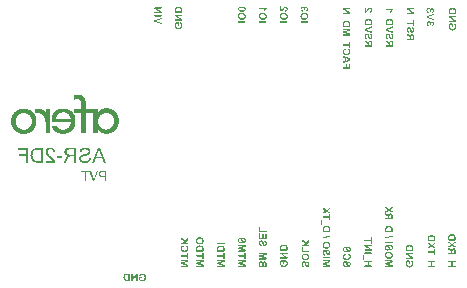
<source format=gbo>
G04 Layer_Color=32896*
%FSLAX24Y24*%
%MOIN*%
G70*
G01*
G75*
%ADD87C,0.0005*%
G36*
X14226Y-4103D02*
X14230Y-4103D01*
X14234Y-4105D01*
X14237Y-4106D01*
X14240Y-4107D01*
X14241Y-4108D01*
X14243Y-4109D01*
X14243Y-4110D01*
X14246Y-4112D01*
X14247Y-4115D01*
X14249Y-4118D01*
X14250Y-4121D01*
X14250Y-4124D01*
X14250Y-4126D01*
X14251Y-4127D01*
Y-4127D01*
Y-4127D01*
Y-4128D01*
X14250Y-4132D01*
X14249Y-4135D01*
X14248Y-4138D01*
X14247Y-4141D01*
X14245Y-4143D01*
X14244Y-4144D01*
X14243Y-4145D01*
X14243Y-4146D01*
X14240Y-4148D01*
X14236Y-4150D01*
X14232Y-4151D01*
X14229Y-4151D01*
X14225Y-4152D01*
X14224Y-4152D01*
X14223D01*
X14222Y-4152D01*
X14150D01*
Y-4260D01*
X14220D01*
X14225Y-4260D01*
X14230Y-4261D01*
X14234Y-4262D01*
X14237Y-4264D01*
X14240Y-4265D01*
X14241Y-4266D01*
X14243Y-4267D01*
X14243Y-4267D01*
X14246Y-4270D01*
X14247Y-4273D01*
X14249Y-4276D01*
X14250Y-4279D01*
X14250Y-4281D01*
X14250Y-4283D01*
X14251Y-4284D01*
Y-4285D01*
Y-4285D01*
Y-4285D01*
X14250Y-4289D01*
X14249Y-4293D01*
X14248Y-4296D01*
X14247Y-4299D01*
X14245Y-4301D01*
X14244Y-4302D01*
X14243Y-4303D01*
X14243Y-4304D01*
X14240Y-4306D01*
X14236Y-4307D01*
X14232Y-4308D01*
X14229Y-4309D01*
X14225Y-4310D01*
X14224Y-4310D01*
X14223D01*
X14222Y-4310D01*
X14026D01*
X14021Y-4310D01*
X14016Y-4309D01*
X14012Y-4308D01*
X14009Y-4307D01*
X14007Y-4305D01*
X14005Y-4304D01*
X14004Y-4304D01*
X14003Y-4303D01*
X14001Y-4301D01*
X13999Y-4298D01*
X13998Y-4295D01*
X13997Y-4292D01*
X13996Y-4289D01*
X13996Y-4287D01*
X13996Y-4286D01*
Y-4286D01*
Y-4286D01*
Y-4285D01*
X13996Y-4281D01*
X13997Y-4278D01*
X13998Y-4275D01*
X14000Y-4272D01*
X14001Y-4270D01*
X14002Y-4269D01*
X14003Y-4267D01*
X14003Y-4267D01*
X14006Y-4265D01*
X14010Y-4263D01*
X14014Y-4262D01*
X14017Y-4261D01*
X14021Y-4261D01*
X14022Y-4260D01*
X14024Y-4260D01*
X14109D01*
Y-4152D01*
X14026D01*
X14021Y-4152D01*
X14016Y-4151D01*
X14012Y-4150D01*
X14009Y-4149D01*
X14007Y-4148D01*
X14005Y-4147D01*
X14004Y-4146D01*
X14003Y-4146D01*
X14001Y-4143D01*
X13999Y-4140D01*
X13998Y-4137D01*
X13997Y-4134D01*
X13996Y-4132D01*
X13996Y-4130D01*
X13996Y-4129D01*
Y-4128D01*
Y-4128D01*
Y-4128D01*
X13996Y-4124D01*
X13997Y-4120D01*
X13998Y-4117D01*
X14000Y-4115D01*
X14001Y-4112D01*
X14002Y-4111D01*
X14003Y-4110D01*
X14003Y-4110D01*
X14007Y-4107D01*
X14010Y-4105D01*
X14014Y-4104D01*
X14018Y-4103D01*
X14021Y-4103D01*
X14022Y-4103D01*
X14024Y-4102D01*
X14220D01*
X14226Y-4103D01*
D02*
G37*
G36*
X13974Y-4078D02*
X13957D01*
Y-3902D01*
X13974D01*
Y-4078D01*
D02*
G37*
G36*
X14190Y4134D02*
X14192Y4134D01*
X14194Y4133D01*
X14195Y4133D01*
X14197Y4132D01*
X14198Y4131D01*
X14198Y4131D01*
X14199Y4131D01*
X14201Y4130D01*
X14202Y4128D01*
X14204Y4127D01*
X14205Y4125D01*
X14206Y4124D01*
X14207Y4123D01*
X14207Y4122D01*
X14207Y4122D01*
X14208Y4120D01*
X14209Y4118D01*
X14210Y4116D01*
X14210Y4114D01*
X14210Y4113D01*
X14211Y4112D01*
Y4111D01*
Y4111D01*
X14210Y4107D01*
X14210Y4105D01*
X14209Y4102D01*
X14208Y4100D01*
X14208Y4099D01*
X14207Y4097D01*
X14206Y4097D01*
X14206Y4096D01*
X14205Y4095D01*
X14203Y4093D01*
X14201Y4092D01*
X14200Y4091D01*
X14199Y4090D01*
X14198Y4090D01*
X14197Y4090D01*
X14197Y4089D01*
X14195Y4089D01*
X14192Y4087D01*
X14189Y4086D01*
X14186Y4085D01*
X14183Y4084D01*
X14181Y4084D01*
X14180Y4083D01*
X14179Y4083D01*
X14179Y4083D01*
X14179D01*
X14013Y4027D01*
X14178Y3971D01*
X14181Y3970D01*
X14184Y3969D01*
X14189Y3967D01*
X14193Y3965D01*
X14197Y3964D01*
X14199Y3962D01*
X14201Y3961D01*
X14202Y3960D01*
X14203Y3960D01*
X14205Y3958D01*
X14207Y3955D01*
X14209Y3952D01*
X14209Y3949D01*
X14210Y3947D01*
X14210Y3944D01*
X14211Y3944D01*
Y3943D01*
Y3942D01*
Y3942D01*
X14210Y3938D01*
X14209Y3935D01*
X14208Y3932D01*
X14207Y3930D01*
X14206Y3928D01*
X14205Y3926D01*
X14204Y3925D01*
X14203Y3925D01*
X14201Y3923D01*
X14198Y3921D01*
X14195Y3920D01*
X14193Y3919D01*
X14191Y3918D01*
X14189Y3918D01*
X14188Y3918D01*
X14188D01*
X14185Y3918D01*
X14182Y3919D01*
X14181D01*
X14180Y3919D01*
X14180Y3919D01*
X14179D01*
X14176Y3920D01*
X14174Y3920D01*
X14173Y3921D01*
X14172Y3921D01*
X14171Y3922D01*
X14171Y3922D01*
X14170D01*
X14167Y3923D01*
X14165Y3924D01*
X14163Y3924D01*
X14163Y3925D01*
X14162Y3925D01*
X14162D01*
X14002Y3984D01*
X13999Y3985D01*
X13996Y3986D01*
X13993Y3987D01*
X13990Y3988D01*
X13988Y3989D01*
X13986Y3989D01*
X13985Y3990D01*
X13985Y3990D01*
X13982Y3991D01*
X13979Y3992D01*
X13977Y3994D01*
X13974Y3995D01*
X13973Y3996D01*
X13971Y3997D01*
X13970Y3997D01*
X13970Y3997D01*
X13968Y3999D01*
X13966Y4001D01*
X13964Y4003D01*
X13963Y4005D01*
X13961Y4006D01*
X13960Y4008D01*
X13960Y4008D01*
X13960Y4009D01*
X13958Y4011D01*
X13958Y4014D01*
X13957Y4017D01*
X13956Y4020D01*
X13956Y4022D01*
X13956Y4024D01*
Y4025D01*
Y4026D01*
X13956Y4029D01*
X13957Y4033D01*
X13957Y4036D01*
X13958Y4038D01*
X13959Y4040D01*
X13959Y4041D01*
X13960Y4042D01*
X13960Y4043D01*
X13962Y4045D01*
X13963Y4047D01*
X13965Y4049D01*
X13966Y4051D01*
X13968Y4052D01*
X13969Y4053D01*
X13970Y4054D01*
X13970Y4054D01*
X13975Y4057D01*
X13978Y4058D01*
X13980Y4059D01*
X13982Y4060D01*
X13983Y4061D01*
X13984Y4061D01*
X13985Y4061D01*
X13991Y4064D01*
X13994Y4065D01*
X13997Y4066D01*
X13999Y4066D01*
X14001Y4067D01*
X14002Y4068D01*
X14002Y4068D01*
X14163Y4127D01*
X14167Y4128D01*
X14169Y4130D01*
X14170Y4130D01*
X14171Y4130D01*
X14171Y4130D01*
X14172D01*
X14175Y4131D01*
X14178Y4132D01*
X14179Y4133D01*
X14179Y4133D01*
X14180Y4133D01*
X14180D01*
X14183Y4134D01*
X14186Y4134D01*
X14187Y4134D01*
X14188D01*
X14190Y4134D01*
D02*
G37*
G36*
X14039Y4333D02*
X14044Y4333D01*
X14048Y4332D01*
X14051Y4331D01*
X14054Y4331D01*
X14056Y4330D01*
X14057Y4330D01*
X14058Y4329D01*
X14058Y4329D01*
X14058D01*
X14062Y4327D01*
X14066Y4325D01*
X14070Y4323D01*
X14073Y4321D01*
X14075Y4319D01*
X14077Y4317D01*
X14078Y4316D01*
X14078Y4316D01*
X14082Y4312D01*
X14085Y4308D01*
X14087Y4304D01*
X14090Y4301D01*
X14092Y4298D01*
X14093Y4296D01*
X14094Y4295D01*
X14094Y4294D01*
X14095Y4294D01*
Y4293D01*
X14099Y4298D01*
X14103Y4303D01*
X14107Y4306D01*
X14111Y4309D01*
X14114Y4311D01*
X14116Y4313D01*
X14117Y4314D01*
X14117Y4314D01*
X14118Y4314D01*
X14118D01*
X14123Y4317D01*
X14128Y4319D01*
X14132Y4320D01*
X14137Y4321D01*
X14141Y4321D01*
X14143Y4321D01*
X14144Y4322D01*
X14147D01*
X14152Y4321D01*
X14156Y4321D01*
X14160Y4320D01*
X14163Y4319D01*
X14167Y4318D01*
X14169Y4317D01*
X14170Y4317D01*
X14170Y4317D01*
X14170Y4317D01*
X14171D01*
X14175Y4314D01*
X14178Y4312D01*
X14182Y4310D01*
X14185Y4307D01*
X14187Y4305D01*
X14189Y4303D01*
X14190Y4302D01*
X14190Y4302D01*
Y4302D01*
X14193Y4298D01*
X14196Y4294D01*
X14198Y4290D01*
X14200Y4286D01*
X14201Y4283D01*
X14202Y4282D01*
X14202Y4281D01*
X14203Y4279D01*
X14203Y4279D01*
X14203Y4278D01*
Y4278D01*
X14205Y4273D01*
X14206Y4268D01*
X14206Y4263D01*
X14207Y4258D01*
X14207Y4254D01*
Y4253D01*
X14208Y4251D01*
Y4250D01*
Y4249D01*
Y4249D01*
Y4249D01*
X14207Y4242D01*
X14207Y4235D01*
X14206Y4230D01*
X14205Y4227D01*
X14205Y4225D01*
X14204Y4222D01*
X14204Y4220D01*
X14203Y4219D01*
X14203Y4217D01*
X14203Y4216D01*
X14202Y4215D01*
X14202Y4215D01*
Y4215D01*
X14200Y4209D01*
X14198Y4204D01*
X14195Y4200D01*
X14193Y4196D01*
X14191Y4193D01*
X14190Y4191D01*
X14189Y4190D01*
X14189Y4190D01*
X14188Y4190D01*
Y4189D01*
X14185Y4186D01*
X14182Y4183D01*
X14179Y4180D01*
X14176Y4178D01*
X14173Y4176D01*
X14171Y4175D01*
X14170Y4174D01*
X14170Y4174D01*
X14170D01*
X14166Y4172D01*
X14163Y4171D01*
X14160Y4170D01*
X14157Y4169D01*
X14155Y4169D01*
X14153Y4169D01*
X14151D01*
X14148Y4169D01*
X14145Y4169D01*
X14143Y4170D01*
X14141Y4171D01*
X14139Y4173D01*
X14138Y4173D01*
X14137Y4174D01*
X14137Y4174D01*
X14135Y4176D01*
X14134Y4179D01*
X14133Y4181D01*
X14132Y4183D01*
X14132Y4184D01*
X14131Y4186D01*
Y4187D01*
Y4187D01*
X14132Y4191D01*
X14132Y4192D01*
X14133Y4194D01*
X14133Y4195D01*
X14133Y4196D01*
X14133Y4196D01*
Y4197D01*
X14134Y4198D01*
X14135Y4200D01*
X14136Y4201D01*
X14137Y4201D01*
X14138Y4202D01*
X14138Y4202D01*
X14139Y4203D01*
X14139D01*
X14144Y4205D01*
X14146Y4206D01*
X14148Y4207D01*
X14150Y4208D01*
X14152Y4208D01*
X14153Y4209D01*
X14153Y4209D01*
X14155Y4210D01*
X14158Y4212D01*
X14160Y4213D01*
X14162Y4214D01*
X14163Y4215D01*
X14164Y4216D01*
X14165Y4216D01*
X14165Y4216D01*
X14167Y4218D01*
X14168Y4220D01*
X14170Y4221D01*
X14171Y4223D01*
X14171Y4225D01*
X14172Y4226D01*
X14172Y4227D01*
X14173Y4227D01*
X14174Y4230D01*
X14174Y4232D01*
X14175Y4235D01*
X14175Y4238D01*
X14175Y4240D01*
X14176Y4242D01*
Y4243D01*
Y4244D01*
Y4244D01*
Y4247D01*
X14175Y4249D01*
X14174Y4254D01*
X14173Y4258D01*
X14171Y4262D01*
X14169Y4264D01*
X14168Y4266D01*
X14167Y4267D01*
X14166Y4268D01*
X14166D01*
X14162Y4271D01*
X14159Y4273D01*
X14155Y4275D01*
X14151Y4276D01*
X14148Y4276D01*
X14146Y4277D01*
X14145Y4277D01*
X14144D01*
X14141Y4277D01*
X14138Y4276D01*
X14133Y4275D01*
X14128Y4273D01*
X14125Y4271D01*
X14122Y4269D01*
X14120Y4267D01*
X14118Y4266D01*
X14118Y4266D01*
X14118Y4266D01*
X14115Y4261D01*
X14113Y4257D01*
X14111Y4252D01*
X14110Y4248D01*
X14109Y4244D01*
X14109Y4243D01*
Y4242D01*
X14109Y4241D01*
Y4240D01*
Y4239D01*
Y4239D01*
Y4232D01*
X14109Y4228D01*
X14108Y4224D01*
X14107Y4221D01*
X14106Y4219D01*
X14105Y4217D01*
X14105Y4215D01*
X14104Y4214D01*
X14104Y4214D01*
X14102Y4212D01*
X14100Y4211D01*
X14098Y4209D01*
X14095Y4209D01*
X14093Y4208D01*
X14092Y4208D01*
X14091D01*
X14088Y4208D01*
X14085Y4209D01*
X14083Y4209D01*
X14081Y4211D01*
X14080Y4211D01*
X14079Y4212D01*
X14078Y4213D01*
X14078Y4213D01*
X14076Y4215D01*
X14075Y4217D01*
X14074Y4220D01*
X14074Y4222D01*
X14073Y4224D01*
X14073Y4226D01*
Y4227D01*
Y4227D01*
Y4228D01*
X14073Y4230D01*
X14074Y4233D01*
Y4234D01*
X14074Y4235D01*
Y4236D01*
Y4236D01*
X14074Y4239D01*
X14074Y4241D01*
X14074Y4243D01*
X14075Y4244D01*
Y4246D01*
Y4246D01*
Y4247D01*
Y4247D01*
X14074Y4250D01*
X14074Y4254D01*
X14073Y4260D01*
X14072Y4262D01*
X14071Y4265D01*
X14070Y4267D01*
X14069Y4269D01*
X14068Y4271D01*
X14067Y4273D01*
X14066Y4274D01*
X14065Y4275D01*
X14065Y4276D01*
X14064Y4276D01*
X14064Y4277D01*
X14063Y4277D01*
X14061Y4279D01*
X14059Y4281D01*
X14057Y4282D01*
X14054Y4283D01*
X14049Y4285D01*
X14044Y4286D01*
X14039Y4287D01*
X14038Y4287D01*
X14036D01*
X14035Y4288D01*
X14033D01*
X14028Y4287D01*
X14023Y4287D01*
X14019Y4286D01*
X14016Y4284D01*
X14013Y4283D01*
X14011Y4282D01*
X14010Y4282D01*
X14009Y4281D01*
X14009Y4281D01*
X14009D01*
X14006Y4279D01*
X14003Y4276D01*
X14000Y4273D01*
X13998Y4271D01*
X13996Y4269D01*
X13995Y4267D01*
X13994Y4266D01*
X13994Y4265D01*
Y4265D01*
X13992Y4262D01*
X13991Y4258D01*
X13990Y4255D01*
X13990Y4252D01*
X13989Y4249D01*
X13989Y4247D01*
Y4246D01*
Y4245D01*
Y4245D01*
X13989Y4242D01*
X13989Y4239D01*
X13991Y4233D01*
X13992Y4228D01*
X13995Y4224D01*
X13996Y4223D01*
X13997Y4221D01*
X13998Y4220D01*
X13998Y4219D01*
X13999Y4218D01*
X14000Y4217D01*
X14000Y4217D01*
X14000Y4217D01*
X14003Y4215D01*
X14005Y4213D01*
X14011Y4210D01*
X14016Y4207D01*
X14022Y4204D01*
X14025Y4203D01*
X14027Y4201D01*
X14029Y4201D01*
X14031Y4200D01*
X14033Y4199D01*
X14034Y4199D01*
X14035Y4198D01*
X14035Y4198D01*
X14036Y4198D01*
X14038Y4197D01*
X14040Y4195D01*
X14040Y4194D01*
X14041Y4193D01*
X14041Y4193D01*
X14041Y4193D01*
X14042Y4191D01*
X14043Y4189D01*
X14044Y4187D01*
X14044Y4185D01*
X14044Y4184D01*
Y4184D01*
Y4184D01*
X14044Y4180D01*
X14043Y4177D01*
X14042Y4174D01*
X14041Y4172D01*
X14040Y4170D01*
X14039Y4169D01*
X14038Y4168D01*
X14038Y4168D01*
X14036Y4166D01*
X14033Y4164D01*
X14031Y4163D01*
X14028Y4162D01*
X14026Y4162D01*
X14024Y4162D01*
X14023D01*
X14020Y4162D01*
X14016Y4162D01*
X14013Y4163D01*
X14010Y4164D01*
X14008Y4165D01*
X14005Y4166D01*
X14004Y4166D01*
X14004Y4166D01*
X14004Y4167D01*
X14003D01*
X13999Y4169D01*
X13995Y4171D01*
X13991Y4174D01*
X13988Y4177D01*
X13985Y4179D01*
X13983Y4181D01*
X13982Y4181D01*
X13981Y4182D01*
X13981Y4182D01*
X13981Y4182D01*
X13977Y4187D01*
X13974Y4191D01*
X13971Y4195D01*
X13968Y4200D01*
X13966Y4203D01*
X13965Y4205D01*
X13964Y4206D01*
X13964Y4207D01*
X13963Y4208D01*
X13963Y4208D01*
Y4209D01*
X13961Y4215D01*
X13959Y4221D01*
X13958Y4227D01*
X13957Y4233D01*
X13957Y4235D01*
X13956Y4238D01*
X13956Y4240D01*
Y4241D01*
X13956Y4243D01*
Y4244D01*
Y4245D01*
Y4245D01*
X13956Y4252D01*
X13957Y4259D01*
X13958Y4265D01*
X13958Y4268D01*
X13959Y4270D01*
X13960Y4273D01*
X13960Y4275D01*
X13961Y4277D01*
X13961Y4278D01*
X13962Y4279D01*
X13962Y4280D01*
X13962Y4281D01*
Y4281D01*
X13965Y4287D01*
X13968Y4292D01*
X13970Y4297D01*
X13973Y4301D01*
X13976Y4305D01*
X13977Y4306D01*
X13978Y4307D01*
X13978Y4308D01*
X13979Y4309D01*
X13979Y4309D01*
X13979Y4309D01*
X13984Y4314D01*
X13988Y4317D01*
X13992Y4320D01*
X13996Y4323D01*
X14000Y4325D01*
X14001Y4326D01*
X14003Y4326D01*
X14004Y4327D01*
X14004Y4327D01*
X14005Y4327D01*
X14005D01*
X14010Y4330D01*
X14016Y4331D01*
X14021Y4332D01*
X14025Y4333D01*
X14029Y4333D01*
X14031D01*
X14032Y4334D01*
X14035D01*
X14039Y4333D01*
D02*
G37*
G36*
X14136Y-3243D02*
X14147Y-3244D01*
X14158Y-3246D01*
X14168Y-3249D01*
X14177Y-3251D01*
X14185Y-3255D01*
X14192Y-3258D01*
X14199Y-3262D01*
X14205Y-3265D01*
X14210Y-3269D01*
X14214Y-3272D01*
X14218Y-3275D01*
X14221Y-3278D01*
X14222Y-3279D01*
X14224Y-3281D01*
X14224Y-3281D01*
Y-3281D01*
X14229Y-3287D01*
X14232Y-3292D01*
X14235Y-3298D01*
X14238Y-3303D01*
X14239Y-3305D01*
X14240Y-3308D01*
X14240Y-3309D01*
X14241Y-3311D01*
X14241Y-3312D01*
X14241Y-3313D01*
X14242Y-3314D01*
Y-3314D01*
X14243Y-3321D01*
X14245Y-3329D01*
X14245Y-3336D01*
X14246Y-3343D01*
X14246Y-3346D01*
X14246Y-3349D01*
Y-3351D01*
X14246Y-3353D01*
Y-3355D01*
Y-3357D01*
Y-3357D01*
Y-3358D01*
Y-3423D01*
X14246Y-3428D01*
X14245Y-3433D01*
X14244Y-3437D01*
X14243Y-3440D01*
X14241Y-3443D01*
X14240Y-3445D01*
X14239Y-3446D01*
X14239Y-3446D01*
X14236Y-3448D01*
X14232Y-3450D01*
X14229Y-3451D01*
X14225Y-3452D01*
X14221Y-3453D01*
X14220Y-3453D01*
X14218D01*
X14217Y-3453D01*
X14031D01*
X14027Y-3453D01*
X14024Y-3452D01*
X14021Y-3452D01*
X14019Y-3452D01*
X14017Y-3451D01*
X14016Y-3451D01*
X14016D01*
X14013Y-3450D01*
X14011Y-3449D01*
X14009Y-3447D01*
X14007Y-3446D01*
X14006Y-3444D01*
X14005Y-3443D01*
X14004Y-3442D01*
X14004Y-3442D01*
X14003Y-3439D01*
X14002Y-3436D01*
X14001Y-3433D01*
X14000Y-3429D01*
X14000Y-3426D01*
X14000Y-3424D01*
Y-3423D01*
Y-3422D01*
Y-3422D01*
Y-3422D01*
Y-3357D01*
Y-3350D01*
X14000Y-3345D01*
X14001Y-3340D01*
X14001Y-3335D01*
X14001Y-3333D01*
X14002Y-3331D01*
X14002Y-3330D01*
Y-3329D01*
X14002Y-3327D01*
X14002Y-3327D01*
Y-3326D01*
Y-3326D01*
X14003Y-3321D01*
X14004Y-3316D01*
X14005Y-3312D01*
X14007Y-3308D01*
X14008Y-3305D01*
X14008Y-3304D01*
X14009Y-3303D01*
X14009Y-3302D01*
X14009Y-3301D01*
X14009Y-3301D01*
Y-3301D01*
X14012Y-3297D01*
X14014Y-3292D01*
X14016Y-3289D01*
X14019Y-3286D01*
X14021Y-3283D01*
X14022Y-3281D01*
X14023Y-3279D01*
X14024Y-3279D01*
X14028Y-3275D01*
X14033Y-3271D01*
X14037Y-3267D01*
X14041Y-3264D01*
X14045Y-3262D01*
X14046Y-3261D01*
X14048Y-3260D01*
X14049Y-3259D01*
X14049Y-3259D01*
X14050Y-3259D01*
X14050D01*
X14056Y-3256D01*
X14062Y-3253D01*
X14067Y-3251D01*
X14072Y-3249D01*
X14075Y-3249D01*
X14077Y-3248D01*
X14078Y-3248D01*
X14080Y-3247D01*
X14081Y-3247D01*
X14082Y-3247D01*
X14083Y-3246D01*
X14083D01*
X14090Y-3245D01*
X14097Y-3244D01*
X14104Y-3243D01*
X14110Y-3243D01*
X14113Y-3243D01*
X14118D01*
X14120Y-3243D01*
X14130D01*
X14136Y-3243D01*
D02*
G37*
G36*
X14906Y-4103D02*
X14910Y-4103D01*
X14914Y-4105D01*
X14917Y-4106D01*
X14920Y-4107D01*
X14921Y-4108D01*
X14923Y-4109D01*
X14923Y-4110D01*
X14926Y-4112D01*
X14927Y-4115D01*
X14929Y-4118D01*
X14930Y-4121D01*
X14930Y-4124D01*
X14930Y-4126D01*
X14931Y-4127D01*
Y-4127D01*
Y-4127D01*
Y-4128D01*
X14930Y-4132D01*
X14929Y-4135D01*
X14928Y-4138D01*
X14927Y-4141D01*
X14925Y-4143D01*
X14924Y-4144D01*
X14923Y-4145D01*
X14923Y-4146D01*
X14920Y-4148D01*
X14916Y-4150D01*
X14912Y-4151D01*
X14909Y-4151D01*
X14905Y-4152D01*
X14904Y-4152D01*
X14903D01*
X14902Y-4152D01*
X14830D01*
Y-4260D01*
X14900D01*
X14906Y-4260D01*
X14910Y-4261D01*
X14914Y-4262D01*
X14917Y-4264D01*
X14920Y-4265D01*
X14921Y-4266D01*
X14923Y-4267D01*
X14923Y-4267D01*
X14926Y-4270D01*
X14927Y-4273D01*
X14929Y-4276D01*
X14930Y-4279D01*
X14930Y-4281D01*
X14930Y-4283D01*
X14931Y-4284D01*
Y-4285D01*
Y-4285D01*
Y-4285D01*
X14930Y-4289D01*
X14929Y-4293D01*
X14928Y-4296D01*
X14927Y-4299D01*
X14925Y-4301D01*
X14924Y-4302D01*
X14923Y-4303D01*
X14923Y-4304D01*
X14920Y-4306D01*
X14916Y-4307D01*
X14912Y-4308D01*
X14909Y-4309D01*
X14906Y-4310D01*
X14904Y-4310D01*
X14903D01*
X14902Y-4310D01*
X14706D01*
X14701Y-4310D01*
X14696Y-4309D01*
X14692Y-4308D01*
X14689Y-4307D01*
X14687Y-4305D01*
X14685Y-4304D01*
X14684Y-4304D01*
X14683Y-4303D01*
X14681Y-4301D01*
X14679Y-4298D01*
X14678Y-4295D01*
X14677Y-4292D01*
X14676Y-4289D01*
X14676Y-4287D01*
X14676Y-4286D01*
Y-4286D01*
Y-4286D01*
Y-4285D01*
X14676Y-4281D01*
X14677Y-4278D01*
X14678Y-4275D01*
X14680Y-4272D01*
X14681Y-4270D01*
X14682Y-4269D01*
X14683Y-4267D01*
X14683Y-4267D01*
X14686Y-4265D01*
X14690Y-4263D01*
X14694Y-4262D01*
X14698Y-4261D01*
X14701Y-4261D01*
X14702Y-4260D01*
X14704Y-4260D01*
X14789D01*
Y-4152D01*
X14706D01*
X14701Y-4152D01*
X14696Y-4151D01*
X14692Y-4150D01*
X14689Y-4149D01*
X14687Y-4148D01*
X14685Y-4147D01*
X14684Y-4146D01*
X14683Y-4146D01*
X14681Y-4143D01*
X14679Y-4140D01*
X14678Y-4137D01*
X14677Y-4134D01*
X14676Y-4132D01*
X14676Y-4130D01*
X14676Y-4129D01*
Y-4128D01*
Y-4128D01*
Y-4128D01*
X14676Y-4124D01*
X14677Y-4120D01*
X14678Y-4117D01*
X14680Y-4115D01*
X14681Y-4112D01*
X14682Y-4111D01*
X14683Y-4110D01*
X14683Y-4110D01*
X14687Y-4107D01*
X14690Y-4105D01*
X14694Y-4104D01*
X14698Y-4103D01*
X14701Y-4103D01*
X14702Y-4103D01*
X14704Y-4102D01*
X14900D01*
X14906Y-4103D01*
D02*
G37*
G36*
X14229Y-3691D02*
X14232Y-3692D01*
X14234Y-3693D01*
X14237Y-3694D01*
X14238Y-3695D01*
X14240Y-3696D01*
X14240Y-3697D01*
X14241Y-3697D01*
X14243Y-3700D01*
X14244Y-3703D01*
X14245Y-3706D01*
X14246Y-3709D01*
X14246Y-3712D01*
X14246Y-3714D01*
Y-3715D01*
Y-3716D01*
Y-3716D01*
Y-3716D01*
Y-3875D01*
X14246Y-3880D01*
X14246Y-3883D01*
X14245Y-3887D01*
X14244Y-3889D01*
X14243Y-3891D01*
X14242Y-3893D01*
X14241Y-3894D01*
X14241Y-3894D01*
X14239Y-3896D01*
X14236Y-3898D01*
X14233Y-3899D01*
X14231Y-3900D01*
X14229Y-3900D01*
X14227Y-3900D01*
X14226Y-3900D01*
X14226D01*
X14222Y-3900D01*
X14219Y-3900D01*
X14217Y-3899D01*
X14215Y-3897D01*
X14213Y-3896D01*
X14212Y-3895D01*
X14211Y-3895D01*
X14211Y-3894D01*
X14209Y-3892D01*
X14208Y-3889D01*
X14207Y-3886D01*
X14206Y-3883D01*
X14205Y-3880D01*
X14205Y-3878D01*
Y-3877D01*
Y-3876D01*
Y-3876D01*
Y-3875D01*
Y-3821D01*
X14026D01*
X14021Y-3821D01*
X14016Y-3820D01*
X14012Y-3819D01*
X14009Y-3817D01*
X14006Y-3816D01*
X14005Y-3815D01*
X14004Y-3814D01*
X14003Y-3814D01*
X14001Y-3811D01*
X13999Y-3808D01*
X13998Y-3805D01*
X13997Y-3802D01*
X13996Y-3800D01*
X13996Y-3798D01*
X13996Y-3797D01*
Y-3796D01*
Y-3796D01*
Y-3796D01*
X13996Y-3792D01*
X13997Y-3788D01*
X13998Y-3785D01*
X14000Y-3783D01*
X14001Y-3781D01*
X14002Y-3779D01*
X14003Y-3778D01*
X14003Y-3778D01*
X14006Y-3775D01*
X14010Y-3774D01*
X14014Y-3773D01*
X14017Y-3772D01*
X14021Y-3771D01*
X14022Y-3771D01*
X14024Y-3771D01*
X14205D01*
Y-3716D01*
X14205Y-3712D01*
X14206Y-3708D01*
X14207Y-3705D01*
X14208Y-3702D01*
X14209Y-3700D01*
X14210Y-3699D01*
X14211Y-3698D01*
X14211Y-3697D01*
X14213Y-3695D01*
X14216Y-3694D01*
X14218Y-3692D01*
X14220Y-3692D01*
X14222Y-3691D01*
X14224Y-3691D01*
X14226D01*
X14229Y-3691D01*
D02*
G37*
G36*
X14019Y-3488D02*
X14022Y-3488D01*
X14024Y-3489D01*
X14026Y-3489D01*
X14028Y-3490D01*
X14029Y-3490D01*
X14030Y-3491D01*
X14030Y-3491D01*
X14033Y-3492D01*
X14036Y-3494D01*
X14039Y-3496D01*
X14042Y-3497D01*
X14044Y-3499D01*
X14046Y-3500D01*
X14048Y-3501D01*
X14048Y-3501D01*
X14048D01*
X14129Y-3554D01*
X14201Y-3505D01*
X14204Y-3503D01*
X14208Y-3501D01*
X14211Y-3499D01*
X14214Y-3497D01*
X14217Y-3496D01*
X14219Y-3495D01*
X14221Y-3494D01*
X14224Y-3494D01*
X14225Y-3493D01*
X14227Y-3493D01*
X14228Y-3492D01*
X14230Y-3492D01*
X14230Y-3492D01*
X14232D01*
X14234Y-3492D01*
X14237Y-3493D01*
X14239Y-3494D01*
X14241Y-3495D01*
X14243Y-3496D01*
X14244Y-3497D01*
X14245Y-3498D01*
X14245Y-3498D01*
X14247Y-3500D01*
X14248Y-3503D01*
X14249Y-3505D01*
X14250Y-3508D01*
X14250Y-3510D01*
X14251Y-3512D01*
Y-3513D01*
Y-3513D01*
Y-3513D01*
X14250Y-3517D01*
X14250Y-3519D01*
X14250Y-3520D01*
X14249Y-3521D01*
X14249Y-3522D01*
X14249Y-3522D01*
Y-3522D01*
X14247Y-3525D01*
X14245Y-3527D01*
X14245Y-3528D01*
X14244Y-3529D01*
X14244Y-3529D01*
X14243Y-3530D01*
X14241Y-3532D01*
X14238Y-3534D01*
X14237Y-3535D01*
X14235Y-3536D01*
X14235Y-3536D01*
X14235Y-3536D01*
X14230Y-3539D01*
X14228Y-3540D01*
X14226Y-3542D01*
X14224Y-3543D01*
X14223Y-3544D01*
X14222Y-3544D01*
X14222Y-3544D01*
X14162Y-3584D01*
X14222Y-3621D01*
X14225Y-3623D01*
X14227Y-3625D01*
X14230Y-3626D01*
X14232Y-3628D01*
X14234Y-3629D01*
X14236Y-3631D01*
X14239Y-3633D01*
X14241Y-3635D01*
X14243Y-3636D01*
X14244Y-3637D01*
X14244Y-3637D01*
X14246Y-3640D01*
X14248Y-3642D01*
X14249Y-3645D01*
X14250Y-3647D01*
X14250Y-3650D01*
X14251Y-3652D01*
Y-3653D01*
Y-3653D01*
Y-3653D01*
X14250Y-3657D01*
X14250Y-3660D01*
X14249Y-3662D01*
X14248Y-3664D01*
X14247Y-3666D01*
X14246Y-3668D01*
X14245Y-3668D01*
X14245Y-3669D01*
X14243Y-3671D01*
X14240Y-3672D01*
X14238Y-3673D01*
X14236Y-3674D01*
X14235Y-3675D01*
X14233Y-3675D01*
X14232D01*
X14230Y-3675D01*
X14227Y-3675D01*
X14225Y-3674D01*
X14222Y-3673D01*
X14221Y-3673D01*
X14219Y-3672D01*
X14218Y-3672D01*
X14218Y-3672D01*
X14215Y-3670D01*
X14212Y-3669D01*
X14209Y-3667D01*
X14206Y-3665D01*
X14204Y-3664D01*
X14202Y-3663D01*
X14200Y-3662D01*
X14200Y-3662D01*
X14200D01*
X14129Y-3616D01*
X14048Y-3671D01*
X14045Y-3673D01*
X14041Y-3675D01*
X14038Y-3676D01*
X14036Y-3678D01*
X14030Y-3680D01*
X14026Y-3681D01*
X14024Y-3682D01*
X14022Y-3682D01*
X14021Y-3682D01*
X14020Y-3683D01*
X14019Y-3683D01*
X14017D01*
X14014Y-3683D01*
X14011Y-3682D01*
X14008Y-3681D01*
X14005Y-3680D01*
X14004Y-3679D01*
X14002Y-3678D01*
X14002Y-3677D01*
X14001Y-3677D01*
X14000Y-3675D01*
X13998Y-3672D01*
X13997Y-3670D01*
X13997Y-3667D01*
X13996Y-3665D01*
X13996Y-3663D01*
Y-3662D01*
Y-3662D01*
X13996Y-3658D01*
X13997Y-3656D01*
X13997Y-3654D01*
X13997Y-3653D01*
X13998Y-3652D01*
X13998Y-3652D01*
Y-3652D01*
X13999Y-3649D01*
X14001Y-3646D01*
X14002Y-3645D01*
X14002Y-3645D01*
X14003Y-3644D01*
X14003Y-3644D01*
X14005Y-3642D01*
X14007Y-3640D01*
X14008Y-3640D01*
X14008Y-3639D01*
X14009Y-3639D01*
X14009D01*
X14011Y-3638D01*
X14012Y-3637D01*
X14016Y-3634D01*
X14018Y-3633D01*
X14020Y-3632D01*
X14021Y-3631D01*
X14021Y-3631D01*
X14091Y-3585D01*
X14023Y-3541D01*
X14019Y-3539D01*
X14015Y-3536D01*
X14012Y-3534D01*
X14010Y-3533D01*
X14008Y-3532D01*
X14007Y-3531D01*
X14006Y-3530D01*
X14006Y-3530D01*
X14003Y-3528D01*
X14001Y-3525D01*
X14000Y-3524D01*
X13999Y-3523D01*
X13999Y-3523D01*
X13999Y-3522D01*
X13998Y-3521D01*
X13997Y-3519D01*
X13997Y-3516D01*
X13996Y-3514D01*
X13996Y-3513D01*
X13996Y-3511D01*
Y-3511D01*
Y-3510D01*
X13996Y-3508D01*
X13996Y-3506D01*
X13997Y-3504D01*
X13997Y-3502D01*
X13998Y-3501D01*
X13998Y-3500D01*
X13998Y-3499D01*
X13999Y-3499D01*
X14000Y-3497D01*
X14001Y-3495D01*
X14002Y-3494D01*
X14003Y-3493D01*
X14005Y-3492D01*
X14005Y-3491D01*
X14006Y-3491D01*
X14006Y-3491D01*
X14008Y-3490D01*
X14010Y-3489D01*
X14012Y-3488D01*
X14014Y-3488D01*
X14015Y-3488D01*
X14016Y-3488D01*
X14017D01*
X14019Y-3488D01*
D02*
G37*
G36*
X10472Y-2916D02*
X10454D01*
Y-2740D01*
X10472D01*
Y-2916D01*
D02*
G37*
G36*
X13381Y3695D02*
X13387Y3694D01*
X13392Y3693D01*
X13395Y3693D01*
X13397Y3692D01*
X13399Y3692D01*
X13400Y3691D01*
X13402Y3690D01*
X13403Y3690D01*
X13404Y3689D01*
X13405Y3689D01*
X13405Y3689D01*
X13405D01*
X13410Y3686D01*
X13414Y3683D01*
X13418Y3680D01*
X13421Y3677D01*
X13423Y3674D01*
X13425Y3672D01*
X13426Y3671D01*
X13426Y3671D01*
X13427Y3670D01*
Y3670D01*
X13430Y3666D01*
X13432Y3661D01*
X13435Y3656D01*
X13437Y3651D01*
X13438Y3647D01*
X13439Y3646D01*
X13440Y3644D01*
X13440Y3643D01*
X13441Y3642D01*
X13441Y3642D01*
Y3641D01*
X13443Y3635D01*
X13445Y3629D01*
X13447Y3622D01*
X13449Y3616D01*
X13449Y3614D01*
X13450Y3611D01*
X13450Y3609D01*
X13451Y3607D01*
X13451Y3606D01*
X13451Y3605D01*
X13452Y3604D01*
Y3604D01*
X13453Y3601D01*
X13453Y3598D01*
X13454Y3593D01*
X13456Y3589D01*
X13457Y3586D01*
X13457Y3583D01*
X13458Y3581D01*
X13458Y3580D01*
Y3580D01*
X13460Y3575D01*
X13461Y3572D01*
X13462Y3570D01*
X13463Y3568D01*
X13464Y3567D01*
X13464Y3566D01*
X13464Y3565D01*
X13466Y3563D01*
X13467Y3561D01*
X13469Y3559D01*
X13470Y3557D01*
X13471Y3556D01*
X13473Y3555D01*
X13473Y3555D01*
X13473Y3554D01*
X13476Y3553D01*
X13478Y3552D01*
X13480Y3551D01*
X13482Y3551D01*
X13484Y3551D01*
X13485Y3551D01*
X13486D01*
X13488Y3551D01*
X13491Y3551D01*
X13494Y3552D01*
X13498Y3554D01*
X13501Y3556D01*
X13503Y3559D01*
X13505Y3560D01*
X13506Y3562D01*
X13506Y3562D01*
Y3562D01*
X13509Y3567D01*
X13511Y3572D01*
X13513Y3577D01*
X13514Y3582D01*
X13514Y3585D01*
X13515Y3587D01*
X13515Y3589D01*
Y3590D01*
X13515Y3592D01*
Y3593D01*
Y3593D01*
Y3593D01*
Y3597D01*
X13515Y3601D01*
X13514Y3604D01*
X13514Y3607D01*
X13513Y3610D01*
X13513Y3612D01*
X13512Y3614D01*
X13511Y3616D01*
X13510Y3618D01*
X13510Y3620D01*
X13509Y3621D01*
X13508Y3622D01*
X13508Y3623D01*
X13508Y3623D01*
X13507Y3624D01*
X13504Y3627D01*
X13500Y3630D01*
X13497Y3633D01*
X13494Y3635D01*
X13490Y3637D01*
X13488Y3639D01*
X13487Y3639D01*
X13486Y3640D01*
X13486Y3640D01*
X13486D01*
X13482Y3642D01*
X13479Y3644D01*
X13477Y3645D01*
X13475Y3647D01*
X13473Y3648D01*
X13472Y3649D01*
X13472Y3649D01*
X13471Y3649D01*
X13470Y3651D01*
X13469Y3653D01*
X13468Y3656D01*
X13468Y3658D01*
X13467Y3660D01*
X13467Y3661D01*
Y3662D01*
Y3663D01*
X13467Y3666D01*
X13468Y3669D01*
X13469Y3672D01*
X13471Y3674D01*
X13472Y3676D01*
X13473Y3677D01*
X13474Y3678D01*
X13474Y3678D01*
X13477Y3680D01*
X13480Y3682D01*
X13483Y3683D01*
X13485Y3684D01*
X13487Y3684D01*
X13489Y3685D01*
X13490D01*
X13494Y3684D01*
X13497Y3684D01*
X13501Y3683D01*
X13504Y3682D01*
X13506Y3681D01*
X13508Y3680D01*
X13510Y3680D01*
X13510Y3679D01*
X13510D01*
X13514Y3677D01*
X13518Y3675D01*
X13521Y3672D01*
X13524Y3670D01*
X13526Y3667D01*
X13528Y3665D01*
X13529Y3664D01*
X13530Y3664D01*
Y3663D01*
X13533Y3659D01*
X13536Y3655D01*
X13539Y3650D01*
X13541Y3646D01*
X13543Y3642D01*
X13543Y3640D01*
X13544Y3639D01*
X13544Y3638D01*
X13545Y3637D01*
X13545Y3636D01*
Y3636D01*
X13547Y3630D01*
X13548Y3623D01*
X13549Y3616D01*
X13550Y3610D01*
X13550Y3607D01*
X13550Y3605D01*
Y3603D01*
X13551Y3601D01*
Y3599D01*
Y3598D01*
Y3597D01*
Y3597D01*
X13550Y3587D01*
X13550Y3582D01*
X13549Y3577D01*
X13549Y3573D01*
X13548Y3569D01*
X13547Y3565D01*
X13546Y3561D01*
X13545Y3558D01*
X13545Y3555D01*
X13544Y3553D01*
X13543Y3551D01*
X13543Y3549D01*
X13542Y3548D01*
X13542Y3548D01*
Y3547D01*
X13540Y3543D01*
X13538Y3540D01*
X13537Y3536D01*
X13535Y3533D01*
X13533Y3531D01*
X13530Y3528D01*
X13529Y3526D01*
X13527Y3524D01*
X13525Y3522D01*
X13523Y3520D01*
X13522Y3519D01*
X13520Y3517D01*
X13519Y3516D01*
X13518Y3516D01*
X13518Y3516D01*
X13518Y3515D01*
X13515Y3513D01*
X13512Y3512D01*
X13509Y3510D01*
X13505Y3509D01*
X13499Y3507D01*
X13494Y3506D01*
X13491Y3505D01*
X13489Y3505D01*
X13487Y3505D01*
X13485Y3505D01*
X13484Y3504D01*
X13482D01*
X13478Y3505D01*
X13474Y3505D01*
X13467Y3506D01*
X13464Y3507D01*
X13461Y3508D01*
X13458Y3509D01*
X13456Y3509D01*
X13454Y3511D01*
X13451Y3511D01*
X13450Y3512D01*
X13448Y3513D01*
X13447Y3514D01*
X13446Y3514D01*
X13446Y3514D01*
X13446Y3515D01*
X13441Y3519D01*
X13436Y3524D01*
X13432Y3528D01*
X13429Y3533D01*
X13427Y3537D01*
X13426Y3539D01*
X13425Y3540D01*
X13424Y3541D01*
X13424Y3542D01*
X13423Y3543D01*
Y3543D01*
X13420Y3550D01*
X13418Y3558D01*
X13415Y3565D01*
X13413Y3572D01*
X13412Y3575D01*
X13411Y3578D01*
X13410Y3581D01*
X13410Y3583D01*
X13409Y3585D01*
X13409Y3587D01*
X13409Y3587D01*
Y3588D01*
X13407Y3595D01*
X13405Y3601D01*
X13405Y3604D01*
X13404Y3606D01*
X13403Y3609D01*
X13403Y3611D01*
X13402Y3613D01*
X13402Y3614D01*
X13401Y3616D01*
X13401Y3617D01*
X13400Y3618D01*
X13400Y3619D01*
X13400Y3619D01*
Y3619D01*
X13398Y3624D01*
X13397Y3627D01*
X13395Y3631D01*
X13393Y3633D01*
X13391Y3636D01*
X13390Y3637D01*
X13389Y3638D01*
X13388Y3639D01*
X13385Y3641D01*
X13382Y3643D01*
X13379Y3644D01*
X13376Y3645D01*
X13373Y3646D01*
X13371Y3646D01*
X13370Y3646D01*
X13369D01*
X13366Y3646D01*
X13363Y3646D01*
X13360Y3645D01*
X13358Y3644D01*
X13354Y3642D01*
X13350Y3639D01*
X13347Y3637D01*
X13345Y3634D01*
X13344Y3633D01*
X13343Y3633D01*
X13343Y3632D01*
X13343Y3632D01*
X13341Y3630D01*
X13340Y3627D01*
X13337Y3621D01*
X13335Y3615D01*
X13334Y3609D01*
X13333Y3606D01*
X13333Y3604D01*
X13333Y3602D01*
Y3600D01*
X13333Y3598D01*
Y3597D01*
Y3596D01*
Y3596D01*
X13333Y3590D01*
X13333Y3585D01*
X13334Y3581D01*
X13335Y3577D01*
X13336Y3574D01*
X13337Y3572D01*
X13337Y3571D01*
X13337Y3571D01*
X13338Y3570D01*
Y3570D01*
X13340Y3567D01*
X13342Y3563D01*
X13344Y3561D01*
X13346Y3559D01*
X13348Y3557D01*
X13349Y3556D01*
X13350Y3555D01*
X13351Y3555D01*
X13354Y3553D01*
X13357Y3551D01*
X13360Y3549D01*
X13363Y3548D01*
X13366Y3546D01*
X13368Y3545D01*
X13369Y3545D01*
X13370Y3545D01*
X13370Y3544D01*
X13370D01*
X13374Y3543D01*
X13377Y3541D01*
X13379Y3540D01*
X13381Y3538D01*
X13383Y3537D01*
X13384Y3536D01*
X13385Y3535D01*
X13385Y3535D01*
X13387Y3533D01*
X13388Y3531D01*
X13389Y3528D01*
X13390Y3527D01*
X13390Y3525D01*
X13390Y3523D01*
Y3522D01*
Y3522D01*
X13390Y3518D01*
X13389Y3515D01*
X13388Y3512D01*
X13387Y3510D01*
X13386Y3508D01*
X13385Y3507D01*
X13384Y3506D01*
X13384Y3506D01*
X13381Y3504D01*
X13379Y3502D01*
X13376Y3501D01*
X13374Y3500D01*
X13371Y3500D01*
X13370Y3500D01*
X13368D01*
X13365Y3500D01*
X13362Y3500D01*
X13357Y3501D01*
X13351Y3503D01*
X13346Y3505D01*
X13344Y3506D01*
X13342Y3507D01*
X13340Y3508D01*
X13339Y3508D01*
X13338Y3509D01*
X13337Y3509D01*
X13336Y3510D01*
X13336Y3510D01*
X13330Y3514D01*
X13325Y3519D01*
X13320Y3523D01*
X13317Y3528D01*
X13314Y3532D01*
X13312Y3533D01*
X13311Y3535D01*
X13311Y3536D01*
X13310Y3537D01*
X13310Y3537D01*
X13310Y3537D01*
X13307Y3542D01*
X13305Y3547D01*
X13303Y3552D01*
X13302Y3557D01*
X13300Y3562D01*
X13299Y3567D01*
X13298Y3572D01*
X13298Y3576D01*
X13297Y3581D01*
X13297Y3585D01*
X13296Y3588D01*
X13296Y3591D01*
X13296Y3594D01*
Y3596D01*
Y3597D01*
Y3597D01*
X13296Y3603D01*
X13296Y3608D01*
X13297Y3614D01*
X13297Y3619D01*
X13298Y3623D01*
X13299Y3627D01*
X13300Y3632D01*
X13301Y3635D01*
X13302Y3638D01*
X13303Y3641D01*
X13303Y3644D01*
X13304Y3646D01*
X13305Y3648D01*
X13305Y3649D01*
X13306Y3650D01*
Y3650D01*
X13308Y3654D01*
X13310Y3658D01*
X13312Y3662D01*
X13314Y3665D01*
X13317Y3668D01*
X13319Y3671D01*
X13321Y3673D01*
X13324Y3675D01*
X13326Y3677D01*
X13328Y3679D01*
X13329Y3681D01*
X13331Y3682D01*
X13332Y3683D01*
X13333Y3683D01*
X13333Y3684D01*
X13334Y3684D01*
X13337Y3686D01*
X13341Y3688D01*
X13344Y3689D01*
X13348Y3690D01*
X13354Y3693D01*
X13361Y3694D01*
X13363Y3695D01*
X13366Y3695D01*
X13368Y3695D01*
X13370Y3695D01*
X13372Y3695D01*
X13374D01*
X13381Y3695D01*
D02*
G37*
G36*
X10726Y-2529D02*
X10729Y-2530D01*
X10732Y-2531D01*
X10734Y-2532D01*
X10736Y-2533D01*
X10737Y-2534D01*
X10738Y-2535D01*
X10738Y-2535D01*
X10740Y-2538D01*
X10742Y-2541D01*
X10742Y-2544D01*
X10743Y-2547D01*
X10744Y-2550D01*
X10744Y-2552D01*
Y-2553D01*
Y-2554D01*
Y-2554D01*
Y-2555D01*
Y-2714D01*
X10744Y-2718D01*
X10743Y-2722D01*
X10742Y-2725D01*
X10741Y-2727D01*
X10740Y-2730D01*
X10739Y-2731D01*
X10739Y-2732D01*
X10738Y-2732D01*
X10736Y-2734D01*
X10734Y-2736D01*
X10731Y-2737D01*
X10729Y-2738D01*
X10726Y-2738D01*
X10725Y-2738D01*
X10724Y-2739D01*
X10723D01*
X10720Y-2738D01*
X10717Y-2738D01*
X10714Y-2737D01*
X10712Y-2736D01*
X10711Y-2734D01*
X10709Y-2733D01*
X10708Y-2733D01*
X10708Y-2733D01*
X10706Y-2730D01*
X10705Y-2727D01*
X10704Y-2724D01*
X10703Y-2721D01*
X10703Y-2718D01*
X10703Y-2716D01*
Y-2715D01*
Y-2714D01*
Y-2714D01*
Y-2714D01*
Y-2659D01*
X10524D01*
X10518Y-2659D01*
X10514Y-2658D01*
X10510Y-2657D01*
X10506Y-2655D01*
X10504Y-2654D01*
X10502Y-2653D01*
X10501Y-2652D01*
X10501Y-2652D01*
X10498Y-2649D01*
X10496Y-2646D01*
X10495Y-2643D01*
X10494Y-2640D01*
X10494Y-2638D01*
X10494Y-2636D01*
X10493Y-2635D01*
Y-2634D01*
Y-2634D01*
Y-2634D01*
X10494Y-2630D01*
X10494Y-2626D01*
X10496Y-2623D01*
X10497Y-2621D01*
X10498Y-2619D01*
X10500Y-2617D01*
X10500Y-2616D01*
X10501Y-2616D01*
X10504Y-2614D01*
X10507Y-2612D01*
X10511Y-2611D01*
X10515Y-2610D01*
X10518Y-2609D01*
X10520Y-2609D01*
X10521Y-2609D01*
X10703D01*
Y-2555D01*
X10703Y-2550D01*
X10704Y-2546D01*
X10704Y-2543D01*
X10705Y-2540D01*
X10707Y-2538D01*
X10707Y-2537D01*
X10708Y-2536D01*
X10708Y-2536D01*
X10710Y-2533D01*
X10713Y-2532D01*
X10715Y-2531D01*
X10718Y-2530D01*
X10720Y-2530D01*
X10722Y-2529D01*
X10723D01*
X10726Y-2529D01*
D02*
G37*
G36*
X13318Y3465D02*
X13321Y3464D01*
X13323Y3463D01*
X13326Y3462D01*
X13329Y3461D01*
X13331Y3460D01*
X13332Y3460D01*
X13332Y3460D01*
X13333Y3460D01*
X13333D01*
X13338Y3457D01*
X13343Y3455D01*
X13348Y3453D01*
X13352Y3450D01*
X13356Y3448D01*
X13357Y3447D01*
X13359Y3446D01*
X13360Y3446D01*
X13360Y3445D01*
X13361Y3445D01*
X13361Y3445D01*
X13367Y3441D01*
X13372Y3438D01*
X13377Y3434D01*
X13382Y3431D01*
X13383Y3429D01*
X13385Y3428D01*
X13387Y3426D01*
X13388Y3425D01*
X13389Y3424D01*
X13390Y3424D01*
X13390Y3424D01*
X13390Y3423D01*
X13395Y3419D01*
X13399Y3414D01*
X13403Y3410D01*
X13406Y3406D01*
X13408Y3403D01*
X13409Y3401D01*
X13410Y3400D01*
X13411Y3399D01*
X13411Y3398D01*
X13411Y3398D01*
Y3398D01*
X13413Y3404D01*
X13414Y3409D01*
X13416Y3414D01*
X13418Y3419D01*
X13420Y3423D01*
X13422Y3427D01*
X13424Y3430D01*
X13426Y3433D01*
X13427Y3436D01*
X13429Y3438D01*
X13430Y3441D01*
X13432Y3442D01*
X13433Y3443D01*
X13434Y3444D01*
X13434Y3445D01*
X13435Y3445D01*
X13438Y3448D01*
X13441Y3450D01*
X13445Y3452D01*
X13448Y3454D01*
X13452Y3456D01*
X13456Y3457D01*
X13459Y3458D01*
X13463Y3459D01*
X13466Y3459D01*
X13469Y3460D01*
X13472Y3460D01*
X13474Y3460D01*
X13476Y3461D01*
X13479D01*
X13484Y3460D01*
X13488Y3460D01*
X13493Y3459D01*
X13496Y3458D01*
X13500Y3457D01*
X13501Y3457D01*
X13502Y3457D01*
X13503Y3456D01*
X13504Y3456D01*
X13504Y3456D01*
X13504D01*
X13508Y3454D01*
X13513Y3452D01*
X13516Y3450D01*
X13519Y3447D01*
X13522Y3445D01*
X13524Y3444D01*
X13525Y3443D01*
X13525Y3442D01*
X13529Y3439D01*
X13531Y3435D01*
X13534Y3432D01*
X13536Y3429D01*
X13537Y3426D01*
X13538Y3424D01*
X13539Y3423D01*
X13539Y3422D01*
X13539Y3422D01*
Y3422D01*
X13541Y3418D01*
X13542Y3414D01*
X13543Y3411D01*
X13544Y3408D01*
X13544Y3405D01*
X13545Y3402D01*
Y3401D01*
X13545Y3401D01*
Y3401D01*
Y3400D01*
X13545Y3396D01*
X13546Y3391D01*
X13546Y3386D01*
X13546Y3382D01*
X13546Y3378D01*
Y3376D01*
Y3374D01*
Y3373D01*
Y3372D01*
Y3372D01*
Y3372D01*
Y3290D01*
X13546Y3285D01*
X13545Y3280D01*
X13544Y3276D01*
X13543Y3273D01*
X13541Y3270D01*
X13540Y3268D01*
X13539Y3268D01*
X13539Y3267D01*
X13536Y3265D01*
X13532Y3263D01*
X13529Y3262D01*
X13525Y3261D01*
X13521Y3260D01*
X13520Y3260D01*
X13518D01*
X13517Y3260D01*
X13326D01*
X13321Y3260D01*
X13316Y3261D01*
X13312Y3262D01*
X13309Y3263D01*
X13307Y3265D01*
X13305Y3265D01*
X13304Y3266D01*
X13303Y3266D01*
X13301Y3269D01*
X13299Y3272D01*
X13298Y3275D01*
X13297Y3278D01*
X13296Y3281D01*
X13296Y3283D01*
X13296Y3284D01*
Y3284D01*
Y3285D01*
Y3285D01*
X13296Y3289D01*
X13297Y3292D01*
X13298Y3295D01*
X13300Y3298D01*
X13301Y3300D01*
X13302Y3302D01*
X13303Y3303D01*
X13303Y3303D01*
X13306Y3305D01*
X13310Y3307D01*
X13314Y3308D01*
X13318Y3309D01*
X13321Y3309D01*
X13322Y3310D01*
X13324Y3310D01*
X13405D01*
Y3327D01*
X13405Y3332D01*
X13405Y3336D01*
X13404Y3340D01*
X13404Y3343D01*
X13403Y3346D01*
X13402Y3348D01*
X13402Y3349D01*
X13402Y3349D01*
X13400Y3352D01*
X13398Y3356D01*
X13396Y3359D01*
X13394Y3361D01*
X13392Y3363D01*
X13390Y3365D01*
X13389Y3366D01*
X13389Y3366D01*
X13389D01*
X13385Y3370D01*
X13380Y3373D01*
X13376Y3376D01*
X13371Y3379D01*
X13367Y3382D01*
X13365Y3383D01*
X13364Y3384D01*
X13362Y3385D01*
X13362Y3385D01*
X13361Y3386D01*
X13361Y3386D01*
X13327Y3406D01*
X13323Y3408D01*
X13320Y3411D01*
X13317Y3413D01*
X13314Y3414D01*
X13312Y3415D01*
X13311Y3416D01*
X13310Y3417D01*
X13310Y3417D01*
X13308Y3419D01*
X13306Y3420D01*
X13304Y3422D01*
X13303Y3424D01*
X13301Y3425D01*
X13300Y3426D01*
X13300Y3427D01*
X13300Y3427D01*
X13298Y3429D01*
X13298Y3431D01*
X13297Y3434D01*
X13296Y3436D01*
X13296Y3438D01*
X13296Y3440D01*
Y3441D01*
Y3441D01*
X13296Y3444D01*
X13296Y3446D01*
X13297Y3448D01*
X13297Y3450D01*
X13298Y3451D01*
X13298Y3452D01*
X13298Y3453D01*
X13299Y3453D01*
X13300Y3455D01*
X13301Y3457D01*
X13302Y3458D01*
X13303Y3460D01*
X13304Y3460D01*
X13305Y3461D01*
X13306Y3462D01*
X13306Y3462D01*
X13308Y3463D01*
X13310Y3464D01*
X13311Y3464D01*
X13313Y3465D01*
X13314Y3465D01*
X13315Y3465D01*
X13316D01*
X13318Y3465D01*
D02*
G37*
G36*
X13527Y4332D02*
X13531Y4331D01*
X13535Y4330D01*
X13538Y4329D01*
X13540Y4327D01*
X13542Y4327D01*
X13543Y4326D01*
X13543Y4326D01*
X13546Y4323D01*
X13548Y4320D01*
X13549Y4317D01*
X13550Y4315D01*
X13550Y4312D01*
X13551Y4310D01*
Y4309D01*
Y4309D01*
Y4308D01*
X13550Y4305D01*
X13549Y4302D01*
X13548Y4299D01*
X13547Y4296D01*
X13546Y4294D01*
X13544Y4293D01*
X13543Y4292D01*
X13543Y4292D01*
X13540Y4290D01*
X13537Y4289D01*
X13533Y4288D01*
X13530Y4287D01*
X13527Y4286D01*
X13524Y4286D01*
X13375D01*
X13521Y4190D01*
X13525Y4187D01*
X13527Y4186D01*
X13529Y4184D01*
X13531Y4183D01*
X13532Y4183D01*
X13533Y4182D01*
X13533Y4182D01*
X13535Y4181D01*
X13537Y4179D01*
X13538Y4178D01*
X13540Y4177D01*
X13541Y4176D01*
X13542Y4175D01*
X13542Y4175D01*
X13542Y4175D01*
X13545Y4172D01*
X13547Y4169D01*
X13547Y4168D01*
X13548Y4167D01*
X13548Y4166D01*
Y4166D01*
X13549Y4164D01*
X13549Y4162D01*
X13550Y4160D01*
X13550Y4159D01*
Y4157D01*
X13551Y4156D01*
Y4155D01*
Y4155D01*
X13550Y4151D01*
X13550Y4149D01*
X13549Y4146D01*
X13548Y4143D01*
X13547Y4141D01*
X13546Y4140D01*
X13546Y4139D01*
X13546Y4139D01*
X13544Y4136D01*
X13542Y4134D01*
X13540Y4132D01*
X13538Y4131D01*
X13536Y4130D01*
X13535Y4129D01*
X13534Y4128D01*
X13533Y4128D01*
X13530Y4127D01*
X13527Y4127D01*
X13524Y4126D01*
X13521Y4126D01*
X13518Y4126D01*
X13516Y4126D01*
X13324D01*
X13319Y4126D01*
X13315Y4127D01*
X13311Y4127D01*
X13308Y4129D01*
X13306Y4130D01*
X13304Y4131D01*
X13303Y4132D01*
X13303Y4132D01*
X13301Y4134D01*
X13299Y4137D01*
X13298Y4140D01*
X13297Y4143D01*
X13296Y4145D01*
X13296Y4147D01*
X13296Y4148D01*
Y4149D01*
Y4149D01*
X13296Y4153D01*
X13297Y4156D01*
X13298Y4159D01*
X13300Y4161D01*
X13301Y4163D01*
X13302Y4165D01*
X13303Y4165D01*
X13303Y4166D01*
X13306Y4168D01*
X13309Y4170D01*
X13313Y4171D01*
X13316Y4172D01*
X13319Y4172D01*
X13322Y4172D01*
X13469D01*
X13325Y4266D01*
X13321Y4269D01*
X13319Y4270D01*
X13317Y4272D01*
X13316Y4272D01*
X13315Y4273D01*
X13314Y4274D01*
X13314Y4274D01*
X13310Y4277D01*
X13308Y4278D01*
X13307Y4280D01*
X13305Y4281D01*
X13305Y4282D01*
X13304Y4282D01*
X13304Y4283D01*
X13301Y4286D01*
X13300Y4288D01*
X13299Y4289D01*
X13299Y4291D01*
X13298Y4292D01*
X13298Y4292D01*
Y4293D01*
X13297Y4297D01*
X13296Y4299D01*
X13296Y4301D01*
Y4302D01*
X13296Y4304D01*
Y4305D01*
Y4305D01*
X13296Y4310D01*
X13297Y4314D01*
X13299Y4317D01*
X13301Y4320D01*
X13303Y4323D01*
X13306Y4325D01*
X13309Y4327D01*
X13312Y4328D01*
X13315Y4330D01*
X13318Y4330D01*
X13321Y4331D01*
X13323Y4331D01*
X13325Y4332D01*
X13327Y4332D01*
X13522D01*
X13527Y4332D01*
D02*
G37*
G36*
X14039Y3892D02*
X14044Y3891D01*
X14048Y3891D01*
X14051Y3890D01*
X14054Y3889D01*
X14056Y3888D01*
X14057Y3888D01*
X14058Y3888D01*
X14058Y3888D01*
X14058D01*
X14062Y3886D01*
X14066Y3884D01*
X14070Y3881D01*
X14073Y3879D01*
X14075Y3877D01*
X14077Y3876D01*
X14078Y3874D01*
X14078Y3874D01*
X14082Y3871D01*
X14085Y3867D01*
X14087Y3863D01*
X14090Y3860D01*
X14092Y3857D01*
X14093Y3854D01*
X14094Y3853D01*
X14094Y3853D01*
X14095Y3852D01*
Y3852D01*
X14099Y3857D01*
X14103Y3861D01*
X14107Y3864D01*
X14111Y3868D01*
X14114Y3870D01*
X14116Y3871D01*
X14117Y3872D01*
X14117Y3872D01*
X14118Y3873D01*
X14118D01*
X14123Y3875D01*
X14128Y3877D01*
X14132Y3878D01*
X14137Y3879D01*
X14141Y3880D01*
X14143Y3880D01*
X14144Y3880D01*
X14147D01*
X14152Y3880D01*
X14156Y3879D01*
X14160Y3879D01*
X14163Y3878D01*
X14167Y3877D01*
X14169Y3876D01*
X14170Y3876D01*
X14170Y3875D01*
X14170Y3875D01*
X14171D01*
X14175Y3873D01*
X14178Y3871D01*
X14182Y3868D01*
X14185Y3866D01*
X14187Y3864D01*
X14189Y3862D01*
X14190Y3861D01*
X14190Y3860D01*
Y3860D01*
X14193Y3856D01*
X14196Y3852D01*
X14198Y3848D01*
X14200Y3845D01*
X14201Y3841D01*
X14202Y3840D01*
X14202Y3839D01*
X14203Y3838D01*
X14203Y3837D01*
X14203Y3837D01*
Y3837D01*
X14205Y3831D01*
X14206Y3826D01*
X14206Y3821D01*
X14207Y3817D01*
X14207Y3813D01*
Y3811D01*
X14208Y3810D01*
Y3809D01*
Y3808D01*
Y3807D01*
Y3807D01*
X14207Y3800D01*
X14207Y3794D01*
X14206Y3788D01*
X14205Y3785D01*
X14205Y3783D01*
X14204Y3781D01*
X14204Y3779D01*
X14203Y3777D01*
X14203Y3776D01*
X14203Y3775D01*
X14202Y3774D01*
X14202Y3773D01*
Y3773D01*
X14200Y3768D01*
X14198Y3763D01*
X14195Y3758D01*
X14193Y3755D01*
X14191Y3752D01*
X14190Y3750D01*
X14189Y3749D01*
X14189Y3748D01*
X14188Y3748D01*
Y3748D01*
X14185Y3744D01*
X14182Y3741D01*
X14179Y3739D01*
X14176Y3736D01*
X14173Y3734D01*
X14171Y3733D01*
X14170Y3733D01*
X14170Y3732D01*
X14170D01*
X14166Y3731D01*
X14163Y3729D01*
X14160Y3728D01*
X14157Y3728D01*
X14155Y3727D01*
X14153Y3727D01*
X14151D01*
X14148Y3727D01*
X14145Y3728D01*
X14143Y3729D01*
X14141Y3730D01*
X14139Y3731D01*
X14138Y3732D01*
X14137Y3733D01*
X14137Y3733D01*
X14135Y3735D01*
X14134Y3737D01*
X14133Y3739D01*
X14132Y3741D01*
X14132Y3743D01*
X14131Y3744D01*
Y3745D01*
Y3745D01*
X14132Y3749D01*
X14132Y3751D01*
X14133Y3752D01*
X14133Y3753D01*
X14133Y3755D01*
X14133Y3755D01*
Y3755D01*
X14134Y3757D01*
X14135Y3758D01*
X14136Y3759D01*
X14137Y3760D01*
X14138Y3760D01*
X14138Y3761D01*
X14139Y3761D01*
X14139D01*
X14144Y3763D01*
X14146Y3765D01*
X14148Y3765D01*
X14150Y3766D01*
X14152Y3767D01*
X14153Y3767D01*
X14153Y3768D01*
X14155Y3769D01*
X14158Y3770D01*
X14160Y3771D01*
X14162Y3772D01*
X14163Y3773D01*
X14164Y3774D01*
X14165Y3775D01*
X14165Y3775D01*
X14167Y3776D01*
X14168Y3778D01*
X14170Y3780D01*
X14171Y3782D01*
X14171Y3783D01*
X14172Y3784D01*
X14172Y3785D01*
X14173Y3785D01*
X14174Y3788D01*
X14174Y3791D01*
X14175Y3794D01*
X14175Y3796D01*
X14175Y3799D01*
X14176Y3801D01*
Y3802D01*
Y3802D01*
Y3802D01*
Y3805D01*
X14175Y3808D01*
X14174Y3812D01*
X14173Y3817D01*
X14171Y3820D01*
X14169Y3823D01*
X14168Y3825D01*
X14167Y3826D01*
X14166Y3826D01*
X14166D01*
X14162Y3829D01*
X14159Y3831D01*
X14155Y3833D01*
X14151Y3834D01*
X14148Y3835D01*
X14146Y3835D01*
X14145Y3835D01*
X14144D01*
X14141Y3835D01*
X14138Y3835D01*
X14133Y3834D01*
X14128Y3832D01*
X14125Y3830D01*
X14122Y3828D01*
X14120Y3826D01*
X14118Y3825D01*
X14118Y3824D01*
X14118Y3824D01*
X14115Y3820D01*
X14113Y3815D01*
X14111Y3811D01*
X14110Y3807D01*
X14109Y3803D01*
X14109Y3801D01*
Y3800D01*
X14109Y3799D01*
Y3798D01*
Y3798D01*
Y3798D01*
Y3791D01*
X14109Y3786D01*
X14108Y3783D01*
X14107Y3780D01*
X14106Y3777D01*
X14105Y3775D01*
X14105Y3774D01*
X14104Y3773D01*
X14104Y3772D01*
X14102Y3771D01*
X14100Y3769D01*
X14098Y3768D01*
X14095Y3767D01*
X14093Y3767D01*
X14092Y3766D01*
X14091D01*
X14088Y3767D01*
X14085Y3767D01*
X14083Y3768D01*
X14081Y3769D01*
X14080Y3770D01*
X14079Y3771D01*
X14078Y3771D01*
X14078Y3771D01*
X14076Y3774D01*
X14075Y3776D01*
X14074Y3778D01*
X14074Y3781D01*
X14073Y3783D01*
X14073Y3784D01*
Y3785D01*
Y3786D01*
Y3787D01*
X14073Y3788D01*
X14074Y3791D01*
Y3793D01*
X14074Y3794D01*
Y3795D01*
Y3795D01*
X14074Y3798D01*
X14074Y3799D01*
X14074Y3801D01*
X14075Y3803D01*
Y3804D01*
Y3805D01*
Y3805D01*
Y3805D01*
X14074Y3809D01*
X14074Y3812D01*
X14073Y3818D01*
X14072Y3821D01*
X14071Y3823D01*
X14070Y3826D01*
X14069Y3828D01*
X14068Y3829D01*
X14067Y3831D01*
X14066Y3832D01*
X14065Y3833D01*
X14065Y3834D01*
X14064Y3835D01*
X14064Y3835D01*
X14063Y3835D01*
X14061Y3837D01*
X14059Y3839D01*
X14057Y3840D01*
X14054Y3842D01*
X14049Y3844D01*
X14044Y3845D01*
X14039Y3846D01*
X14038Y3846D01*
X14036D01*
X14035Y3846D01*
X14033D01*
X14028Y3846D01*
X14023Y3845D01*
X14019Y3844D01*
X14016Y3843D01*
X14013Y3842D01*
X14011Y3841D01*
X14010Y3840D01*
X14009Y3840D01*
X14009Y3840D01*
X14009D01*
X14006Y3837D01*
X14003Y3834D01*
X14000Y3832D01*
X13998Y3829D01*
X13996Y3827D01*
X13995Y3825D01*
X13994Y3824D01*
X13994Y3824D01*
Y3824D01*
X13992Y3820D01*
X13991Y3817D01*
X13990Y3813D01*
X13990Y3810D01*
X13989Y3807D01*
X13989Y3805D01*
Y3804D01*
Y3804D01*
Y3804D01*
X13989Y3800D01*
X13989Y3797D01*
X13991Y3792D01*
X13992Y3787D01*
X13995Y3783D01*
X13996Y3781D01*
X13997Y3780D01*
X13998Y3778D01*
X13998Y3777D01*
X13999Y3777D01*
X14000Y3776D01*
X14000Y3776D01*
X14000Y3776D01*
X14003Y3774D01*
X14005Y3772D01*
X14011Y3768D01*
X14016Y3765D01*
X14022Y3762D01*
X14025Y3761D01*
X14027Y3760D01*
X14029Y3759D01*
X14031Y3758D01*
X14033Y3758D01*
X14034Y3757D01*
X14035Y3757D01*
X14035Y3757D01*
X14036Y3756D01*
X14038Y3755D01*
X14040Y3753D01*
X14040Y3753D01*
X14041Y3752D01*
X14041Y3751D01*
X14041Y3751D01*
X14042Y3749D01*
X14043Y3748D01*
X14044Y3745D01*
X14044Y3744D01*
X14044Y3743D01*
Y3742D01*
Y3742D01*
X14044Y3739D01*
X14043Y3736D01*
X14042Y3733D01*
X14041Y3731D01*
X14040Y3729D01*
X14039Y3727D01*
X14038Y3726D01*
X14038Y3726D01*
X14036Y3724D01*
X14033Y3723D01*
X14031Y3722D01*
X14028Y3721D01*
X14026Y3720D01*
X14024Y3720D01*
X14023D01*
X14020Y3720D01*
X14016Y3721D01*
X14013Y3722D01*
X14010Y3723D01*
X14008Y3723D01*
X14005Y3724D01*
X14004Y3725D01*
X14004Y3725D01*
X14004Y3725D01*
X14003D01*
X13999Y3727D01*
X13995Y3730D01*
X13991Y3733D01*
X13988Y3735D01*
X13985Y3738D01*
X13983Y3739D01*
X13982Y3740D01*
X13981Y3741D01*
X13981Y3741D01*
X13981Y3741D01*
X13977Y3745D01*
X13974Y3749D01*
X13971Y3754D01*
X13968Y3758D01*
X13966Y3761D01*
X13965Y3763D01*
X13964Y3765D01*
X13964Y3766D01*
X13963Y3766D01*
X13963Y3767D01*
Y3767D01*
X13961Y3773D01*
X13959Y3780D01*
X13958Y3786D01*
X13957Y3791D01*
X13957Y3794D01*
X13956Y3796D01*
X13956Y3798D01*
Y3800D01*
X13956Y3801D01*
Y3803D01*
Y3803D01*
Y3803D01*
X13956Y3811D01*
X13957Y3817D01*
X13958Y3823D01*
X13958Y3826D01*
X13959Y3829D01*
X13960Y3831D01*
X13960Y3833D01*
X13961Y3835D01*
X13961Y3837D01*
X13962Y3838D01*
X13962Y3839D01*
X13962Y3839D01*
Y3839D01*
X13965Y3845D01*
X13968Y3851D01*
X13970Y3856D01*
X13973Y3860D01*
X13976Y3863D01*
X13977Y3864D01*
X13978Y3866D01*
X13978Y3866D01*
X13979Y3867D01*
X13979Y3868D01*
X13979Y3868D01*
X13984Y3872D01*
X13988Y3876D01*
X13992Y3879D01*
X13996Y3881D01*
X14000Y3883D01*
X14001Y3884D01*
X14003Y3885D01*
X14004Y3885D01*
X14004Y3886D01*
X14005Y3886D01*
X14005D01*
X14010Y3888D01*
X14016Y3890D01*
X14021Y3891D01*
X14025Y3891D01*
X14029Y3892D01*
X14031D01*
X14032Y3892D01*
X14035D01*
X14039Y3892D01*
D02*
G37*
G36*
X13529Y3923D02*
X13532Y3922D01*
X13534Y3921D01*
X13537Y3920D01*
X13538Y3919D01*
X13540Y3918D01*
X13540Y3917D01*
X13541Y3917D01*
X13543Y3914D01*
X13544Y3911D01*
X13545Y3908D01*
X13546Y3905D01*
X13546Y3902D01*
X13546Y3900D01*
Y3899D01*
Y3898D01*
Y3898D01*
Y3898D01*
Y3739D01*
X13546Y3735D01*
X13546Y3731D01*
X13545Y3728D01*
X13544Y3725D01*
X13543Y3723D01*
X13542Y3722D01*
X13541Y3721D01*
X13541Y3720D01*
X13539Y3718D01*
X13536Y3717D01*
X13534Y3715D01*
X13531Y3715D01*
X13529Y3714D01*
X13527Y3714D01*
X13526Y3714D01*
X13526D01*
X13522Y3714D01*
X13519Y3715D01*
X13517Y3716D01*
X13515Y3717D01*
X13513Y3718D01*
X13512Y3719D01*
X13511Y3720D01*
X13511Y3720D01*
X13509Y3722D01*
X13508Y3725D01*
X13506Y3729D01*
X13506Y3732D01*
X13505Y3735D01*
X13505Y3737D01*
Y3738D01*
Y3738D01*
Y3739D01*
Y3739D01*
Y3794D01*
X13326D01*
X13321Y3794D01*
X13316Y3795D01*
X13312Y3796D01*
X13309Y3797D01*
X13306Y3798D01*
X13305Y3799D01*
X13304Y3800D01*
X13303Y3800D01*
X13301Y3803D01*
X13299Y3806D01*
X13298Y3809D01*
X13297Y3812D01*
X13296Y3815D01*
X13296Y3817D01*
X13296Y3817D01*
Y3818D01*
Y3818D01*
Y3819D01*
X13296Y3822D01*
X13297Y3826D01*
X13298Y3829D01*
X13300Y3832D01*
X13301Y3834D01*
X13302Y3835D01*
X13303Y3836D01*
X13303Y3837D01*
X13306Y3839D01*
X13310Y3841D01*
X13314Y3842D01*
X13318Y3843D01*
X13321Y3843D01*
X13322Y3843D01*
X13324Y3843D01*
X13505D01*
Y3898D01*
X13505Y3902D01*
X13506Y3906D01*
X13507Y3910D01*
X13508Y3912D01*
X13509Y3914D01*
X13510Y3916D01*
X13511Y3917D01*
X13511Y3917D01*
X13513Y3919D01*
X13516Y3921D01*
X13518Y3922D01*
X13520Y3922D01*
X13522Y3923D01*
X13524Y3923D01*
X13526D01*
X13529Y3923D01*
D02*
G37*
G36*
X13274Y3924D02*
X13257D01*
Y4100D01*
X13274D01*
Y3924D01*
D02*
G37*
G36*
X14654Y-4078D02*
X14637D01*
Y-3902D01*
X14654D01*
Y-4078D01*
D02*
G37*
G36*
X1817Y-678D02*
X1631D01*
Y-616D01*
X1817D01*
Y-678D01*
D02*
G37*
G36*
X10628Y-3454D02*
X10635Y-3454D01*
X10642Y-3455D01*
X10648Y-3456D01*
X10654Y-3457D01*
X10659Y-3458D01*
X10664Y-3460D01*
X10669Y-3461D01*
X10673Y-3462D01*
X10677Y-3464D01*
X10680Y-3465D01*
X10683Y-3466D01*
X10685Y-3467D01*
X10687Y-3467D01*
X10688Y-3468D01*
X10688Y-3468D01*
X10693Y-3471D01*
X10698Y-3474D01*
X10703Y-3477D01*
X10707Y-3481D01*
X10711Y-3484D01*
X10715Y-3487D01*
X10718Y-3491D01*
X10721Y-3494D01*
X10724Y-3497D01*
X10726Y-3500D01*
X10728Y-3503D01*
X10730Y-3505D01*
X10731Y-3507D01*
X10732Y-3508D01*
X10732Y-3510D01*
X10732Y-3510D01*
X10735Y-3515D01*
X10738Y-3520D01*
X10740Y-3526D01*
X10742Y-3532D01*
X10743Y-3537D01*
X10744Y-3543D01*
X10745Y-3548D01*
X10746Y-3553D01*
X10747Y-3557D01*
X10747Y-3562D01*
X10748Y-3566D01*
X10748Y-3569D01*
X10748Y-3572D01*
Y-3574D01*
Y-3575D01*
Y-3575D01*
Y-3575D01*
X10748Y-3586D01*
X10747Y-3591D01*
X10747Y-3595D01*
X10746Y-3600D01*
X10745Y-3604D01*
X10744Y-3608D01*
X10744Y-3611D01*
X10743Y-3614D01*
X10742Y-3617D01*
X10741Y-3620D01*
X10740Y-3622D01*
X10740Y-3624D01*
X10740Y-3625D01*
X10739Y-3626D01*
Y-3626D01*
X10735Y-3634D01*
X10731Y-3641D01*
X10729Y-3645D01*
X10727Y-3648D01*
X10725Y-3650D01*
X10723Y-3653D01*
X10721Y-3655D01*
X10719Y-3657D01*
X10718Y-3659D01*
X10716Y-3661D01*
X10715Y-3662D01*
X10714Y-3663D01*
X10714Y-3663D01*
X10714Y-3664D01*
X10707Y-3669D01*
X10700Y-3674D01*
X10694Y-3678D01*
X10687Y-3681D01*
X10684Y-3683D01*
X10682Y-3684D01*
X10679Y-3685D01*
X10677Y-3686D01*
X10676Y-3686D01*
X10674Y-3687D01*
X10673Y-3687D01*
X10673D01*
X10664Y-3690D01*
X10655Y-3692D01*
X10646Y-3693D01*
X10642Y-3694D01*
X10639Y-3694D01*
X10635Y-3694D01*
X10632Y-3695D01*
X10629Y-3695D01*
X10626D01*
X10624Y-3695D01*
X10621D01*
X10611Y-3695D01*
X10602Y-3694D01*
X10597Y-3693D01*
X10593Y-3693D01*
X10589Y-3692D01*
X10585Y-3691D01*
X10582Y-3691D01*
X10579Y-3690D01*
X10576Y-3689D01*
X10574Y-3689D01*
X10572Y-3688D01*
X10571Y-3688D01*
X10570Y-3687D01*
X10570D01*
X10561Y-3684D01*
X10557Y-3682D01*
X10553Y-3680D01*
X10550Y-3678D01*
X10546Y-3677D01*
X10543Y-3675D01*
X10540Y-3673D01*
X10538Y-3671D01*
X10535Y-3670D01*
X10534Y-3668D01*
X10532Y-3667D01*
X10531Y-3666D01*
X10530Y-3665D01*
X10529Y-3665D01*
X10529Y-3664D01*
X10523Y-3658D01*
X10518Y-3652D01*
X10513Y-3646D01*
X10509Y-3640D01*
X10508Y-3637D01*
X10507Y-3634D01*
X10505Y-3632D01*
X10504Y-3630D01*
X10504Y-3628D01*
X10503Y-3627D01*
X10503Y-3626D01*
X10503Y-3626D01*
X10501Y-3622D01*
X10500Y-3617D01*
X10497Y-3608D01*
X10496Y-3600D01*
X10495Y-3595D01*
X10494Y-3592D01*
X10494Y-3588D01*
X10494Y-3585D01*
X10494Y-3582D01*
Y-3579D01*
X10493Y-3577D01*
Y-3576D01*
Y-3575D01*
Y-3574D01*
X10494Y-3564D01*
X10494Y-3559D01*
X10495Y-3554D01*
X10496Y-3549D01*
X10496Y-3545D01*
X10497Y-3541D01*
X10498Y-3538D01*
X10499Y-3534D01*
X10499Y-3532D01*
X10500Y-3529D01*
X10501Y-3527D01*
X10501Y-3525D01*
X10502Y-3524D01*
X10502Y-3523D01*
Y-3523D01*
X10506Y-3515D01*
X10508Y-3511D01*
X10510Y-3507D01*
X10512Y-3504D01*
X10515Y-3501D01*
X10517Y-3498D01*
X10519Y-3495D01*
X10521Y-3493D01*
X10523Y-3491D01*
X10524Y-3489D01*
X10526Y-3488D01*
X10527Y-3486D01*
X10528Y-3486D01*
X10528Y-3485D01*
X10528Y-3485D01*
X10535Y-3479D01*
X10542Y-3475D01*
X10549Y-3471D01*
X10555Y-3467D01*
X10558Y-3466D01*
X10561Y-3465D01*
X10563Y-3464D01*
X10565Y-3463D01*
X10567Y-3462D01*
X10568Y-3462D01*
X10569Y-3462D01*
X10569D01*
X10578Y-3459D01*
X10587Y-3457D01*
X10596Y-3456D01*
X10600Y-3455D01*
X10604Y-3455D01*
X10607Y-3454D01*
X10611Y-3454D01*
X10614Y-3454D01*
X10616D01*
X10618Y-3454D01*
X10621D01*
X10628Y-3454D01*
D02*
G37*
G36*
X2285Y-827D02*
X2220D01*
Y-614D01*
X2098D01*
X2091Y-615D01*
X2084Y-615D01*
X2072Y-618D01*
X2060Y-621D01*
X2055Y-624D01*
X2050Y-625D01*
X2046Y-627D01*
X2042Y-630D01*
X2039Y-632D01*
X2036Y-633D01*
X2034Y-635D01*
X2032Y-636D01*
X2031Y-636D01*
X2031Y-637D01*
X2021Y-646D01*
X2012Y-655D01*
X2005Y-665D01*
X1999Y-674D01*
X1994Y-682D01*
X1993Y-685D01*
X1991Y-688D01*
X1990Y-691D01*
X1989Y-693D01*
X1989Y-694D01*
Y-694D01*
X1942Y-827D01*
X1871D01*
X1921Y-692D01*
X1926Y-679D01*
X1932Y-667D01*
X1938Y-656D01*
X1945Y-647D01*
X1951Y-638D01*
X1958Y-631D01*
X1964Y-625D01*
X1971Y-619D01*
X1977Y-615D01*
X1982Y-611D01*
X1987Y-608D01*
X1991Y-606D01*
X1995Y-604D01*
X1998Y-603D01*
X2000Y-602D01*
X2000D01*
Y-601D01*
X1991Y-598D01*
X1982Y-595D01*
X1973Y-592D01*
X1965Y-589D01*
X1958Y-585D01*
X1951Y-581D01*
X1945Y-578D01*
X1939Y-574D01*
X1935Y-570D01*
X1930Y-567D01*
X1927Y-564D01*
X1924Y-561D01*
X1921Y-559D01*
X1919Y-557D01*
X1919Y-556D01*
X1918Y-555D01*
X1913Y-549D01*
X1908Y-542D01*
X1905Y-535D01*
X1901Y-527D01*
X1898Y-520D01*
X1896Y-513D01*
X1893Y-506D01*
X1892Y-500D01*
X1891Y-493D01*
X1890Y-488D01*
X1889Y-483D01*
X1889Y-478D01*
X1888Y-474D01*
Y-471D01*
Y-470D01*
Y-469D01*
X1889Y-461D01*
X1889Y-453D01*
X1892Y-438D01*
X1893Y-431D01*
X1896Y-424D01*
X1898Y-418D01*
X1900Y-412D01*
X1902Y-407D01*
X1904Y-402D01*
X1906Y-398D01*
X1908Y-395D01*
X1909Y-392D01*
X1910Y-390D01*
X1911Y-389D01*
X1911Y-388D01*
X1916Y-382D01*
X1920Y-376D01*
X1925Y-371D01*
X1930Y-366D01*
X1935Y-362D01*
X1940Y-357D01*
X1945Y-354D01*
X1950Y-351D01*
X1958Y-347D01*
X1962Y-345D01*
X1965Y-343D01*
X1968Y-342D01*
X1969Y-342D01*
X1971Y-341D01*
X1971D01*
X1978Y-339D01*
X1985Y-337D01*
X2001Y-335D01*
X2017Y-333D01*
X2025Y-332D01*
X2032Y-331D01*
X2039Y-331D01*
X2045Y-330D01*
X2051D01*
X2056Y-330D01*
X2285D01*
Y-827D01*
D02*
G37*
G36*
X3267D02*
X3198D01*
X3143Y-676D01*
X2935D01*
X2878Y-827D01*
X2803D01*
X3006Y-330D01*
X3077D01*
X3267Y-827D01*
D02*
G37*
G36*
X7905Y-4063D02*
X7907Y-4063D01*
X7909Y-4064D01*
X7913Y-4065D01*
X7916Y-4067D01*
X7918Y-4068D01*
X7920Y-4070D01*
X7920Y-4070D01*
X7921Y-4071D01*
X7923Y-4074D01*
X7924Y-4078D01*
X7925Y-4082D01*
X7926Y-4085D01*
X7926Y-4089D01*
Y-4090D01*
X7926Y-4091D01*
Y-4092D01*
Y-4093D01*
Y-4093D01*
Y-4094D01*
Y-4109D01*
Y-4114D01*
X7926Y-4118D01*
X7926Y-4122D01*
X7925Y-4124D01*
X7925Y-4127D01*
X7924Y-4128D01*
X7924Y-4129D01*
X7924Y-4129D01*
X7923Y-4132D01*
X7921Y-4133D01*
X7920Y-4135D01*
X7918Y-4136D01*
X7917Y-4137D01*
X7916Y-4138D01*
X7915Y-4138D01*
X7915Y-4139D01*
X7912Y-4140D01*
X7909Y-4141D01*
X7905Y-4142D01*
X7902Y-4143D01*
X7898Y-4144D01*
X7896Y-4145D01*
X7895Y-4145D01*
X7894Y-4145D01*
X7894Y-4146D01*
X7893D01*
X7758Y-4181D01*
X7893Y-4217D01*
X7899Y-4219D01*
X7903Y-4220D01*
X7907Y-4221D01*
X7910Y-4222D01*
X7912Y-4223D01*
X7913Y-4223D01*
X7914Y-4224D01*
X7915Y-4224D01*
X7917Y-4225D01*
X7919Y-4227D01*
X7920Y-4228D01*
X7922Y-4230D01*
X7923Y-4231D01*
X7923Y-4232D01*
X7924Y-4233D01*
X7924Y-4233D01*
X7925Y-4236D01*
X7925Y-4239D01*
X7926Y-4243D01*
X7926Y-4246D01*
Y-4249D01*
X7926Y-4251D01*
Y-4252D01*
Y-4253D01*
Y-4253D01*
Y-4254D01*
Y-4269D01*
X7926Y-4274D01*
X7926Y-4279D01*
X7925Y-4283D01*
X7924Y-4286D01*
X7923Y-4288D01*
X7921Y-4290D01*
X7921Y-4291D01*
X7921Y-4292D01*
X7920Y-4293D01*
X7918Y-4295D01*
X7915Y-4297D01*
X7911Y-4298D01*
X7908Y-4299D01*
X7904Y-4300D01*
X7903Y-4300D01*
X7902D01*
X7901Y-4300D01*
X7704D01*
X7699Y-4300D01*
X7695Y-4299D01*
X7691Y-4298D01*
X7688Y-4297D01*
X7686Y-4296D01*
X7684Y-4295D01*
X7683Y-4294D01*
X7683Y-4294D01*
X7680Y-4291D01*
X7679Y-4288D01*
X7678Y-4286D01*
X7677Y-4283D01*
X7676Y-4281D01*
X7676Y-4279D01*
X7676Y-4278D01*
Y-4277D01*
X7676Y-4274D01*
X7677Y-4270D01*
X7678Y-4268D01*
X7679Y-4265D01*
X7681Y-4263D01*
X7682Y-4262D01*
X7683Y-4261D01*
X7683Y-4261D01*
X7686Y-4259D01*
X7689Y-4257D01*
X7693Y-4256D01*
X7696Y-4255D01*
X7699Y-4255D01*
X7702Y-4254D01*
X7874D01*
X7717Y-4215D01*
X7712Y-4213D01*
X7709Y-4213D01*
X7707Y-4212D01*
X7705Y-4211D01*
X7704Y-4211D01*
X7703Y-4211D01*
X7702D01*
X7700Y-4210D01*
X7697Y-4209D01*
X7695Y-4208D01*
X7693Y-4208D01*
X7691Y-4207D01*
X7690Y-4206D01*
X7689Y-4206D01*
X7689Y-4206D01*
X7687Y-4204D01*
X7685Y-4203D01*
X7684Y-4201D01*
X7682Y-4200D01*
X7681Y-4198D01*
X7680Y-4197D01*
X7680Y-4196D01*
X7680Y-4196D01*
X7678Y-4194D01*
X7678Y-4191D01*
X7677Y-4189D01*
X7676Y-4186D01*
X7676Y-4184D01*
X7676Y-4183D01*
Y-4182D01*
Y-4181D01*
X7676Y-4177D01*
X7677Y-4174D01*
X7678Y-4170D01*
X7679Y-4168D01*
X7680Y-4166D01*
X7681Y-4164D01*
X7682Y-4163D01*
X7682Y-4163D01*
X7684Y-4161D01*
X7686Y-4159D01*
X7688Y-4157D01*
X7690Y-4156D01*
X7692Y-4155D01*
X7693Y-4155D01*
X7694Y-4154D01*
X7695Y-4154D01*
X7698Y-4153D01*
X7701Y-4152D01*
X7705Y-4151D01*
X7709Y-4150D01*
X7712Y-4149D01*
X7713Y-4149D01*
X7715Y-4149D01*
X7716Y-4148D01*
X7717Y-4148D01*
X7717Y-4148D01*
X7717D01*
X7874Y-4108D01*
X7704D01*
X7699Y-4108D01*
X7695Y-4107D01*
X7691Y-4106D01*
X7688Y-4105D01*
X7686Y-4104D01*
X7684Y-4103D01*
X7683Y-4102D01*
X7683Y-4102D01*
X7680Y-4099D01*
X7679Y-4097D01*
X7678Y-4094D01*
X7677Y-4091D01*
X7676Y-4089D01*
X7676Y-4087D01*
X7676Y-4086D01*
Y-4086D01*
X7676Y-4082D01*
X7677Y-4079D01*
X7678Y-4076D01*
X7679Y-4073D01*
X7681Y-4071D01*
X7682Y-4070D01*
X7683Y-4069D01*
X7683Y-4069D01*
X7686Y-4067D01*
X7689Y-4065D01*
X7693Y-4064D01*
X7696Y-4063D01*
X7699Y-4063D01*
X7702Y-4062D01*
X7902D01*
X7905Y-4063D01*
D02*
G37*
G36*
X7909Y-3826D02*
X7912Y-3826D01*
X7914Y-3827D01*
X7917Y-3828D01*
X7918Y-3830D01*
X7920Y-3831D01*
X7920Y-3832D01*
X7921Y-3832D01*
X7923Y-3834D01*
X7924Y-3837D01*
X7925Y-3841D01*
X7926Y-3844D01*
X7926Y-3846D01*
X7926Y-3849D01*
Y-3850D01*
Y-3850D01*
Y-3851D01*
Y-3851D01*
Y-4010D01*
X7926Y-4014D01*
X7926Y-4018D01*
X7925Y-4021D01*
X7924Y-4024D01*
X7923Y-4026D01*
X7922Y-4027D01*
X7921Y-4028D01*
X7921Y-4028D01*
X7919Y-4031D01*
X7916Y-4032D01*
X7914Y-4033D01*
X7911Y-4034D01*
X7909Y-4035D01*
X7907Y-4035D01*
X7906Y-4035D01*
X7906D01*
X7902Y-4035D01*
X7899Y-4034D01*
X7897Y-4033D01*
X7895Y-4032D01*
X7893Y-4031D01*
X7892Y-4030D01*
X7891Y-4029D01*
X7891Y-4029D01*
X7889Y-4026D01*
X7888Y-4023D01*
X7886Y-4020D01*
X7886Y-4017D01*
X7885Y-4014D01*
X7885Y-4012D01*
Y-4011D01*
Y-4011D01*
Y-4010D01*
Y-4010D01*
Y-3955D01*
X7706D01*
X7701Y-3955D01*
X7696Y-3954D01*
X7692Y-3953D01*
X7689Y-3952D01*
X7686Y-3951D01*
X7685Y-3949D01*
X7684Y-3949D01*
X7683Y-3948D01*
X7681Y-3946D01*
X7679Y-3943D01*
X7678Y-3939D01*
X7677Y-3937D01*
X7676Y-3934D01*
X7676Y-3932D01*
X7676Y-3931D01*
Y-3931D01*
Y-3930D01*
Y-3930D01*
X7676Y-3926D01*
X7677Y-3923D01*
X7678Y-3920D01*
X7680Y-3917D01*
X7681Y-3915D01*
X7682Y-3914D01*
X7683Y-3913D01*
X7683Y-3912D01*
X7686Y-3910D01*
X7690Y-3908D01*
X7694Y-3907D01*
X7697Y-3906D01*
X7701Y-3906D01*
X7702Y-3906D01*
X7704Y-3905D01*
X7885D01*
Y-3851D01*
X7885Y-3846D01*
X7886Y-3843D01*
X7887Y-3839D01*
X7888Y-3837D01*
X7889Y-3835D01*
X7890Y-3833D01*
X7891Y-3832D01*
X7891Y-3832D01*
X7893Y-3830D01*
X7896Y-3828D01*
X7898Y-3827D01*
X7900Y-3826D01*
X7902Y-3826D01*
X7904Y-3825D01*
X7906D01*
X7909Y-3826D01*
D02*
G37*
G36*
X10578Y-3726D02*
X10584Y-3727D01*
X10590Y-3728D01*
X10592Y-3729D01*
X10594Y-3729D01*
X10596Y-3730D01*
X10598Y-3730D01*
X10599Y-3731D01*
X10600Y-3732D01*
X10602Y-3732D01*
X10602Y-3732D01*
X10603Y-3733D01*
X10603D01*
X10607Y-3735D01*
X10612Y-3738D01*
X10615Y-3741D01*
X10618Y-3745D01*
X10621Y-3747D01*
X10623Y-3749D01*
X10623Y-3750D01*
X10624Y-3751D01*
X10624Y-3751D01*
Y-3751D01*
X10627Y-3756D01*
X10630Y-3761D01*
X10632Y-3765D01*
X10634Y-3770D01*
X10636Y-3774D01*
X10637Y-3776D01*
X10637Y-3777D01*
X10638Y-3778D01*
X10638Y-3779D01*
X10638Y-3780D01*
Y-3780D01*
X10640Y-3786D01*
X10643Y-3793D01*
X10644Y-3799D01*
X10646Y-3805D01*
X10647Y-3808D01*
X10647Y-3810D01*
X10648Y-3812D01*
X10648Y-3814D01*
X10649Y-3816D01*
X10649Y-3817D01*
X10649Y-3818D01*
Y-3818D01*
X10650Y-3821D01*
X10651Y-3824D01*
X10652Y-3829D01*
X10653Y-3833D01*
X10654Y-3836D01*
X10655Y-3838D01*
X10655Y-3840D01*
X10656Y-3841D01*
Y-3842D01*
X10658Y-3847D01*
X10658Y-3849D01*
X10659Y-3851D01*
X10660Y-3853D01*
X10661Y-3855D01*
X10661Y-3856D01*
X10662Y-3856D01*
X10663Y-3858D01*
X10665Y-3860D01*
X10666Y-3862D01*
X10668Y-3864D01*
X10669Y-3865D01*
X10670Y-3866D01*
X10671Y-3867D01*
X10671Y-3867D01*
X10673Y-3868D01*
X10675Y-3869D01*
X10677Y-3870D01*
X10679Y-3870D01*
X10681Y-3871D01*
X10682Y-3871D01*
X10684D01*
X10686Y-3871D01*
X10688Y-3870D01*
X10692Y-3869D01*
X10695Y-3867D01*
X10698Y-3865D01*
X10701Y-3863D01*
X10702Y-3861D01*
X10704Y-3860D01*
X10704Y-3859D01*
Y-3859D01*
X10707Y-3854D01*
X10709Y-3849D01*
X10710Y-3844D01*
X10712Y-3839D01*
X10712Y-3837D01*
X10712Y-3835D01*
X10712Y-3833D01*
Y-3831D01*
X10713Y-3830D01*
Y-3829D01*
Y-3828D01*
Y-3828D01*
Y-3824D01*
X10712Y-3821D01*
X10712Y-3817D01*
X10711Y-3814D01*
X10711Y-3812D01*
X10710Y-3809D01*
X10709Y-3807D01*
X10709Y-3805D01*
X10708Y-3803D01*
X10707Y-3802D01*
X10707Y-3800D01*
X10706Y-3799D01*
X10705Y-3799D01*
X10705Y-3798D01*
X10705Y-3798D01*
X10701Y-3794D01*
X10698Y-3791D01*
X10694Y-3788D01*
X10691Y-3786D01*
X10688Y-3784D01*
X10685Y-3783D01*
X10684Y-3782D01*
X10684Y-3782D01*
X10683Y-3781D01*
X10683D01*
X10680Y-3780D01*
X10677Y-3778D01*
X10674Y-3776D01*
X10672Y-3775D01*
X10671Y-3774D01*
X10670Y-3773D01*
X10669Y-3772D01*
X10669Y-3772D01*
X10667Y-3770D01*
X10666Y-3768D01*
X10666Y-3766D01*
X10665Y-3764D01*
X10665Y-3762D01*
X10665Y-3760D01*
Y-3759D01*
Y-3759D01*
X10665Y-3756D01*
X10666Y-3753D01*
X10667Y-3750D01*
X10668Y-3748D01*
X10670Y-3746D01*
X10671Y-3744D01*
X10672Y-3743D01*
X10672Y-3743D01*
X10675Y-3741D01*
X10677Y-3740D01*
X10680Y-3738D01*
X10682Y-3738D01*
X10685Y-3737D01*
X10686Y-3737D01*
X10688D01*
X10691Y-3737D01*
X10695Y-3738D01*
X10698Y-3738D01*
X10701Y-3739D01*
X10704Y-3740D01*
X10706Y-3741D01*
X10707Y-3742D01*
X10707Y-3742D01*
X10708D01*
X10712Y-3744D01*
X10715Y-3746D01*
X10718Y-3749D01*
X10721Y-3752D01*
X10724Y-3754D01*
X10726Y-3756D01*
X10727Y-3757D01*
X10727Y-3758D01*
Y-3758D01*
X10731Y-3762D01*
X10734Y-3767D01*
X10736Y-3771D01*
X10738Y-3776D01*
X10740Y-3780D01*
X10741Y-3781D01*
X10741Y-3783D01*
X10742Y-3784D01*
X10742Y-3785D01*
X10742Y-3785D01*
Y-3785D01*
X10744Y-3792D01*
X10746Y-3799D01*
X10747Y-3805D01*
X10747Y-3811D01*
X10748Y-3814D01*
X10748Y-3817D01*
Y-3819D01*
X10748Y-3821D01*
Y-3822D01*
Y-3824D01*
Y-3824D01*
Y-3825D01*
X10748Y-3835D01*
X10747Y-3840D01*
X10747Y-3844D01*
X10746Y-3849D01*
X10745Y-3853D01*
X10745Y-3857D01*
X10744Y-3860D01*
X10743Y-3863D01*
X10742Y-3866D01*
X10741Y-3868D01*
X10741Y-3870D01*
X10740Y-3872D01*
X10740Y-3873D01*
X10739Y-3874D01*
Y-3874D01*
X10738Y-3878D01*
X10736Y-3881D01*
X10734Y-3885D01*
X10732Y-3888D01*
X10730Y-3891D01*
X10728Y-3893D01*
X10726Y-3896D01*
X10724Y-3898D01*
X10722Y-3900D01*
X10721Y-3902D01*
X10719Y-3903D01*
X10718Y-3904D01*
X10717Y-3905D01*
X10716Y-3906D01*
X10715Y-3906D01*
X10715Y-3906D01*
X10712Y-3908D01*
X10709Y-3910D01*
X10706Y-3911D01*
X10703Y-3912D01*
X10697Y-3914D01*
X10691Y-3916D01*
X10689Y-3916D01*
X10686Y-3916D01*
X10684Y-3917D01*
X10683Y-3917D01*
X10681Y-3917D01*
X10679D01*
X10675Y-3917D01*
X10671Y-3917D01*
X10664Y-3915D01*
X10661Y-3915D01*
X10658Y-3914D01*
X10656Y-3913D01*
X10653Y-3912D01*
X10651Y-3911D01*
X10649Y-3910D01*
X10647Y-3909D01*
X10646Y-3908D01*
X10645Y-3908D01*
X10644Y-3907D01*
X10643Y-3907D01*
X10643Y-3907D01*
X10638Y-3902D01*
X10634Y-3898D01*
X10630Y-3893D01*
X10627Y-3889D01*
X10624Y-3884D01*
X10623Y-3883D01*
X10622Y-3881D01*
X10621Y-3880D01*
X10621Y-3879D01*
X10621Y-3878D01*
Y-3878D01*
X10618Y-3871D01*
X10615Y-3864D01*
X10612Y-3856D01*
X10610Y-3849D01*
X10609Y-3846D01*
X10608Y-3843D01*
X10608Y-3840D01*
X10607Y-3838D01*
X10607Y-3836D01*
X10606Y-3835D01*
X10606Y-3834D01*
Y-3834D01*
X10604Y-3827D01*
X10603Y-3821D01*
X10602Y-3818D01*
X10601Y-3815D01*
X10601Y-3813D01*
X10600Y-3811D01*
X10600Y-3809D01*
X10599Y-3807D01*
X10599Y-3806D01*
X10598Y-3804D01*
X10598Y-3803D01*
X10598Y-3803D01*
X10597Y-3802D01*
Y-3802D01*
X10596Y-3798D01*
X10594Y-3794D01*
X10592Y-3791D01*
X10590Y-3788D01*
X10588Y-3786D01*
X10587Y-3784D01*
X10586Y-3783D01*
X10586Y-3783D01*
X10583Y-3780D01*
X10580Y-3778D01*
X10576Y-3777D01*
X10573Y-3776D01*
X10570Y-3776D01*
X10568Y-3775D01*
X10567Y-3775D01*
X10566D01*
X10563Y-3775D01*
X10561Y-3776D01*
X10558Y-3776D01*
X10556Y-3777D01*
X10551Y-3780D01*
X10547Y-3782D01*
X10544Y-3785D01*
X10542Y-3787D01*
X10541Y-3788D01*
X10541Y-3789D01*
X10540Y-3789D01*
X10540Y-3789D01*
X10538Y-3792D01*
X10537Y-3795D01*
X10534Y-3801D01*
X10533Y-3807D01*
X10531Y-3812D01*
X10531Y-3815D01*
X10531Y-3818D01*
X10530Y-3820D01*
Y-3822D01*
X10530Y-3823D01*
Y-3824D01*
Y-3825D01*
Y-3825D01*
X10530Y-3831D01*
X10531Y-3836D01*
X10532Y-3840D01*
X10533Y-3844D01*
X10534Y-3847D01*
X10534Y-3849D01*
X10535Y-3850D01*
X10535Y-3851D01*
X10535Y-3851D01*
Y-3851D01*
X10537Y-3855D01*
X10539Y-3858D01*
X10542Y-3860D01*
X10543Y-3863D01*
X10545Y-3864D01*
X10547Y-3866D01*
X10548Y-3867D01*
X10548Y-3867D01*
X10551Y-3869D01*
X10554Y-3871D01*
X10558Y-3872D01*
X10561Y-3874D01*
X10564Y-3875D01*
X10566Y-3876D01*
X10567Y-3876D01*
X10567Y-3877D01*
X10567Y-3877D01*
X10568D01*
X10571Y-3878D01*
X10574Y-3880D01*
X10577Y-3881D01*
X10579Y-3883D01*
X10580Y-3884D01*
X10582Y-3885D01*
X10582Y-3886D01*
X10583Y-3886D01*
X10584Y-3888D01*
X10586Y-3891D01*
X10586Y-3893D01*
X10587Y-3895D01*
X10588Y-3897D01*
X10588Y-3898D01*
Y-3899D01*
Y-3900D01*
X10588Y-3903D01*
X10587Y-3906D01*
X10586Y-3909D01*
X10584Y-3911D01*
X10583Y-3913D01*
X10582Y-3914D01*
X10581Y-3915D01*
X10581Y-3916D01*
X10579Y-3918D01*
X10576Y-3919D01*
X10573Y-3920D01*
X10571Y-3921D01*
X10569Y-3921D01*
X10567Y-3922D01*
X10566D01*
X10563Y-3922D01*
X10560Y-3921D01*
X10554Y-3920D01*
X10549Y-3919D01*
X10544Y-3917D01*
X10542Y-3916D01*
X10540Y-3915D01*
X10538Y-3914D01*
X10536Y-3913D01*
X10535Y-3912D01*
X10534Y-3912D01*
X10534Y-3912D01*
X10534Y-3911D01*
X10528Y-3907D01*
X10522Y-3903D01*
X10518Y-3898D01*
X10514Y-3894D01*
X10511Y-3890D01*
X10510Y-3888D01*
X10509Y-3887D01*
X10508Y-3886D01*
X10507Y-3885D01*
X10507Y-3884D01*
X10507Y-3884D01*
X10505Y-3880D01*
X10502Y-3875D01*
X10501Y-3870D01*
X10499Y-3865D01*
X10498Y-3860D01*
X10497Y-3855D01*
X10496Y-3850D01*
X10495Y-3845D01*
X10494Y-3841D01*
X10494Y-3837D01*
X10494Y-3833D01*
X10494Y-3830D01*
X10493Y-3827D01*
Y-3826D01*
Y-3824D01*
Y-3824D01*
X10494Y-3818D01*
X10494Y-3813D01*
X10494Y-3808D01*
X10495Y-3803D01*
X10496Y-3798D01*
X10497Y-3794D01*
X10497Y-3790D01*
X10498Y-3786D01*
X10499Y-3783D01*
X10500Y-3780D01*
X10501Y-3777D01*
X10502Y-3775D01*
X10502Y-3773D01*
X10503Y-3772D01*
X10503Y-3772D01*
Y-3771D01*
X10505Y-3767D01*
X10507Y-3764D01*
X10510Y-3760D01*
X10512Y-3757D01*
X10514Y-3754D01*
X10517Y-3751D01*
X10519Y-3748D01*
X10521Y-3746D01*
X10523Y-3744D01*
X10525Y-3742D01*
X10527Y-3741D01*
X10528Y-3740D01*
X10529Y-3739D01*
X10530Y-3738D01*
X10531Y-3738D01*
X10531Y-3738D01*
X10535Y-3735D01*
X10538Y-3734D01*
X10542Y-3732D01*
X10545Y-3731D01*
X10552Y-3729D01*
X10558Y-3727D01*
X10561Y-3727D01*
X10564Y-3727D01*
X10566Y-3726D01*
X10568Y-3726D01*
X10569Y-3726D01*
X10572D01*
X10578Y-3726D01*
D02*
G37*
G36*
X1427Y-322D02*
X1438Y-323D01*
X1450Y-325D01*
X1461Y-327D01*
X1471Y-330D01*
X1480Y-334D01*
X1489Y-337D01*
X1496Y-341D01*
X1503Y-345D01*
X1509Y-348D01*
X1515Y-352D01*
X1519Y-355D01*
X1522Y-357D01*
X1525Y-359D01*
X1526Y-360D01*
X1527Y-361D01*
X1534Y-368D01*
X1541Y-376D01*
X1547Y-385D01*
X1552Y-394D01*
X1557Y-402D01*
X1561Y-411D01*
X1564Y-420D01*
X1567Y-428D01*
X1569Y-435D01*
X1571Y-443D01*
X1572Y-449D01*
X1574Y-454D01*
X1574Y-459D01*
X1574Y-462D01*
X1575Y-464D01*
Y-465D01*
X1509D01*
X1508Y-457D01*
X1507Y-449D01*
X1505Y-442D01*
X1503Y-435D01*
X1500Y-428D01*
X1498Y-423D01*
X1495Y-418D01*
X1493Y-413D01*
X1490Y-409D01*
X1487Y-405D01*
X1485Y-402D01*
X1483Y-400D01*
X1481Y-398D01*
X1480Y-397D01*
X1479Y-396D01*
X1479Y-396D01*
X1474Y-391D01*
X1469Y-388D01*
X1463Y-385D01*
X1458Y-382D01*
X1447Y-378D01*
X1437Y-375D01*
X1433Y-374D01*
X1429Y-373D01*
X1425Y-373D01*
X1422Y-372D01*
X1419Y-372D01*
X1415D01*
X1408Y-372D01*
X1400Y-373D01*
X1393Y-374D01*
X1387Y-376D01*
X1381Y-377D01*
X1375Y-379D01*
X1370Y-381D01*
X1366Y-383D01*
X1362Y-386D01*
X1358Y-388D01*
X1355Y-390D01*
X1353Y-391D01*
X1351Y-393D01*
X1350Y-394D01*
X1349Y-395D01*
X1349Y-395D01*
X1344Y-400D01*
X1340Y-405D01*
X1338Y-410D01*
X1335Y-415D01*
X1331Y-426D01*
X1328Y-437D01*
X1327Y-441D01*
X1326Y-446D01*
X1326Y-450D01*
X1325Y-453D01*
X1325Y-456D01*
Y-458D01*
Y-460D01*
Y-460D01*
X1325Y-469D01*
X1326Y-477D01*
X1327Y-484D01*
X1329Y-492D01*
X1331Y-499D01*
X1334Y-506D01*
X1336Y-512D01*
X1339Y-518D01*
X1341Y-523D01*
X1344Y-528D01*
X1346Y-532D01*
X1349Y-535D01*
X1350Y-538D01*
X1352Y-540D01*
X1352Y-541D01*
X1353Y-542D01*
X1358Y-549D01*
X1365Y-556D01*
X1372Y-564D01*
X1381Y-572D01*
X1398Y-588D01*
X1415Y-604D01*
X1423Y-611D01*
X1430Y-618D01*
X1437Y-623D01*
X1443Y-628D01*
X1448Y-633D01*
X1452Y-636D01*
X1455Y-638D01*
X1455Y-638D01*
X1456D01*
X1469Y-650D01*
X1481Y-660D01*
X1493Y-670D01*
X1503Y-680D01*
X1513Y-689D01*
X1521Y-697D01*
X1528Y-705D01*
X1535Y-712D01*
X1541Y-719D01*
X1546Y-724D01*
X1550Y-729D01*
X1553Y-733D01*
X1556Y-736D01*
X1557Y-739D01*
X1558Y-740D01*
X1559Y-740D01*
X1564Y-748D01*
X1568Y-756D01*
X1572Y-764D01*
X1575Y-771D01*
X1578Y-779D01*
X1580Y-786D01*
X1582Y-793D01*
X1583Y-799D01*
X1584Y-805D01*
X1585Y-810D01*
X1586Y-815D01*
X1586Y-819D01*
X1587Y-823D01*
Y-825D01*
Y-826D01*
Y-827D01*
X1258D01*
Y-768D01*
X1498D01*
X1497Y-766D01*
X1496Y-763D01*
X1495Y-761D01*
X1493Y-758D01*
X1489Y-751D01*
X1483Y-744D01*
X1476Y-736D01*
X1468Y-728D01*
X1460Y-720D01*
X1452Y-712D01*
X1444Y-705D01*
X1435Y-697D01*
X1428Y-690D01*
X1421Y-684D01*
X1415Y-679D01*
X1411Y-676D01*
X1410Y-674D01*
X1408Y-673D01*
X1408Y-673D01*
X1407D01*
X1392Y-659D01*
X1377Y-646D01*
X1364Y-634D01*
X1352Y-623D01*
X1340Y-613D01*
X1331Y-604D01*
X1323Y-595D01*
X1315Y-587D01*
X1309Y-580D01*
X1303Y-574D01*
X1299Y-569D01*
X1295Y-565D01*
X1292Y-561D01*
X1290Y-559D01*
X1289Y-558D01*
X1289Y-557D01*
X1284Y-549D01*
X1279Y-541D01*
X1275Y-533D01*
X1271Y-524D01*
X1269Y-516D01*
X1266Y-509D01*
X1264Y-501D01*
X1263Y-494D01*
X1262Y-487D01*
X1261Y-480D01*
X1260Y-475D01*
X1260Y-470D01*
X1259Y-466D01*
Y-464D01*
Y-462D01*
Y-461D01*
X1260Y-450D01*
X1261Y-440D01*
X1263Y-430D01*
X1266Y-420D01*
X1268Y-411D01*
X1272Y-403D01*
X1276Y-396D01*
X1279Y-389D01*
X1283Y-383D01*
X1287Y-377D01*
X1290Y-373D01*
X1293Y-369D01*
X1296Y-365D01*
X1298Y-363D01*
X1299Y-362D01*
X1300Y-362D01*
X1307Y-354D01*
X1316Y-348D01*
X1325Y-343D01*
X1334Y-339D01*
X1344Y-335D01*
X1353Y-331D01*
X1363Y-329D01*
X1372Y-327D01*
X1380Y-325D01*
X1388Y-324D01*
X1395Y-323D01*
X1401Y-322D01*
X1407D01*
X1410Y-322D01*
X1414D01*
X1427Y-322D01*
D02*
G37*
G36*
X14699Y-3455D02*
X14702Y-3456D01*
X14704Y-3456D01*
X14706Y-3457D01*
X14708Y-3457D01*
X14709Y-3458D01*
X14710Y-3458D01*
X14710Y-3458D01*
X14713Y-3460D01*
X14716Y-3461D01*
X14719Y-3463D01*
X14722Y-3465D01*
X14724Y-3466D01*
X14726Y-3468D01*
X14728Y-3468D01*
X14728Y-3469D01*
X14728D01*
X14809Y-3521D01*
X14881Y-3472D01*
X14884Y-3470D01*
X14888Y-3468D01*
X14891Y-3466D01*
X14894Y-3465D01*
X14897Y-3464D01*
X14899Y-3463D01*
X14901Y-3462D01*
X14904Y-3461D01*
X14905Y-3460D01*
X14907Y-3460D01*
X14908Y-3460D01*
X14910Y-3460D01*
X14910Y-3459D01*
X14912D01*
X14914Y-3460D01*
X14917Y-3460D01*
X14919Y-3461D01*
X14921Y-3462D01*
X14923Y-3464D01*
X14924Y-3465D01*
X14925Y-3465D01*
X14925Y-3465D01*
X14927Y-3468D01*
X14928Y-3470D01*
X14929Y-3473D01*
X14930Y-3475D01*
X14930Y-3478D01*
X14931Y-3479D01*
Y-3480D01*
Y-3481D01*
Y-3481D01*
X14930Y-3484D01*
X14930Y-3486D01*
X14930Y-3487D01*
X14929Y-3488D01*
X14929Y-3489D01*
X14929Y-3490D01*
Y-3490D01*
X14927Y-3493D01*
X14925Y-3495D01*
X14925Y-3496D01*
X14924Y-3496D01*
X14924Y-3497D01*
X14923Y-3497D01*
X14921Y-3499D01*
X14918Y-3502D01*
X14917Y-3502D01*
X14915Y-3503D01*
X14915Y-3503D01*
X14915Y-3504D01*
X14910Y-3506D01*
X14908Y-3508D01*
X14906Y-3509D01*
X14904Y-3510D01*
X14903Y-3511D01*
X14902Y-3512D01*
X14902Y-3512D01*
X14842Y-3551D01*
X14902Y-3588D01*
X14905Y-3590D01*
X14907Y-3592D01*
X14910Y-3594D01*
X14912Y-3595D01*
X14914Y-3597D01*
X14916Y-3598D01*
X14919Y-3600D01*
X14921Y-3602D01*
X14923Y-3603D01*
X14924Y-3604D01*
X14924Y-3605D01*
X14926Y-3607D01*
X14928Y-3610D01*
X14929Y-3612D01*
X14930Y-3615D01*
X14930Y-3617D01*
X14931Y-3619D01*
Y-3620D01*
Y-3621D01*
Y-3621D01*
X14930Y-3624D01*
X14930Y-3627D01*
X14929Y-3630D01*
X14928Y-3632D01*
X14927Y-3634D01*
X14926Y-3635D01*
X14925Y-3636D01*
X14925Y-3636D01*
X14923Y-3638D01*
X14920Y-3640D01*
X14918Y-3641D01*
X14916Y-3641D01*
X14915Y-3642D01*
X14913Y-3642D01*
X14912D01*
X14910Y-3642D01*
X14907Y-3642D01*
X14905Y-3641D01*
X14902Y-3641D01*
X14901Y-3640D01*
X14899Y-3640D01*
X14898Y-3639D01*
X14898Y-3639D01*
X14895Y-3638D01*
X14892Y-3636D01*
X14889Y-3635D01*
X14886Y-3633D01*
X14884Y-3632D01*
X14882Y-3630D01*
X14880Y-3629D01*
X14880Y-3629D01*
X14880D01*
X14809Y-3583D01*
X14728Y-3638D01*
X14725Y-3640D01*
X14721Y-3642D01*
X14718Y-3644D01*
X14716Y-3645D01*
X14710Y-3647D01*
X14706Y-3649D01*
X14704Y-3649D01*
X14702Y-3649D01*
X14701Y-3650D01*
X14700Y-3650D01*
X14699Y-3650D01*
X14698D01*
X14694Y-3650D01*
X14691Y-3649D01*
X14688Y-3648D01*
X14685Y-3647D01*
X14684Y-3646D01*
X14682Y-3645D01*
X14682Y-3645D01*
X14681Y-3644D01*
X14680Y-3642D01*
X14678Y-3639D01*
X14677Y-3637D01*
X14677Y-3634D01*
X14676Y-3632D01*
X14676Y-3631D01*
Y-3630D01*
Y-3629D01*
X14676Y-3625D01*
X14677Y-3623D01*
X14677Y-3622D01*
X14677Y-3621D01*
X14678Y-3620D01*
X14678Y-3619D01*
Y-3619D01*
X14679Y-3616D01*
X14681Y-3614D01*
X14682Y-3613D01*
X14682Y-3612D01*
X14683Y-3612D01*
X14683Y-3611D01*
X14685Y-3609D01*
X14687Y-3608D01*
X14688Y-3607D01*
X14688Y-3606D01*
X14689Y-3606D01*
X14689D01*
X14691Y-3605D01*
X14692Y-3604D01*
X14696Y-3601D01*
X14698Y-3600D01*
X14700Y-3599D01*
X14701Y-3598D01*
X14701Y-3598D01*
X14771Y-3552D01*
X14703Y-3509D01*
X14699Y-3506D01*
X14695Y-3504D01*
X14692Y-3502D01*
X14690Y-3500D01*
X14688Y-3499D01*
X14687Y-3498D01*
X14686Y-3498D01*
X14686Y-3498D01*
X14683Y-3495D01*
X14681Y-3493D01*
X14680Y-3492D01*
X14679Y-3491D01*
X14679Y-3490D01*
X14679Y-3490D01*
X14678Y-3488D01*
X14677Y-3486D01*
X14677Y-3484D01*
X14676Y-3482D01*
X14676Y-3480D01*
X14676Y-3479D01*
Y-3478D01*
Y-3478D01*
X14676Y-3475D01*
X14676Y-3473D01*
X14677Y-3471D01*
X14677Y-3470D01*
X14678Y-3468D01*
X14678Y-3467D01*
X14678Y-3466D01*
X14679Y-3466D01*
X14680Y-3464D01*
X14681Y-3463D01*
X14682Y-3461D01*
X14683Y-3460D01*
X14685Y-3459D01*
X14685Y-3459D01*
X14686Y-3458D01*
X14686Y-3458D01*
X14688Y-3457D01*
X14690Y-3456D01*
X14692Y-3456D01*
X14694Y-3456D01*
X14695Y-3455D01*
X14696Y-3455D01*
X14697D01*
X14699Y-3455D01*
D02*
G37*
G36*
X14816Y-3210D02*
X14827Y-3212D01*
X14838Y-3213D01*
X14848Y-3216D01*
X14857Y-3219D01*
X14865Y-3222D01*
X14872Y-3226D01*
X14879Y-3229D01*
X14885Y-3233D01*
X14890Y-3236D01*
X14894Y-3239D01*
X14898Y-3243D01*
X14901Y-3245D01*
X14902Y-3247D01*
X14904Y-3248D01*
X14904Y-3248D01*
Y-3249D01*
X14909Y-3254D01*
X14912Y-3260D01*
X14915Y-3265D01*
X14918Y-3270D01*
X14919Y-3273D01*
X14920Y-3275D01*
X14920Y-3277D01*
X14921Y-3278D01*
X14921Y-3280D01*
X14921Y-3281D01*
X14922Y-3281D01*
Y-3281D01*
X14923Y-3289D01*
X14925Y-3296D01*
X14925Y-3303D01*
X14926Y-3310D01*
X14926Y-3313D01*
X14926Y-3316D01*
Y-3319D01*
X14926Y-3321D01*
Y-3323D01*
Y-3324D01*
Y-3325D01*
Y-3325D01*
Y-3390D01*
X14926Y-3396D01*
X14925Y-3400D01*
X14924Y-3405D01*
X14923Y-3408D01*
X14921Y-3410D01*
X14920Y-3412D01*
X14919Y-3413D01*
X14919Y-3413D01*
X14916Y-3416D01*
X14912Y-3417D01*
X14909Y-3419D01*
X14905Y-3420D01*
X14901Y-3420D01*
X14900Y-3420D01*
X14898D01*
X14897Y-3421D01*
X14711D01*
X14707Y-3420D01*
X14704Y-3420D01*
X14701Y-3419D01*
X14699Y-3419D01*
X14697Y-3419D01*
X14696Y-3419D01*
X14696D01*
X14693Y-3417D01*
X14691Y-3416D01*
X14689Y-3415D01*
X14687Y-3413D01*
X14686Y-3412D01*
X14685Y-3411D01*
X14684Y-3410D01*
X14684Y-3410D01*
X14683Y-3407D01*
X14682Y-3403D01*
X14681Y-3400D01*
X14680Y-3397D01*
X14680Y-3394D01*
X14680Y-3391D01*
Y-3390D01*
Y-3390D01*
Y-3389D01*
Y-3389D01*
Y-3324D01*
Y-3318D01*
X14680Y-3312D01*
X14681Y-3307D01*
X14681Y-3302D01*
X14681Y-3300D01*
X14682Y-3299D01*
X14682Y-3297D01*
Y-3296D01*
X14682Y-3295D01*
X14682Y-3294D01*
Y-3294D01*
Y-3293D01*
X14683Y-3289D01*
X14684Y-3284D01*
X14685Y-3279D01*
X14687Y-3276D01*
X14688Y-3273D01*
X14688Y-3271D01*
X14689Y-3270D01*
X14689Y-3269D01*
X14689Y-3269D01*
X14690Y-3268D01*
Y-3268D01*
X14692Y-3264D01*
X14694Y-3260D01*
X14696Y-3256D01*
X14699Y-3253D01*
X14701Y-3250D01*
X14702Y-3248D01*
X14703Y-3247D01*
X14704Y-3246D01*
X14708Y-3242D01*
X14713Y-3238D01*
X14717Y-3234D01*
X14721Y-3232D01*
X14725Y-3229D01*
X14726Y-3228D01*
X14728Y-3227D01*
X14729Y-3227D01*
X14729Y-3226D01*
X14730Y-3226D01*
X14730D01*
X14736Y-3223D01*
X14742Y-3221D01*
X14747Y-3219D01*
X14752Y-3217D01*
X14755Y-3216D01*
X14757Y-3216D01*
X14758Y-3215D01*
X14760Y-3214D01*
X14761Y-3214D01*
X14762Y-3214D01*
X14763Y-3214D01*
X14763D01*
X14770Y-3212D01*
X14777Y-3212D01*
X14784Y-3211D01*
X14790Y-3210D01*
X14793Y-3210D01*
X14798D01*
X14800Y-3210D01*
X14810D01*
X14816Y-3210D01*
D02*
G37*
G36*
X14698Y-3672D02*
X14701Y-3673D01*
X14703Y-3674D01*
X14706Y-3675D01*
X14709Y-3676D01*
X14711Y-3676D01*
X14712Y-3677D01*
X14712Y-3677D01*
X14713Y-3677D01*
X14713D01*
X14718Y-3679D01*
X14723Y-3682D01*
X14728Y-3684D01*
X14732Y-3687D01*
X14736Y-3689D01*
X14737Y-3690D01*
X14739Y-3691D01*
X14740Y-3691D01*
X14740Y-3692D01*
X14741Y-3692D01*
X14741Y-3692D01*
X14747Y-3696D01*
X14752Y-3699D01*
X14757Y-3703D01*
X14762Y-3706D01*
X14763Y-3708D01*
X14765Y-3709D01*
X14767Y-3711D01*
X14768Y-3712D01*
X14769Y-3713D01*
X14770Y-3713D01*
X14770Y-3713D01*
X14770Y-3714D01*
X14775Y-3718D01*
X14779Y-3723D01*
X14783Y-3727D01*
X14786Y-3731D01*
X14788Y-3734D01*
X14789Y-3736D01*
X14790Y-3737D01*
X14791Y-3738D01*
X14791Y-3738D01*
X14791Y-3739D01*
Y-3739D01*
X14793Y-3733D01*
X14794Y-3728D01*
X14796Y-3723D01*
X14798Y-3718D01*
X14800Y-3714D01*
X14802Y-3710D01*
X14804Y-3707D01*
X14806Y-3703D01*
X14807Y-3701D01*
X14809Y-3699D01*
X14810Y-3696D01*
X14812Y-3695D01*
X14813Y-3694D01*
X14814Y-3692D01*
X14814Y-3692D01*
X14815Y-3692D01*
X14818Y-3689D01*
X14821Y-3687D01*
X14825Y-3685D01*
X14828Y-3683D01*
X14832Y-3681D01*
X14836Y-3680D01*
X14839Y-3679D01*
X14843Y-3678D01*
X14846Y-3678D01*
X14849Y-3677D01*
X14852Y-3677D01*
X14854Y-3676D01*
X14856Y-3676D01*
X14859D01*
X14864Y-3676D01*
X14868Y-3677D01*
X14873Y-3678D01*
X14876Y-3679D01*
X14880Y-3679D01*
X14881Y-3680D01*
X14882Y-3680D01*
X14883Y-3681D01*
X14884Y-3681D01*
X14884Y-3681D01*
X14884D01*
X14888Y-3683D01*
X14893Y-3685D01*
X14896Y-3687D01*
X14899Y-3689D01*
X14902Y-3692D01*
X14904Y-3693D01*
X14905Y-3694D01*
X14905Y-3695D01*
X14909Y-3698D01*
X14911Y-3702D01*
X14914Y-3705D01*
X14916Y-3708D01*
X14917Y-3711D01*
X14918Y-3713D01*
X14919Y-3714D01*
X14919Y-3714D01*
X14919Y-3715D01*
Y-3715D01*
X14921Y-3719D01*
X14922Y-3722D01*
X14923Y-3726D01*
X14924Y-3729D01*
X14924Y-3732D01*
X14925Y-3735D01*
Y-3735D01*
X14925Y-3736D01*
Y-3736D01*
Y-3737D01*
X14925Y-3741D01*
X14926Y-3746D01*
X14926Y-3751D01*
X14926Y-3755D01*
X14926Y-3759D01*
Y-3761D01*
Y-3762D01*
Y-3764D01*
Y-3765D01*
Y-3765D01*
Y-3765D01*
Y-3846D01*
X14926Y-3852D01*
X14925Y-3857D01*
X14924Y-3861D01*
X14923Y-3864D01*
X14921Y-3867D01*
X14920Y-3868D01*
X14919Y-3869D01*
X14919Y-3870D01*
X14916Y-3872D01*
X14912Y-3874D01*
X14909Y-3875D01*
X14905Y-3876D01*
X14901Y-3876D01*
X14900Y-3877D01*
X14898D01*
X14897Y-3877D01*
X14706D01*
X14701Y-3877D01*
X14696Y-3876D01*
X14692Y-3875D01*
X14689Y-3874D01*
X14687Y-3872D01*
X14685Y-3872D01*
X14684Y-3871D01*
X14683Y-3870D01*
X14681Y-3868D01*
X14679Y-3865D01*
X14678Y-3862D01*
X14677Y-3859D01*
X14676Y-3856D01*
X14676Y-3854D01*
X14676Y-3853D01*
Y-3853D01*
Y-3852D01*
Y-3852D01*
X14676Y-3848D01*
X14677Y-3845D01*
X14678Y-3841D01*
X14680Y-3839D01*
X14681Y-3837D01*
X14682Y-3835D01*
X14683Y-3834D01*
X14683Y-3834D01*
X14686Y-3832D01*
X14690Y-3830D01*
X14694Y-3829D01*
X14698Y-3828D01*
X14701Y-3827D01*
X14702Y-3827D01*
X14704Y-3827D01*
X14785D01*
Y-3810D01*
X14785Y-3805D01*
X14785Y-3801D01*
X14784Y-3797D01*
X14784Y-3794D01*
X14783Y-3791D01*
X14782Y-3789D01*
X14782Y-3788D01*
X14782Y-3788D01*
X14780Y-3784D01*
X14778Y-3781D01*
X14776Y-3778D01*
X14774Y-3776D01*
X14772Y-3773D01*
X14770Y-3772D01*
X14769Y-3771D01*
X14769Y-3770D01*
X14769D01*
X14765Y-3767D01*
X14760Y-3764D01*
X14756Y-3760D01*
X14751Y-3757D01*
X14747Y-3755D01*
X14745Y-3754D01*
X14744Y-3753D01*
X14742Y-3752D01*
X14742Y-3752D01*
X14741Y-3751D01*
X14741Y-3751D01*
X14707Y-3731D01*
X14703Y-3729D01*
X14700Y-3726D01*
X14697Y-3724D01*
X14694Y-3723D01*
X14692Y-3722D01*
X14691Y-3721D01*
X14690Y-3720D01*
X14690Y-3720D01*
X14688Y-3718D01*
X14686Y-3717D01*
X14684Y-3715D01*
X14683Y-3713D01*
X14681Y-3712D01*
X14680Y-3711D01*
X14680Y-3710D01*
X14680Y-3710D01*
X14678Y-3708D01*
X14678Y-3705D01*
X14677Y-3703D01*
X14676Y-3701D01*
X14676Y-3699D01*
X14676Y-3697D01*
Y-3696D01*
Y-3696D01*
X14676Y-3693D01*
X14676Y-3691D01*
X14677Y-3689D01*
X14677Y-3687D01*
X14678Y-3686D01*
X14678Y-3684D01*
X14678Y-3684D01*
X14679Y-3684D01*
X14680Y-3682D01*
X14681Y-3680D01*
X14682Y-3679D01*
X14683Y-3677D01*
X14684Y-3676D01*
X14685Y-3676D01*
X14686Y-3675D01*
X14686Y-3675D01*
X14688Y-3674D01*
X14690Y-3673D01*
X14691Y-3673D01*
X14693Y-3672D01*
X14694Y-3672D01*
X14695Y-3672D01*
X14696D01*
X14698Y-3672D01*
D02*
G37*
G36*
X10633Y-2931D02*
X10645Y-2933D01*
X10655Y-2934D01*
X10665Y-2937D01*
X10674Y-2940D01*
X10683Y-2943D01*
X10690Y-2947D01*
X10697Y-2950D01*
X10702Y-2954D01*
X10707Y-2957D01*
X10712Y-2960D01*
X10715Y-2963D01*
X10718Y-2966D01*
X10720Y-2968D01*
X10721Y-2969D01*
X10721Y-2969D01*
Y-2970D01*
X10726Y-2975D01*
X10730Y-2981D01*
X10733Y-2986D01*
X10735Y-2991D01*
X10736Y-2994D01*
X10737Y-2996D01*
X10738Y-2998D01*
X10738Y-2999D01*
X10739Y-3001D01*
X10739Y-3001D01*
X10739Y-3002D01*
Y-3002D01*
X10741Y-3009D01*
X10742Y-3017D01*
X10743Y-3024D01*
X10743Y-3031D01*
X10743Y-3034D01*
X10744Y-3037D01*
Y-3039D01*
X10744Y-3042D01*
Y-3044D01*
Y-3045D01*
Y-3046D01*
Y-3046D01*
Y-3111D01*
X10744Y-3117D01*
X10743Y-3121D01*
X10742Y-3125D01*
X10740Y-3129D01*
X10739Y-3131D01*
X10738Y-3133D01*
X10737Y-3134D01*
X10737Y-3134D01*
X10734Y-3137D01*
X10730Y-3138D01*
X10726Y-3140D01*
X10722Y-3141D01*
X10719Y-3141D01*
X10717Y-3141D01*
X10716D01*
X10715Y-3141D01*
X10528D01*
X10524Y-3141D01*
X10521Y-3141D01*
X10518Y-3140D01*
X10516Y-3140D01*
X10514Y-3140D01*
X10513Y-3140D01*
X10513D01*
X10510Y-3138D01*
X10508Y-3137D01*
X10506Y-3136D01*
X10505Y-3134D01*
X10503Y-3133D01*
X10502Y-3131D01*
X10502Y-3131D01*
X10502Y-3130D01*
X10500Y-3128D01*
X10499Y-3124D01*
X10499Y-3121D01*
X10498Y-3117D01*
X10498Y-3115D01*
X10497Y-3112D01*
Y-3111D01*
Y-3111D01*
Y-3110D01*
Y-3110D01*
Y-3045D01*
Y-3039D01*
X10498Y-3033D01*
X10498Y-3028D01*
X10499Y-3023D01*
X10499Y-3021D01*
X10499Y-3020D01*
X10499Y-3018D01*
Y-3017D01*
X10499Y-3016D01*
X10500Y-3015D01*
Y-3015D01*
Y-3014D01*
X10500Y-3009D01*
X10502Y-3005D01*
X10503Y-3000D01*
X10504Y-2997D01*
X10505Y-2993D01*
X10506Y-2992D01*
X10506Y-2991D01*
X10507Y-2990D01*
X10507Y-2990D01*
X10507Y-2989D01*
Y-2989D01*
X10509Y-2985D01*
X10511Y-2981D01*
X10514Y-2977D01*
X10516Y-2974D01*
X10518Y-2971D01*
X10520Y-2969D01*
X10521Y-2968D01*
X10521Y-2967D01*
X10526Y-2963D01*
X10530Y-2959D01*
X10535Y-2955D01*
X10539Y-2952D01*
X10542Y-2950D01*
X10544Y-2949D01*
X10545Y-2948D01*
X10546Y-2948D01*
X10547Y-2947D01*
X10547Y-2947D01*
X10548D01*
X10553Y-2944D01*
X10559Y-2941D01*
X10564Y-2939D01*
X10570Y-2938D01*
X10572Y-2937D01*
X10574Y-2936D01*
X10576Y-2936D01*
X10578Y-2935D01*
X10579Y-2935D01*
X10580Y-2935D01*
X10580Y-2935D01*
X10581D01*
X10588Y-2933D01*
X10595Y-2933D01*
X10602Y-2932D01*
X10608Y-2931D01*
X10611Y-2931D01*
X10616D01*
X10618Y-2931D01*
X10627D01*
X10633Y-2931D01*
D02*
G37*
G36*
X665Y-827D02*
X599D01*
Y-602D01*
X365D01*
Y-543D01*
X599D01*
Y-389D01*
X330D01*
Y-330D01*
X665D01*
Y-827D01*
D02*
G37*
G36*
X1166D02*
X1009D01*
X986Y-826D01*
X964Y-824D01*
X944Y-820D01*
X925Y-816D01*
X907Y-810D01*
X891Y-804D01*
X876Y-796D01*
X862Y-788D01*
X849Y-778D01*
X837Y-768D01*
X827Y-758D01*
X817Y-748D01*
X808Y-736D01*
X800Y-725D01*
X793Y-713D01*
X787Y-701D01*
X781Y-690D01*
X776Y-678D01*
X772Y-667D01*
X768Y-655D01*
X765Y-644D01*
X763Y-634D01*
X761Y-624D01*
X759Y-615D01*
X758Y-607D01*
X757Y-599D01*
X756Y-592D01*
X756Y-587D01*
X755Y-582D01*
Y-579D01*
Y-577D01*
Y-576D01*
X756Y-554D01*
X758Y-532D01*
X762Y-513D01*
X766Y-495D01*
X772Y-478D01*
X779Y-462D01*
X786Y-447D01*
X795Y-434D01*
X804Y-421D01*
X814Y-410D01*
X825Y-399D01*
X835Y-390D01*
X847Y-382D01*
X858Y-374D01*
X870Y-367D01*
X882Y-361D01*
X894Y-355D01*
X906Y-351D01*
X917Y-347D01*
X929Y-343D01*
X939Y-340D01*
X950Y-338D01*
X960Y-336D01*
X969Y-334D01*
X978Y-333D01*
X985Y-332D01*
X992Y-331D01*
X998Y-330D01*
X1002Y-330D01*
X1166D01*
Y-827D01*
D02*
G37*
G36*
X10735Y-3260D02*
X10738Y-3260D01*
X10739Y-3261D01*
X10741Y-3262D01*
X10742Y-3262D01*
X10743Y-3263D01*
X10744Y-3264D01*
X10744Y-3264D01*
X10745Y-3266D01*
X10746Y-3268D01*
X10747Y-3270D01*
X10748Y-3272D01*
X10748Y-3274D01*
X10748Y-3276D01*
Y-3276D01*
Y-3277D01*
X10748Y-3280D01*
X10747Y-3283D01*
X10746Y-3285D01*
X10745Y-3287D01*
X10744Y-3289D01*
X10743Y-3289D01*
X10742Y-3290D01*
X10742Y-3290D01*
X10741Y-3291D01*
X10740Y-3291D01*
X10737Y-3292D01*
X10733Y-3294D01*
X10729Y-3295D01*
X10726Y-3296D01*
X10724Y-3296D01*
X10723Y-3297D01*
X10722Y-3297D01*
X10721Y-3297D01*
X10721D01*
X10527Y-3344D01*
X10524Y-3344D01*
X10522Y-3345D01*
X10520Y-3345D01*
X10518Y-3346D01*
X10516Y-3346D01*
X10515Y-3346D01*
X10512Y-3347D01*
X10510Y-3347D01*
X10509Y-3347D01*
X10508D01*
X10505Y-3347D01*
X10503Y-3346D01*
X10501Y-3346D01*
X10500Y-3344D01*
X10498Y-3343D01*
X10497Y-3342D01*
X10495Y-3338D01*
X10494Y-3335D01*
X10494Y-3333D01*
X10493Y-3332D01*
Y-3331D01*
Y-3330D01*
Y-3330D01*
X10494Y-3328D01*
X10494Y-3325D01*
X10494Y-3324D01*
X10495Y-3322D01*
X10496Y-3321D01*
X10496Y-3320D01*
X10496Y-3320D01*
X10496Y-3320D01*
X10498Y-3318D01*
X10499Y-3317D01*
X10502Y-3316D01*
X10503Y-3315D01*
X10504Y-3314D01*
X10505Y-3314D01*
X10505D01*
X10507Y-3314D01*
X10510Y-3313D01*
X10512Y-3312D01*
X10515Y-3311D01*
X10517Y-3311D01*
X10519Y-3311D01*
X10520Y-3310D01*
X10520D01*
X10714Y-3263D01*
X10719Y-3262D01*
X10723Y-3261D01*
X10726Y-3260D01*
X10729Y-3260D01*
X10731Y-3260D01*
X10732Y-3259D01*
X10733D01*
X10735Y-3260D01*
D02*
G37*
G36*
X2593Y-322D02*
X2607Y-323D01*
X2621Y-325D01*
X2633Y-327D01*
X2644Y-330D01*
X2655Y-334D01*
X2664Y-337D01*
X2673Y-341D01*
X2681Y-345D01*
X2688Y-348D01*
X2694Y-351D01*
X2699Y-354D01*
X2702Y-357D01*
X2705Y-359D01*
X2707Y-360D01*
X2708Y-360D01*
X2716Y-368D01*
X2723Y-376D01*
X2730Y-384D01*
X2735Y-392D01*
X2740Y-400D01*
X2744Y-408D01*
X2747Y-417D01*
X2750Y-424D01*
X2752Y-431D01*
X2753Y-438D01*
X2754Y-444D01*
X2755Y-449D01*
X2755Y-453D01*
X2756Y-457D01*
Y-458D01*
Y-459D01*
X2755Y-469D01*
X2754Y-478D01*
X2752Y-487D01*
X2750Y-495D01*
X2747Y-503D01*
X2744Y-510D01*
X2741Y-516D01*
X2737Y-522D01*
X2734Y-528D01*
X2730Y-532D01*
X2727Y-536D01*
X2725Y-539D01*
X2722Y-542D01*
X2720Y-543D01*
X2719Y-545D01*
X2719Y-545D01*
X2711Y-551D01*
X2702Y-557D01*
X2693Y-562D01*
X2684Y-566D01*
X2663Y-575D01*
X2653Y-579D01*
X2643Y-582D01*
X2634Y-585D01*
X2625Y-588D01*
X2617Y-590D01*
X2610Y-592D01*
X2604Y-594D01*
X2600Y-595D01*
X2598Y-595D01*
X2597D01*
X2596Y-595D01*
X2596D01*
X2581Y-599D01*
X2566Y-602D01*
X2553Y-606D01*
X2541Y-609D01*
X2530Y-612D01*
X2521Y-615D01*
X2512Y-618D01*
X2504Y-621D01*
X2497Y-623D01*
X2491Y-625D01*
X2486Y-627D01*
X2483Y-629D01*
X2480Y-630D01*
X2477Y-631D01*
X2476Y-632D01*
X2476Y-632D01*
X2470Y-636D01*
X2464Y-640D01*
X2460Y-644D01*
X2456Y-649D01*
X2452Y-654D01*
X2449Y-659D01*
X2447Y-664D01*
X2445Y-669D01*
X2443Y-678D01*
X2442Y-682D01*
X2441Y-685D01*
Y-688D01*
X2441Y-690D01*
Y-691D01*
Y-692D01*
X2441Y-699D01*
X2442Y-705D01*
X2444Y-712D01*
X2446Y-718D01*
X2449Y-723D01*
X2451Y-728D01*
X2454Y-733D01*
X2457Y-737D01*
X2461Y-741D01*
X2464Y-744D01*
X2467Y-747D01*
X2469Y-749D01*
X2472Y-751D01*
X2473Y-752D01*
X2474Y-753D01*
X2475Y-754D01*
X2481Y-757D01*
X2488Y-761D01*
X2495Y-764D01*
X2503Y-767D01*
X2518Y-771D01*
X2532Y-773D01*
X2538Y-774D01*
X2544Y-775D01*
X2549Y-775D01*
X2554Y-776D01*
X2558Y-776D01*
X2564D01*
X2574Y-776D01*
X2584Y-775D01*
X2594Y-774D01*
X2604Y-772D01*
X2613Y-770D01*
X2621Y-768D01*
X2628Y-765D01*
X2635Y-763D01*
X2641Y-760D01*
X2647Y-758D01*
X2652Y-756D01*
X2656Y-754D01*
X2659Y-752D01*
X2662Y-751D01*
X2663Y-750D01*
X2663Y-750D01*
X2670Y-744D01*
X2677Y-739D01*
X2683Y-732D01*
X2688Y-725D01*
X2692Y-719D01*
X2696Y-712D01*
X2699Y-705D01*
X2702Y-699D01*
X2704Y-692D01*
X2705Y-686D01*
X2707Y-681D01*
X2708Y-676D01*
X2708Y-673D01*
X2709Y-670D01*
X2709Y-668D01*
Y-667D01*
X2773D01*
X2772Y-681D01*
X2770Y-694D01*
X2767Y-706D01*
X2763Y-717D01*
X2759Y-728D01*
X2754Y-738D01*
X2749Y-747D01*
X2745Y-755D01*
X2739Y-763D01*
X2735Y-769D01*
X2730Y-775D01*
X2726Y-779D01*
X2723Y-783D01*
X2720Y-786D01*
X2719Y-788D01*
X2718Y-788D01*
X2708Y-796D01*
X2696Y-803D01*
X2685Y-810D01*
X2672Y-815D01*
X2659Y-820D01*
X2646Y-823D01*
X2633Y-826D01*
X2620Y-829D01*
X2608Y-831D01*
X2597Y-832D01*
X2587Y-834D01*
X2578Y-834D01*
X2575Y-834D01*
X2571D01*
X2568Y-835D01*
X2561D01*
X2546Y-834D01*
X2532Y-833D01*
X2518Y-831D01*
X2506Y-828D01*
X2494Y-825D01*
X2483Y-822D01*
X2473Y-818D01*
X2464Y-814D01*
X2456Y-810D01*
X2449Y-806D01*
X2442Y-802D01*
X2437Y-799D01*
X2433Y-797D01*
X2430Y-794D01*
X2429Y-793D01*
X2428Y-793D01*
X2419Y-785D01*
X2411Y-776D01*
X2404Y-767D01*
X2399Y-758D01*
X2394Y-749D01*
X2389Y-741D01*
X2386Y-732D01*
X2383Y-724D01*
X2381Y-716D01*
X2380Y-709D01*
X2379Y-703D01*
X2378Y-697D01*
X2377Y-693D01*
X2377Y-690D01*
Y-687D01*
Y-687D01*
X2377Y-677D01*
X2378Y-669D01*
X2380Y-660D01*
X2381Y-653D01*
X2383Y-645D01*
X2386Y-639D01*
X2388Y-633D01*
X2391Y-627D01*
X2394Y-622D01*
X2396Y-618D01*
X2398Y-615D01*
X2400Y-612D01*
X2402Y-609D01*
X2403Y-607D01*
X2404Y-607D01*
X2405Y-606D01*
X2415Y-595D01*
X2427Y-587D01*
X2438Y-579D01*
X2449Y-573D01*
X2453Y-570D01*
X2457Y-568D01*
X2462Y-566D01*
X2465Y-565D01*
X2468Y-564D01*
X2470Y-563D01*
X2471Y-562D01*
X2472D01*
X2479Y-560D01*
X2487Y-557D01*
X2504Y-552D01*
X2522Y-547D01*
X2530Y-544D01*
X2539Y-542D01*
X2546Y-540D01*
X2554Y-539D01*
X2560Y-537D01*
X2566Y-536D01*
X2570Y-535D01*
X2574Y-534D01*
X2576Y-533D01*
X2577D01*
X2589Y-530D01*
X2600Y-528D01*
X2610Y-525D01*
X2618Y-522D01*
X2627Y-520D01*
X2634Y-517D01*
X2641Y-515D01*
X2647Y-512D01*
X2652Y-511D01*
X2656Y-509D01*
X2659Y-507D01*
X2662Y-506D01*
X2664Y-505D01*
X2666Y-504D01*
X2667Y-503D01*
X2667D01*
X2671Y-500D01*
X2675Y-497D01*
X2678Y-493D01*
X2681Y-489D01*
X2683Y-485D01*
X2685Y-481D01*
X2688Y-474D01*
X2690Y-467D01*
X2690Y-464D01*
X2691Y-461D01*
X2691Y-459D01*
Y-457D01*
Y-457D01*
Y-456D01*
X2691Y-450D01*
X2690Y-444D01*
X2689Y-438D01*
X2687Y-433D01*
X2682Y-424D01*
X2676Y-416D01*
X2671Y-409D01*
X2668Y-407D01*
X2666Y-405D01*
X2664Y-403D01*
X2663Y-402D01*
X2662Y-402D01*
X2662Y-401D01*
X2656Y-397D01*
X2649Y-394D01*
X2642Y-391D01*
X2636Y-389D01*
X2621Y-385D01*
X2607Y-383D01*
X2601Y-382D01*
X2595Y-382D01*
X2590Y-381D01*
X2585D01*
X2581Y-380D01*
X2576D01*
X2566Y-381D01*
X2556Y-381D01*
X2547Y-382D01*
X2538Y-384D01*
X2530Y-386D01*
X2523Y-389D01*
X2515Y-391D01*
X2509Y-394D01*
X2503Y-398D01*
X2497Y-401D01*
X2492Y-405D01*
X2487Y-409D01*
X2479Y-417D01*
X2472Y-425D01*
X2466Y-434D01*
X2462Y-442D01*
X2458Y-450D01*
X2456Y-457D01*
X2454Y-462D01*
X2453Y-467D01*
Y-469D01*
X2453Y-470D01*
Y-470D01*
Y-471D01*
X2389D01*
X2390Y-458D01*
X2392Y-446D01*
X2395Y-434D01*
X2399Y-423D01*
X2403Y-414D01*
X2408Y-405D01*
X2412Y-397D01*
X2417Y-389D01*
X2422Y-382D01*
X2427Y-377D01*
X2431Y-372D01*
X2435Y-368D01*
X2439Y-365D01*
X2441Y-362D01*
X2443Y-361D01*
X2443Y-361D01*
X2453Y-354D01*
X2464Y-348D01*
X2475Y-342D01*
X2486Y-338D01*
X2498Y-334D01*
X2509Y-331D01*
X2520Y-328D01*
X2530Y-326D01*
X2541Y-325D01*
X2549Y-324D01*
X2558Y-323D01*
X2565Y-322D01*
X2571D01*
X2575Y-322D01*
X2579D01*
X2593Y-322D01*
D02*
G37*
G36*
X11864Y-4070D02*
X11847D01*
Y-3894D01*
X11864D01*
Y-4070D01*
D02*
G37*
G36*
X12116Y-3818D02*
X12120Y-3819D01*
X12124Y-3820D01*
X12127Y-3821D01*
X12130Y-3822D01*
X12131Y-3824D01*
X12133Y-3824D01*
X12133Y-3825D01*
X12136Y-3827D01*
X12137Y-3830D01*
X12139Y-3833D01*
X12140Y-3836D01*
X12140Y-3839D01*
X12140Y-3841D01*
X12141Y-3842D01*
Y-3842D01*
Y-3843D01*
Y-3843D01*
X12140Y-3847D01*
X12139Y-3850D01*
X12138Y-3853D01*
X12137Y-3856D01*
X12135Y-3858D01*
X12134Y-3859D01*
X12133Y-3860D01*
X12133Y-3861D01*
X12130Y-3863D01*
X12126Y-3865D01*
X12122Y-3866D01*
X12119Y-3867D01*
X12115Y-3867D01*
X12114Y-3867D01*
X12113D01*
X12112Y-3867D01*
X11916D01*
X11911Y-3867D01*
X11906Y-3866D01*
X11902Y-3865D01*
X11899Y-3864D01*
X11897Y-3863D01*
X11895Y-3862D01*
X11894Y-3861D01*
X11893Y-3860D01*
X11891Y-3858D01*
X11889Y-3855D01*
X11888Y-3852D01*
X11887Y-3849D01*
X11886Y-3846D01*
X11886Y-3844D01*
X11886Y-3843D01*
Y-3843D01*
Y-3843D01*
X11886Y-3839D01*
X11887Y-3835D01*
X11888Y-3832D01*
X11890Y-3829D01*
X11891Y-3827D01*
X11892Y-3826D01*
X11893Y-3825D01*
X11893Y-3825D01*
X11897Y-3822D01*
X11900Y-3821D01*
X11904Y-3819D01*
X11908Y-3818D01*
X11911Y-3818D01*
X11912Y-3818D01*
X11914Y-3817D01*
X12110D01*
X12116Y-3818D01*
D02*
G37*
G36*
X11261Y-3623D02*
X11267Y-3624D01*
X11272Y-3625D01*
X11275Y-3625D01*
X11277Y-3626D01*
X11279Y-3626D01*
X11280Y-3627D01*
X11282Y-3628D01*
X11283Y-3628D01*
X11284Y-3628D01*
X11285Y-3629D01*
X11285Y-3629D01*
X11285D01*
X11290Y-3632D01*
X11294Y-3635D01*
X11298Y-3638D01*
X11301Y-3641D01*
X11303Y-3644D01*
X11305Y-3646D01*
X11306Y-3647D01*
X11306Y-3647D01*
X11307Y-3647D01*
Y-3648D01*
X11310Y-3652D01*
X11312Y-3657D01*
X11315Y-3662D01*
X11317Y-3666D01*
X11318Y-3670D01*
X11319Y-3672D01*
X11320Y-3674D01*
X11320Y-3675D01*
X11321Y-3676D01*
X11321Y-3676D01*
Y-3676D01*
X11323Y-3683D01*
X11325Y-3689D01*
X11327Y-3696D01*
X11329Y-3702D01*
X11329Y-3704D01*
X11330Y-3707D01*
X11330Y-3709D01*
X11331Y-3711D01*
X11331Y-3712D01*
X11331Y-3713D01*
X11332Y-3714D01*
Y-3714D01*
X11332Y-3717D01*
X11333Y-3720D01*
X11334Y-3725D01*
X11336Y-3729D01*
X11337Y-3732D01*
X11337Y-3735D01*
X11338Y-3737D01*
X11338Y-3738D01*
Y-3738D01*
X11340Y-3743D01*
X11341Y-3746D01*
X11342Y-3748D01*
X11343Y-3750D01*
X11344Y-3751D01*
X11344Y-3752D01*
X11344Y-3752D01*
X11346Y-3755D01*
X11347Y-3757D01*
X11349Y-3759D01*
X11350Y-3760D01*
X11351Y-3762D01*
X11353Y-3763D01*
X11353Y-3763D01*
X11353Y-3763D01*
X11356Y-3765D01*
X11358Y-3766D01*
X11360Y-3767D01*
X11362Y-3767D01*
X11364Y-3767D01*
X11365Y-3767D01*
X11366D01*
X11368Y-3767D01*
X11371Y-3767D01*
X11374Y-3766D01*
X11378Y-3764D01*
X11381Y-3762D01*
X11383Y-3759D01*
X11385Y-3757D01*
X11386Y-3756D01*
X11386Y-3756D01*
Y-3756D01*
X11389Y-3751D01*
X11391Y-3746D01*
X11393Y-3741D01*
X11394Y-3736D01*
X11394Y-3733D01*
X11395Y-3731D01*
X11395Y-3729D01*
Y-3728D01*
X11395Y-3726D01*
Y-3725D01*
Y-3725D01*
Y-3724D01*
Y-3721D01*
X11395Y-3717D01*
X11394Y-3714D01*
X11394Y-3711D01*
X11393Y-3708D01*
X11393Y-3706D01*
X11392Y-3703D01*
X11391Y-3701D01*
X11390Y-3700D01*
X11390Y-3698D01*
X11389Y-3697D01*
X11388Y-3696D01*
X11388Y-3695D01*
X11388Y-3695D01*
X11387Y-3694D01*
X11384Y-3691D01*
X11380Y-3688D01*
X11377Y-3685D01*
X11374Y-3682D01*
X11370Y-3681D01*
X11368Y-3679D01*
X11367Y-3679D01*
X11366Y-3678D01*
X11366Y-3678D01*
X11366D01*
X11362Y-3676D01*
X11359Y-3674D01*
X11357Y-3673D01*
X11355Y-3671D01*
X11353Y-3670D01*
X11352Y-3669D01*
X11352Y-3669D01*
X11351Y-3668D01*
X11350Y-3666D01*
X11349Y-3665D01*
X11348Y-3662D01*
X11348Y-3660D01*
X11347Y-3658D01*
X11347Y-3657D01*
Y-3656D01*
Y-3655D01*
X11347Y-3652D01*
X11348Y-3649D01*
X11349Y-3646D01*
X11351Y-3644D01*
X11352Y-3642D01*
X11353Y-3641D01*
X11354Y-3640D01*
X11354Y-3640D01*
X11357Y-3638D01*
X11360Y-3636D01*
X11363Y-3635D01*
X11365Y-3634D01*
X11367Y-3634D01*
X11369Y-3633D01*
X11370D01*
X11374Y-3633D01*
X11377Y-3634D01*
X11381Y-3635D01*
X11384Y-3636D01*
X11386Y-3637D01*
X11388Y-3638D01*
X11390Y-3638D01*
X11390Y-3638D01*
X11390D01*
X11394Y-3641D01*
X11398Y-3643D01*
X11401Y-3646D01*
X11404Y-3648D01*
X11406Y-3651D01*
X11408Y-3653D01*
X11409Y-3654D01*
X11410Y-3654D01*
Y-3654D01*
X11413Y-3659D01*
X11416Y-3663D01*
X11419Y-3668D01*
X11421Y-3672D01*
X11423Y-3676D01*
X11423Y-3678D01*
X11424Y-3679D01*
X11424Y-3680D01*
X11425Y-3681D01*
X11425Y-3682D01*
Y-3682D01*
X11427Y-3688D01*
X11428Y-3695D01*
X11429Y-3701D01*
X11430Y-3708D01*
X11430Y-3711D01*
X11430Y-3713D01*
Y-3715D01*
X11431Y-3717D01*
Y-3719D01*
Y-3720D01*
Y-3721D01*
Y-3721D01*
X11430Y-3731D01*
X11430Y-3736D01*
X11429Y-3741D01*
X11429Y-3745D01*
X11428Y-3749D01*
X11427Y-3753D01*
X11426Y-3757D01*
X11425Y-3760D01*
X11425Y-3762D01*
X11424Y-3765D01*
X11423Y-3767D01*
X11423Y-3768D01*
X11422Y-3770D01*
X11422Y-3770D01*
Y-3771D01*
X11420Y-3774D01*
X11418Y-3778D01*
X11417Y-3781D01*
X11415Y-3784D01*
X11413Y-3787D01*
X11410Y-3790D01*
X11409Y-3792D01*
X11407Y-3794D01*
X11405Y-3796D01*
X11403Y-3798D01*
X11402Y-3799D01*
X11400Y-3800D01*
X11399Y-3801D01*
X11398Y-3802D01*
X11398Y-3802D01*
X11398Y-3803D01*
X11395Y-3805D01*
X11392Y-3806D01*
X11389Y-3808D01*
X11385Y-3809D01*
X11379Y-3811D01*
X11374Y-3812D01*
X11371Y-3813D01*
X11369Y-3813D01*
X11367Y-3813D01*
X11365Y-3813D01*
X11364Y-3814D01*
X11362D01*
X11358Y-3813D01*
X11354Y-3813D01*
X11347Y-3812D01*
X11344Y-3811D01*
X11341Y-3810D01*
X11338Y-3809D01*
X11336Y-3808D01*
X11334Y-3807D01*
X11331Y-3806D01*
X11330Y-3806D01*
X11328Y-3805D01*
X11327Y-3804D01*
X11326Y-3804D01*
X11326Y-3803D01*
X11326Y-3803D01*
X11321Y-3799D01*
X11316Y-3794D01*
X11312Y-3790D01*
X11309Y-3785D01*
X11307Y-3781D01*
X11306Y-3779D01*
X11305Y-3778D01*
X11304Y-3776D01*
X11304Y-3776D01*
X11303Y-3775D01*
Y-3775D01*
X11300Y-3768D01*
X11298Y-3760D01*
X11295Y-3753D01*
X11293Y-3746D01*
X11292Y-3743D01*
X11291Y-3740D01*
X11290Y-3737D01*
X11290Y-3735D01*
X11289Y-3733D01*
X11289Y-3731D01*
X11289Y-3730D01*
Y-3730D01*
X11287Y-3723D01*
X11285Y-3717D01*
X11285Y-3714D01*
X11284Y-3712D01*
X11283Y-3709D01*
X11283Y-3707D01*
X11282Y-3705D01*
X11282Y-3703D01*
X11281Y-3702D01*
X11281Y-3701D01*
X11280Y-3700D01*
X11280Y-3699D01*
X11280Y-3699D01*
Y-3699D01*
X11279Y-3694D01*
X11277Y-3691D01*
X11275Y-3687D01*
X11273Y-3684D01*
X11271Y-3682D01*
X11270Y-3681D01*
X11269Y-3680D01*
X11268Y-3679D01*
X11265Y-3677D01*
X11262Y-3675D01*
X11259Y-3674D01*
X11256Y-3673D01*
X11253Y-3672D01*
X11251Y-3672D01*
X11250Y-3672D01*
X11249D01*
X11246Y-3672D01*
X11243Y-3672D01*
X11240Y-3673D01*
X11238Y-3674D01*
X11234Y-3676D01*
X11230Y-3679D01*
X11227Y-3681D01*
X11225Y-3684D01*
X11224Y-3684D01*
X11223Y-3685D01*
X11223Y-3686D01*
X11223Y-3686D01*
X11221Y-3688D01*
X11220Y-3691D01*
X11217Y-3697D01*
X11215Y-3703D01*
X11214Y-3709D01*
X11213Y-3712D01*
X11213Y-3714D01*
X11213Y-3716D01*
Y-3718D01*
X11213Y-3720D01*
Y-3721D01*
Y-3722D01*
Y-3722D01*
X11213Y-3727D01*
X11213Y-3733D01*
X11214Y-3737D01*
X11215Y-3741D01*
X11216Y-3744D01*
X11217Y-3746D01*
X11217Y-3747D01*
X11217Y-3747D01*
X11218Y-3747D01*
Y-3748D01*
X11220Y-3751D01*
X11222Y-3754D01*
X11224Y-3757D01*
X11226Y-3759D01*
X11228Y-3761D01*
X11229Y-3762D01*
X11230Y-3763D01*
X11231Y-3763D01*
X11234Y-3765D01*
X11237Y-3767D01*
X11240Y-3769D01*
X11243Y-3770D01*
X11246Y-3772D01*
X11248Y-3773D01*
X11249Y-3773D01*
X11250Y-3773D01*
X11250Y-3773D01*
X11250D01*
X11254Y-3775D01*
X11257Y-3776D01*
X11259Y-3778D01*
X11261Y-3779D01*
X11263Y-3781D01*
X11264Y-3782D01*
X11265Y-3782D01*
X11265Y-3783D01*
X11267Y-3785D01*
X11268Y-3787D01*
X11269Y-3789D01*
X11270Y-3791D01*
X11270Y-3793D01*
X11270Y-3795D01*
Y-3796D01*
Y-3796D01*
X11270Y-3800D01*
X11269Y-3803D01*
X11268Y-3805D01*
X11267Y-3808D01*
X11266Y-3809D01*
X11265Y-3811D01*
X11264Y-3812D01*
X11264Y-3812D01*
X11261Y-3814D01*
X11259Y-3816D01*
X11256Y-3817D01*
X11254Y-3817D01*
X11251Y-3818D01*
X11250Y-3818D01*
X11248D01*
X11245Y-3818D01*
X11242Y-3818D01*
X11237Y-3817D01*
X11231Y-3815D01*
X11226Y-3813D01*
X11224Y-3812D01*
X11222Y-3811D01*
X11220Y-3810D01*
X11219Y-3809D01*
X11218Y-3809D01*
X11217Y-3808D01*
X11216Y-3808D01*
X11216Y-3808D01*
X11210Y-3804D01*
X11205Y-3799D01*
X11200Y-3795D01*
X11197Y-3790D01*
X11194Y-3786D01*
X11192Y-3785D01*
X11191Y-3783D01*
X11191Y-3782D01*
X11190Y-3781D01*
X11190Y-3781D01*
X11190Y-3781D01*
X11187Y-3776D01*
X11185Y-3771D01*
X11183Y-3766D01*
X11182Y-3761D01*
X11180Y-3756D01*
X11179Y-3751D01*
X11178Y-3746D01*
X11178Y-3742D01*
X11177Y-3737D01*
X11177Y-3733D01*
X11176Y-3730D01*
X11176Y-3727D01*
X11176Y-3724D01*
Y-3722D01*
Y-3721D01*
Y-3720D01*
X11176Y-3715D01*
X11176Y-3709D01*
X11177Y-3704D01*
X11177Y-3699D01*
X11178Y-3695D01*
X11179Y-3690D01*
X11180Y-3686D01*
X11181Y-3683D01*
X11182Y-3679D01*
X11183Y-3676D01*
X11183Y-3674D01*
X11184Y-3672D01*
X11185Y-3670D01*
X11185Y-3669D01*
X11186Y-3668D01*
Y-3668D01*
X11188Y-3664D01*
X11190Y-3660D01*
X11192Y-3656D01*
X11194Y-3653D01*
X11197Y-3650D01*
X11199Y-3647D01*
X11201Y-3645D01*
X11204Y-3643D01*
X11206Y-3641D01*
X11208Y-3639D01*
X11209Y-3637D01*
X11211Y-3636D01*
X11212Y-3635D01*
X11213Y-3635D01*
X11213Y-3634D01*
X11214Y-3634D01*
X11217Y-3632D01*
X11221Y-3630D01*
X11224Y-3629D01*
X11228Y-3627D01*
X11234Y-3625D01*
X11241Y-3624D01*
X11243Y-3623D01*
X11246Y-3623D01*
X11248Y-3623D01*
X11250Y-3623D01*
X11252Y-3622D01*
X11254D01*
X11261Y-3623D01*
D02*
G37*
G36*
X12116Y-4095D02*
X12120Y-4096D01*
X12124Y-4097D01*
X12127Y-4099D01*
X12130Y-4100D01*
X12131Y-4101D01*
X12133Y-4102D01*
X12133Y-4102D01*
X12136Y-4105D01*
X12137Y-4108D01*
X12139Y-4111D01*
X12140Y-4114D01*
X12140Y-4117D01*
X12140Y-4119D01*
X12141Y-4119D01*
Y-4120D01*
Y-4120D01*
Y-4121D01*
X12140Y-4124D01*
X12139Y-4128D01*
X12138Y-4131D01*
X12137Y-4134D01*
X12135Y-4136D01*
X12134Y-4137D01*
X12133Y-4138D01*
X12133Y-4138D01*
X12130Y-4141D01*
X12126Y-4142D01*
X12122Y-4143D01*
X12119Y-4144D01*
X12115Y-4145D01*
X12114Y-4145D01*
X12113D01*
X12112Y-4145D01*
X12040D01*
Y-4253D01*
X12110D01*
X12115Y-4253D01*
X12120Y-4254D01*
X12124Y-4255D01*
X12127Y-4256D01*
X12130Y-4258D01*
X12131Y-4259D01*
X12133Y-4260D01*
X12133Y-4260D01*
X12136Y-4263D01*
X12137Y-4266D01*
X12139Y-4269D01*
X12140Y-4272D01*
X12140Y-4274D01*
X12140Y-4276D01*
X12141Y-4277D01*
Y-4278D01*
Y-4278D01*
Y-4278D01*
X12140Y-4282D01*
X12139Y-4286D01*
X12138Y-4289D01*
X12137Y-4292D01*
X12135Y-4294D01*
X12134Y-4295D01*
X12133Y-4296D01*
X12133Y-4296D01*
X12130Y-4299D01*
X12126Y-4300D01*
X12122Y-4301D01*
X12119Y-4302D01*
X12115Y-4302D01*
X12114Y-4303D01*
X12113D01*
X12112Y-4303D01*
X11916D01*
X11911Y-4303D01*
X11906Y-4302D01*
X11902Y-4301D01*
X11899Y-4299D01*
X11897Y-4298D01*
X11895Y-4297D01*
X11894Y-4296D01*
X11893Y-4296D01*
X11891Y-4294D01*
X11889Y-4291D01*
X11888Y-4288D01*
X11887Y-4285D01*
X11886Y-4282D01*
X11886Y-4280D01*
X11886Y-4279D01*
Y-4279D01*
Y-4278D01*
Y-4278D01*
X11886Y-4274D01*
X11887Y-4271D01*
X11888Y-4268D01*
X11890Y-4265D01*
X11891Y-4263D01*
X11892Y-4261D01*
X11893Y-4260D01*
X11893Y-4260D01*
X11896Y-4258D01*
X11900Y-4256D01*
X11904Y-4255D01*
X11908Y-4254D01*
X11911Y-4253D01*
X11912Y-4253D01*
X11914Y-4253D01*
X11999D01*
Y-4145D01*
X11916D01*
X11911Y-4145D01*
X11906Y-4144D01*
X11902Y-4143D01*
X11899Y-4142D01*
X11897Y-4141D01*
X11895Y-4140D01*
X11894Y-4139D01*
X11893Y-4138D01*
X11891Y-4136D01*
X11889Y-4133D01*
X11888Y-4130D01*
X11887Y-4127D01*
X11886Y-4124D01*
X11886Y-4122D01*
X11886Y-4122D01*
Y-4121D01*
Y-4121D01*
Y-4121D01*
X11886Y-4117D01*
X11887Y-4113D01*
X11888Y-4110D01*
X11890Y-4107D01*
X11891Y-4105D01*
X11892Y-4104D01*
X11893Y-4103D01*
X11893Y-4102D01*
X11897Y-4100D01*
X11900Y-4098D01*
X11904Y-4097D01*
X11908Y-4096D01*
X11911Y-4096D01*
X11912Y-4095D01*
X11914Y-4095D01*
X12110D01*
X12116Y-4095D01*
D02*
G37*
G36*
X9986Y3890D02*
X9990Y3889D01*
X9994Y3888D01*
X9997Y3886D01*
X10000Y3885D01*
X10001Y3884D01*
X10003Y3883D01*
X10003Y3883D01*
X10006Y3880D01*
X10007Y3877D01*
X10009Y3874D01*
X10010Y3871D01*
X10010Y3869D01*
X10010Y3867D01*
X10011Y3866D01*
Y3865D01*
Y3865D01*
Y3865D01*
X10010Y3861D01*
X10009Y3857D01*
X10008Y3854D01*
X10007Y3851D01*
X10005Y3850D01*
X10004Y3848D01*
X10003Y3847D01*
X10003Y3847D01*
X10000Y3845D01*
X9996Y3843D01*
X9992Y3842D01*
X9989Y3841D01*
X9985Y3840D01*
X9984Y3840D01*
X9983D01*
X9982Y3840D01*
X9786D01*
X9781Y3840D01*
X9776Y3841D01*
X9772Y3842D01*
X9769Y3843D01*
X9767Y3845D01*
X9765Y3846D01*
X9764Y3847D01*
X9763Y3847D01*
X9761Y3850D01*
X9759Y3853D01*
X9758Y3856D01*
X9757Y3858D01*
X9756Y3861D01*
X9756Y3863D01*
X9756Y3864D01*
Y3864D01*
Y3865D01*
X9756Y3869D01*
X9757Y3872D01*
X9758Y3875D01*
X9760Y3878D01*
X9761Y3880D01*
X9762Y3881D01*
X9763Y3883D01*
X9763Y3883D01*
X9767Y3885D01*
X9770Y3887D01*
X9774Y3888D01*
X9778Y3889D01*
X9781Y3889D01*
X9782Y3890D01*
X9784Y3890D01*
X9980D01*
X9986Y3890D01*
D02*
G37*
G36*
X9891Y4175D02*
X9898Y4175D01*
X9904Y4174D01*
X9910Y4173D01*
X9916Y4172D01*
X9922Y4171D01*
X9927Y4170D01*
X9931Y4169D01*
X9936Y4167D01*
X9940Y4166D01*
X9943Y4165D01*
X9946Y4164D01*
X9948Y4163D01*
X9949Y4162D01*
X9950Y4162D01*
X9951Y4161D01*
X9956Y4159D01*
X9961Y4156D01*
X9965Y4152D01*
X9970Y4149D01*
X9974Y4145D01*
X9977Y4142D01*
X9981Y4139D01*
X9984Y4135D01*
X9986Y4132D01*
X9989Y4129D01*
X9990Y4127D01*
X9992Y4124D01*
X9994Y4122D01*
X9994Y4121D01*
X9995Y4120D01*
X9995Y4120D01*
X9998Y4115D01*
X10000Y4109D01*
X10002Y4104D01*
X10004Y4098D01*
X10006Y4092D01*
X10007Y4087D01*
X10008Y4082D01*
X10009Y4077D01*
X10009Y4072D01*
X10010Y4068D01*
X10010Y4064D01*
X10010Y4061D01*
X10011Y4058D01*
Y4056D01*
Y4054D01*
Y4054D01*
Y4054D01*
X10010Y4044D01*
X10010Y4039D01*
X10009Y4034D01*
X10009Y4030D01*
X10008Y4026D01*
X10007Y4022D01*
X10006Y4018D01*
X10005Y4015D01*
X10005Y4012D01*
X10004Y4010D01*
X10003Y4007D01*
X10003Y4006D01*
X10002Y4005D01*
X10002Y4004D01*
Y4004D01*
X9998Y3996D01*
X9994Y3988D01*
X9992Y3985D01*
X9990Y3982D01*
X9988Y3979D01*
X9986Y3977D01*
X9984Y3974D01*
X9982Y3972D01*
X9980Y3970D01*
X9979Y3969D01*
X9978Y3967D01*
X9977Y3967D01*
X9976Y3966D01*
X9976Y3966D01*
X9970Y3961D01*
X9963Y3956D01*
X9956Y3952D01*
X9950Y3948D01*
X9947Y3947D01*
X9944Y3946D01*
X9942Y3945D01*
X9940Y3944D01*
X9938Y3943D01*
X9937Y3943D01*
X9936Y3942D01*
X9936D01*
X9927Y3940D01*
X9918Y3938D01*
X9909Y3936D01*
X9905Y3936D01*
X9901Y3935D01*
X9897Y3935D01*
X9894Y3935D01*
X9891Y3935D01*
X9889D01*
X9887Y3934D01*
X9884D01*
X9874Y3935D01*
X9864Y3936D01*
X9860Y3936D01*
X9855Y3937D01*
X9851Y3938D01*
X9848Y3938D01*
X9844Y3939D01*
X9841Y3940D01*
X9839Y3940D01*
X9836Y3941D01*
X9835Y3942D01*
X9833Y3942D01*
X9832Y3942D01*
X9832D01*
X9823Y3945D01*
X9820Y3947D01*
X9816Y3949D01*
X9812Y3951D01*
X9809Y3953D01*
X9806Y3955D01*
X9803Y3957D01*
X9800Y3958D01*
X9798Y3960D01*
X9796Y3961D01*
X9794Y3963D01*
X9793Y3964D01*
X9792Y3964D01*
X9792Y3965D01*
X9791Y3965D01*
X9785Y3971D01*
X9780Y3978D01*
X9776Y3984D01*
X9772Y3990D01*
X9770Y3993D01*
X9769Y3995D01*
X9768Y3997D01*
X9767Y3999D01*
X9766Y4001D01*
X9766Y4002D01*
X9765Y4003D01*
X9765Y4003D01*
X9763Y4008D01*
X9762Y4012D01*
X9760Y4021D01*
X9758Y4030D01*
X9758Y4034D01*
X9757Y4038D01*
X9757Y4042D01*
X9756Y4045D01*
X9756Y4048D01*
Y4050D01*
X9756Y4052D01*
Y4054D01*
Y4055D01*
Y4055D01*
X9756Y4066D01*
X9757Y4071D01*
X9757Y4075D01*
X9758Y4080D01*
X9759Y4084D01*
X9760Y4088D01*
X9760Y4092D01*
X9761Y4095D01*
X9762Y4098D01*
X9763Y4101D01*
X9763Y4103D01*
X9764Y4104D01*
X9764Y4105D01*
X9765Y4106D01*
Y4107D01*
X9768Y4115D01*
X9771Y4118D01*
X9773Y4122D01*
X9775Y4125D01*
X9777Y4129D01*
X9779Y4131D01*
X9781Y4134D01*
X9783Y4136D01*
X9785Y4139D01*
X9787Y4140D01*
X9788Y4142D01*
X9789Y4143D01*
X9790Y4144D01*
X9791Y4144D01*
X9791Y4145D01*
X9798Y4150D01*
X9804Y4155D01*
X9811Y4159D01*
X9818Y4162D01*
X9820Y4163D01*
X9823Y4165D01*
X9826Y4166D01*
X9828Y4166D01*
X9829Y4167D01*
X9830Y4167D01*
X9831Y4168D01*
X9832D01*
X9840Y4170D01*
X9849Y4172D01*
X9858Y4174D01*
X9862Y4174D01*
X9866Y4175D01*
X9870Y4175D01*
X9873Y4175D01*
X9876Y4175D01*
X9879D01*
X9881Y4176D01*
X9884D01*
X9891Y4175D01*
D02*
G37*
G36*
X12117Y-3555D02*
X12121Y-3556D01*
X12125Y-3557D01*
X12128Y-3558D01*
X12130Y-3559D01*
X12132Y-3560D01*
X12133Y-3561D01*
X12133Y-3561D01*
X12136Y-3564D01*
X12138Y-3566D01*
X12139Y-3569D01*
X12140Y-3572D01*
X12140Y-3574D01*
X12141Y-3576D01*
Y-3578D01*
Y-3578D01*
Y-3578D01*
X12140Y-3582D01*
X12139Y-3585D01*
X12138Y-3588D01*
X12137Y-3590D01*
X12136Y-3592D01*
X12134Y-3593D01*
X12133Y-3594D01*
X12133Y-3595D01*
X12130Y-3597D01*
X12127Y-3598D01*
X12123Y-3599D01*
X12120Y-3600D01*
X12117Y-3600D01*
X12114Y-3601D01*
X11965D01*
X12111Y-3697D01*
X12115Y-3700D01*
X12117Y-3701D01*
X12119Y-3702D01*
X12121Y-3703D01*
X12122Y-3704D01*
X12123Y-3705D01*
X12123Y-3705D01*
X12125Y-3706D01*
X12127Y-3707D01*
X12128Y-3709D01*
X12130Y-3710D01*
X12131Y-3711D01*
X12132Y-3711D01*
X12132Y-3712D01*
X12132Y-3712D01*
X12135Y-3715D01*
X12137Y-3717D01*
X12137Y-3719D01*
X12138Y-3720D01*
X12138Y-3720D01*
Y-3720D01*
X12139Y-3722D01*
X12139Y-3724D01*
X12140Y-3726D01*
X12140Y-3728D01*
Y-3730D01*
X12141Y-3731D01*
Y-3732D01*
Y-3732D01*
X12140Y-3735D01*
X12140Y-3738D01*
X12139Y-3741D01*
X12138Y-3743D01*
X12137Y-3745D01*
X12136Y-3747D01*
X12136Y-3747D01*
X12136Y-3748D01*
X12134Y-3751D01*
X12132Y-3753D01*
X12130Y-3754D01*
X12128Y-3756D01*
X12126Y-3757D01*
X12125Y-3758D01*
X12124Y-3758D01*
X12123Y-3759D01*
X12120Y-3759D01*
X12117Y-3760D01*
X12114Y-3760D01*
X12111Y-3761D01*
X12108Y-3761D01*
X12106Y-3761D01*
X11914D01*
X11909Y-3761D01*
X11905Y-3760D01*
X11901Y-3759D01*
X11898Y-3758D01*
X11896Y-3757D01*
X11894Y-3756D01*
X11893Y-3755D01*
X11893Y-3755D01*
X11891Y-3752D01*
X11889Y-3749D01*
X11888Y-3747D01*
X11887Y-3744D01*
X11886Y-3741D01*
X11886Y-3740D01*
X11886Y-3738D01*
Y-3738D01*
Y-3738D01*
X11886Y-3734D01*
X11887Y-3731D01*
X11888Y-3728D01*
X11890Y-3725D01*
X11891Y-3724D01*
X11892Y-3722D01*
X11893Y-3721D01*
X11893Y-3721D01*
X11896Y-3719D01*
X11899Y-3717D01*
X11903Y-3716D01*
X11906Y-3715D01*
X11909Y-3715D01*
X11912Y-3714D01*
X12059D01*
X11915Y-3621D01*
X11911Y-3618D01*
X11909Y-3616D01*
X11907Y-3615D01*
X11906Y-3614D01*
X11905Y-3613D01*
X11904Y-3613D01*
X11904Y-3613D01*
X11900Y-3610D01*
X11898Y-3608D01*
X11897Y-3607D01*
X11895Y-3606D01*
X11895Y-3605D01*
X11894Y-3604D01*
X11894Y-3604D01*
X11891Y-3600D01*
X11890Y-3599D01*
X11889Y-3597D01*
X11889Y-3596D01*
X11888Y-3595D01*
X11888Y-3594D01*
Y-3594D01*
X11887Y-3590D01*
X11886Y-3588D01*
X11886Y-3586D01*
Y-3584D01*
X11886Y-3583D01*
Y-3582D01*
Y-3582D01*
X11886Y-3577D01*
X11887Y-3573D01*
X11889Y-3569D01*
X11891Y-3566D01*
X11893Y-3564D01*
X11896Y-3561D01*
X11899Y-3560D01*
X11902Y-3558D01*
X11905Y-3557D01*
X11908Y-3556D01*
X11911Y-3556D01*
X11913Y-3555D01*
X11915Y-3555D01*
X11917Y-3555D01*
X12112D01*
X12117Y-3555D01*
D02*
G37*
G36*
X12119Y-3315D02*
X12122Y-3315D01*
X12124Y-3316D01*
X12127Y-3317D01*
X12128Y-3319D01*
X12130Y-3320D01*
X12130Y-3320D01*
X12131Y-3321D01*
X12133Y-3323D01*
X12134Y-3326D01*
X12135Y-3330D01*
X12136Y-3333D01*
X12136Y-3335D01*
X12136Y-3338D01*
Y-3339D01*
Y-3339D01*
Y-3340D01*
Y-3340D01*
Y-3499D01*
X12136Y-3503D01*
X12136Y-3507D01*
X12135Y-3510D01*
X12134Y-3513D01*
X12133Y-3515D01*
X12132Y-3516D01*
X12131Y-3517D01*
X12131Y-3517D01*
X12129Y-3520D01*
X12126Y-3521D01*
X12124Y-3522D01*
X12121Y-3523D01*
X12119Y-3524D01*
X12117Y-3524D01*
X12116Y-3524D01*
X12116D01*
X12112Y-3524D01*
X12109Y-3523D01*
X12107Y-3522D01*
X12105Y-3521D01*
X12103Y-3520D01*
X12102Y-3519D01*
X12101Y-3518D01*
X12101Y-3518D01*
X12099Y-3515D01*
X12098Y-3512D01*
X12097Y-3509D01*
X12096Y-3506D01*
X12095Y-3503D01*
X12095Y-3501D01*
Y-3500D01*
Y-3500D01*
Y-3499D01*
Y-3499D01*
Y-3444D01*
X11916D01*
X11911Y-3444D01*
X11906Y-3443D01*
X11902Y-3442D01*
X11899Y-3441D01*
X11896Y-3439D01*
X11895Y-3438D01*
X11894Y-3438D01*
X11893Y-3437D01*
X11891Y-3435D01*
X11889Y-3431D01*
X11888Y-3428D01*
X11887Y-3426D01*
X11886Y-3423D01*
X11886Y-3421D01*
X11886Y-3420D01*
Y-3420D01*
Y-3419D01*
Y-3419D01*
X11886Y-3415D01*
X11887Y-3412D01*
X11888Y-3409D01*
X11890Y-3406D01*
X11891Y-3404D01*
X11892Y-3403D01*
X11893Y-3401D01*
X11893Y-3401D01*
X11896Y-3399D01*
X11900Y-3397D01*
X11904Y-3396D01*
X11908Y-3395D01*
X11911Y-3395D01*
X11912Y-3395D01*
X11914Y-3394D01*
X12095D01*
Y-3340D01*
X12095Y-3335D01*
X12096Y-3331D01*
X12097Y-3328D01*
X12098Y-3326D01*
X12099Y-3323D01*
X12100Y-3322D01*
X12101Y-3321D01*
X12101Y-3321D01*
X12103Y-3319D01*
X12106Y-3317D01*
X12108Y-3316D01*
X12110Y-3315D01*
X12112Y-3315D01*
X12114Y-3314D01*
X12116D01*
X12119Y-3315D01*
D02*
G37*
G36*
X12554Y-2916D02*
X12537D01*
Y-2740D01*
X12554D01*
Y-2916D01*
D02*
G37*
G36*
X12598Y-2510D02*
X12601Y-2511D01*
X12603Y-2512D01*
X12606Y-2513D01*
X12609Y-2514D01*
X12611Y-2515D01*
X12612Y-2515D01*
X12612Y-2515D01*
X12613Y-2515D01*
X12613D01*
X12618Y-2518D01*
X12623Y-2520D01*
X12628Y-2522D01*
X12632Y-2525D01*
X12636Y-2527D01*
X12637Y-2528D01*
X12639Y-2529D01*
X12640Y-2529D01*
X12640Y-2530D01*
X12641Y-2530D01*
X12641Y-2530D01*
X12647Y-2534D01*
X12652Y-2537D01*
X12657Y-2541D01*
X12662Y-2544D01*
X12663Y-2546D01*
X12665Y-2547D01*
X12667Y-2549D01*
X12668Y-2550D01*
X12669Y-2551D01*
X12670Y-2551D01*
X12670Y-2552D01*
X12670Y-2552D01*
X12675Y-2556D01*
X12679Y-2561D01*
X12683Y-2565D01*
X12686Y-2569D01*
X12688Y-2572D01*
X12689Y-2574D01*
X12690Y-2575D01*
X12691Y-2576D01*
X12691Y-2577D01*
X12691Y-2577D01*
Y-2577D01*
X12693Y-2571D01*
X12694Y-2566D01*
X12696Y-2561D01*
X12698Y-2557D01*
X12700Y-2552D01*
X12702Y-2548D01*
X12704Y-2545D01*
X12706Y-2542D01*
X12707Y-2539D01*
X12709Y-2537D01*
X12710Y-2534D01*
X12712Y-2533D01*
X12713Y-2532D01*
X12714Y-2531D01*
X12714Y-2530D01*
X12715Y-2530D01*
X12718Y-2527D01*
X12721Y-2525D01*
X12725Y-2523D01*
X12728Y-2521D01*
X12732Y-2519D01*
X12736Y-2518D01*
X12739Y-2517D01*
X12743Y-2516D01*
X12746Y-2516D01*
X12749Y-2515D01*
X12752Y-2515D01*
X12754Y-2515D01*
X12756Y-2514D01*
X12759D01*
X12764Y-2515D01*
X12768Y-2515D01*
X12773Y-2516D01*
X12776Y-2517D01*
X12780Y-2518D01*
X12781Y-2518D01*
X12782Y-2519D01*
X12783Y-2519D01*
X12784Y-2519D01*
X12784Y-2519D01*
X12784D01*
X12788Y-2521D01*
X12793Y-2523D01*
X12796Y-2525D01*
X12799Y-2528D01*
X12802Y-2530D01*
X12804Y-2531D01*
X12805Y-2532D01*
X12805Y-2533D01*
X12809Y-2536D01*
X12811Y-2540D01*
X12814Y-2543D01*
X12816Y-2546D01*
X12817Y-2549D01*
X12818Y-2551D01*
X12819Y-2552D01*
X12819Y-2553D01*
X12819Y-2553D01*
Y-2553D01*
X12821Y-2557D01*
X12822Y-2561D01*
X12823Y-2564D01*
X12824Y-2568D01*
X12824Y-2570D01*
X12825Y-2573D01*
Y-2574D01*
X12825Y-2574D01*
Y-2574D01*
Y-2575D01*
X12825Y-2579D01*
X12826Y-2584D01*
X12826Y-2589D01*
X12826Y-2593D01*
X12826Y-2597D01*
Y-2599D01*
Y-2601D01*
Y-2602D01*
Y-2603D01*
Y-2603D01*
Y-2603D01*
Y-2685D01*
X12826Y-2690D01*
X12825Y-2695D01*
X12824Y-2699D01*
X12823Y-2702D01*
X12821Y-2705D01*
X12820Y-2707D01*
X12819Y-2707D01*
X12819Y-2708D01*
X12816Y-2710D01*
X12812Y-2712D01*
X12809Y-2713D01*
X12805Y-2714D01*
X12801Y-2715D01*
X12800Y-2715D01*
X12798D01*
X12797Y-2715D01*
X12606D01*
X12601Y-2715D01*
X12596Y-2714D01*
X12592Y-2713D01*
X12589Y-2712D01*
X12587Y-2711D01*
X12585Y-2710D01*
X12584Y-2709D01*
X12583Y-2709D01*
X12581Y-2706D01*
X12579Y-2703D01*
X12578Y-2700D01*
X12577Y-2697D01*
X12576Y-2694D01*
X12576Y-2692D01*
X12576Y-2691D01*
Y-2691D01*
Y-2690D01*
Y-2690D01*
X12576Y-2686D01*
X12577Y-2683D01*
X12578Y-2680D01*
X12580Y-2677D01*
X12581Y-2675D01*
X12582Y-2673D01*
X12583Y-2672D01*
X12583Y-2672D01*
X12586Y-2670D01*
X12590Y-2668D01*
X12594Y-2667D01*
X12598Y-2666D01*
X12601Y-2666D01*
X12602Y-2665D01*
X12604Y-2665D01*
X12685D01*
Y-2648D01*
X12685Y-2643D01*
X12685Y-2639D01*
X12684Y-2635D01*
X12684Y-2632D01*
X12683Y-2629D01*
X12682Y-2627D01*
X12682Y-2626D01*
X12682Y-2626D01*
X12680Y-2623D01*
X12678Y-2619D01*
X12676Y-2617D01*
X12674Y-2614D01*
X12672Y-2612D01*
X12670Y-2610D01*
X12669Y-2609D01*
X12669Y-2609D01*
X12669D01*
X12665Y-2605D01*
X12660Y-2602D01*
X12656Y-2599D01*
X12651Y-2596D01*
X12647Y-2593D01*
X12645Y-2592D01*
X12644Y-2591D01*
X12642Y-2590D01*
X12642Y-2590D01*
X12641Y-2590D01*
X12641Y-2589D01*
X12607Y-2569D01*
X12603Y-2567D01*
X12600Y-2564D01*
X12597Y-2563D01*
X12594Y-2561D01*
X12592Y-2560D01*
X12591Y-2559D01*
X12590Y-2558D01*
X12590Y-2558D01*
X12588Y-2557D01*
X12586Y-2555D01*
X12584Y-2553D01*
X12583Y-2552D01*
X12581Y-2550D01*
X12580Y-2549D01*
X12580Y-2549D01*
X12580Y-2548D01*
X12578Y-2546D01*
X12578Y-2544D01*
X12577Y-2541D01*
X12576Y-2539D01*
X12576Y-2537D01*
X12576Y-2535D01*
Y-2534D01*
Y-2534D01*
X12576Y-2531D01*
X12576Y-2529D01*
X12577Y-2527D01*
X12577Y-2525D01*
X12578Y-2524D01*
X12578Y-2523D01*
X12578Y-2522D01*
X12579Y-2522D01*
X12580Y-2520D01*
X12581Y-2518D01*
X12582Y-2517D01*
X12583Y-2515D01*
X12584Y-2515D01*
X12585Y-2514D01*
X12586Y-2514D01*
X12586Y-2513D01*
X12588Y-2512D01*
X12590Y-2511D01*
X12591Y-2511D01*
X12593Y-2510D01*
X12594Y-2510D01*
X12595Y-2510D01*
X12596D01*
X12598Y-2510D01*
D02*
G37*
G36*
X12716Y-2931D02*
X12727Y-2933D01*
X12738Y-2934D01*
X12748Y-2937D01*
X12757Y-2940D01*
X12765Y-2943D01*
X12772Y-2947D01*
X12779Y-2950D01*
X12785Y-2954D01*
X12790Y-2957D01*
X12794Y-2960D01*
X12798Y-2963D01*
X12801Y-2966D01*
X12802Y-2968D01*
X12804Y-2969D01*
X12804Y-2969D01*
Y-2970D01*
X12809Y-2975D01*
X12812Y-2981D01*
X12815Y-2986D01*
X12818Y-2991D01*
X12819Y-2994D01*
X12820Y-2996D01*
X12820Y-2998D01*
X12821Y-2999D01*
X12821Y-3001D01*
X12821Y-3001D01*
X12822Y-3002D01*
Y-3002D01*
X12823Y-3009D01*
X12825Y-3017D01*
X12825Y-3024D01*
X12826Y-3031D01*
X12826Y-3034D01*
X12826Y-3037D01*
Y-3039D01*
X12826Y-3042D01*
Y-3044D01*
Y-3045D01*
Y-3046D01*
Y-3046D01*
Y-3111D01*
X12826Y-3117D01*
X12825Y-3121D01*
X12824Y-3125D01*
X12823Y-3129D01*
X12821Y-3131D01*
X12820Y-3133D01*
X12819Y-3134D01*
X12819Y-3134D01*
X12816Y-3137D01*
X12812Y-3138D01*
X12809Y-3140D01*
X12805Y-3141D01*
X12801Y-3141D01*
X12800Y-3141D01*
X12798D01*
X12797Y-3141D01*
X12611D01*
X12607Y-3141D01*
X12604Y-3141D01*
X12601Y-3140D01*
X12599Y-3140D01*
X12597Y-3140D01*
X12596Y-3140D01*
X12596D01*
X12593Y-3138D01*
X12591Y-3137D01*
X12589Y-3136D01*
X12587Y-3134D01*
X12586Y-3133D01*
X12585Y-3131D01*
X12584Y-3131D01*
X12584Y-3130D01*
X12583Y-3128D01*
X12582Y-3124D01*
X12581Y-3121D01*
X12580Y-3117D01*
X12580Y-3115D01*
X12580Y-3112D01*
Y-3111D01*
Y-3111D01*
Y-3110D01*
Y-3110D01*
Y-3045D01*
Y-3039D01*
X12580Y-3033D01*
X12581Y-3028D01*
X12581Y-3023D01*
X12581Y-3021D01*
X12582Y-3020D01*
X12582Y-3018D01*
Y-3017D01*
X12582Y-3016D01*
X12582Y-3015D01*
Y-3015D01*
Y-3014D01*
X12583Y-3009D01*
X12584Y-3005D01*
X12585Y-3000D01*
X12587Y-2997D01*
X12588Y-2993D01*
X12588Y-2992D01*
X12589Y-2991D01*
X12589Y-2990D01*
X12589Y-2990D01*
X12589Y-2989D01*
Y-2989D01*
X12592Y-2985D01*
X12594Y-2981D01*
X12596Y-2977D01*
X12599Y-2974D01*
X12601Y-2971D01*
X12602Y-2969D01*
X12603Y-2968D01*
X12604Y-2967D01*
X12608Y-2963D01*
X12613Y-2959D01*
X12617Y-2955D01*
X12621Y-2952D01*
X12625Y-2950D01*
X12626Y-2949D01*
X12628Y-2948D01*
X12629Y-2948D01*
X12629Y-2947D01*
X12630Y-2947D01*
X12630D01*
X12636Y-2944D01*
X12642Y-2941D01*
X12647Y-2939D01*
X12652Y-2938D01*
X12655Y-2937D01*
X12657Y-2936D01*
X12658Y-2936D01*
X12660Y-2935D01*
X12661Y-2935D01*
X12662Y-2935D01*
X12663Y-2935D01*
X12663D01*
X12670Y-2933D01*
X12677Y-2933D01*
X12684Y-2932D01*
X12690Y-2931D01*
X12693Y-2931D01*
X12698D01*
X12700Y-2931D01*
X12710D01*
X12716Y-2931D01*
D02*
G37*
G36*
X12818Y-3260D02*
X12820Y-3260D01*
X12822Y-3261D01*
X12824Y-3262D01*
X12825Y-3262D01*
X12826Y-3263D01*
X12826Y-3264D01*
X12826Y-3264D01*
X12828Y-3266D01*
X12829Y-3268D01*
X12829Y-3270D01*
X12830Y-3272D01*
X12830Y-3274D01*
X12831Y-3276D01*
Y-3276D01*
Y-3277D01*
X12830Y-3280D01*
X12830Y-3283D01*
X12829Y-3285D01*
X12828Y-3287D01*
X12827Y-3289D01*
X12826Y-3289D01*
X12825Y-3290D01*
X12825Y-3290D01*
X12824Y-3291D01*
X12822Y-3291D01*
X12819Y-3292D01*
X12816Y-3294D01*
X12812Y-3295D01*
X12809Y-3296D01*
X12806Y-3296D01*
X12805Y-3297D01*
X12804Y-3297D01*
X12804Y-3297D01*
X12804D01*
X12610Y-3344D01*
X12607Y-3344D01*
X12605Y-3345D01*
X12602Y-3345D01*
X12600Y-3346D01*
X12599Y-3346D01*
X12597Y-3346D01*
X12594Y-3347D01*
X12593Y-3347D01*
X12591Y-3347D01*
X12591D01*
X12588Y-3347D01*
X12586Y-3346D01*
X12584Y-3346D01*
X12582Y-3344D01*
X12581Y-3343D01*
X12580Y-3342D01*
X12578Y-3338D01*
X12577Y-3335D01*
X12576Y-3333D01*
X12576Y-3332D01*
Y-3331D01*
Y-3330D01*
Y-3330D01*
X12576Y-3328D01*
X12576Y-3325D01*
X12577Y-3324D01*
X12577Y-3322D01*
X12578Y-3321D01*
X12578Y-3320D01*
X12579Y-3320D01*
X12579Y-3320D01*
X12580Y-3318D01*
X12582Y-3317D01*
X12584Y-3316D01*
X12586Y-3315D01*
X12587Y-3314D01*
X12587Y-3314D01*
X12588D01*
X12590Y-3314D01*
X12592Y-3313D01*
X12595Y-3312D01*
X12597Y-3311D01*
X12599Y-3311D01*
X12601Y-3311D01*
X12602Y-3310D01*
X12603D01*
X12796Y-3263D01*
X12801Y-3262D01*
X12805Y-3261D01*
X12809Y-3260D01*
X12811Y-3260D01*
X12813Y-3260D01*
X12814Y-3259D01*
X12815D01*
X12818Y-3260D01*
D02*
G37*
G36*
X11261Y-4107D02*
X11267Y-4108D01*
X11272Y-4109D01*
X11275Y-4110D01*
X11277Y-4110D01*
X11279Y-4111D01*
X11280Y-4111D01*
X11282Y-4112D01*
X11283Y-4113D01*
X11284Y-4113D01*
X11285Y-4113D01*
X11285Y-4114D01*
X11285D01*
X11290Y-4116D01*
X11294Y-4119D01*
X11298Y-4122D01*
X11301Y-4126D01*
X11303Y-4128D01*
X11305Y-4130D01*
X11306Y-4131D01*
X11306Y-4132D01*
X11307Y-4132D01*
Y-4132D01*
X11310Y-4137D01*
X11312Y-4142D01*
X11315Y-4146D01*
X11317Y-4151D01*
X11318Y-4155D01*
X11319Y-4157D01*
X11320Y-4158D01*
X11320Y-4159D01*
X11321Y-4160D01*
X11321Y-4161D01*
Y-4161D01*
X11323Y-4167D01*
X11325Y-4174D01*
X11327Y-4180D01*
X11329Y-4186D01*
X11329Y-4189D01*
X11330Y-4191D01*
X11330Y-4193D01*
X11331Y-4195D01*
X11331Y-4197D01*
X11331Y-4198D01*
X11332Y-4199D01*
Y-4199D01*
X11332Y-4202D01*
X11333Y-4205D01*
X11334Y-4210D01*
X11336Y-4214D01*
X11337Y-4217D01*
X11337Y-4219D01*
X11338Y-4221D01*
X11338Y-4222D01*
Y-4223D01*
X11340Y-4228D01*
X11341Y-4230D01*
X11342Y-4232D01*
X11343Y-4234D01*
X11344Y-4236D01*
X11344Y-4237D01*
X11344Y-4237D01*
X11346Y-4239D01*
X11347Y-4241D01*
X11349Y-4243D01*
X11350Y-4245D01*
X11351Y-4246D01*
X11353Y-4247D01*
X11353Y-4248D01*
X11353Y-4248D01*
X11356Y-4249D01*
X11358Y-4250D01*
X11360Y-4251D01*
X11362Y-4251D01*
X11364Y-4252D01*
X11365Y-4252D01*
X11366D01*
X11368Y-4252D01*
X11371Y-4251D01*
X11374Y-4250D01*
X11378Y-4248D01*
X11381Y-4246D01*
X11383Y-4244D01*
X11385Y-4242D01*
X11386Y-4241D01*
X11386Y-4240D01*
Y-4240D01*
X11389Y-4235D01*
X11391Y-4230D01*
X11393Y-4225D01*
X11394Y-4220D01*
X11394Y-4218D01*
X11395Y-4216D01*
X11395Y-4214D01*
Y-4212D01*
X11395Y-4211D01*
Y-4210D01*
Y-4209D01*
Y-4209D01*
Y-4205D01*
X11395Y-4202D01*
X11394Y-4198D01*
X11394Y-4195D01*
X11393Y-4193D01*
X11393Y-4190D01*
X11392Y-4188D01*
X11391Y-4186D01*
X11390Y-4184D01*
X11390Y-4183D01*
X11389Y-4181D01*
X11388Y-4180D01*
X11388Y-4180D01*
X11388Y-4179D01*
X11387Y-4179D01*
X11384Y-4175D01*
X11380Y-4172D01*
X11377Y-4169D01*
X11374Y-4167D01*
X11370Y-4165D01*
X11368Y-4164D01*
X11367Y-4163D01*
X11366Y-4163D01*
X11366Y-4162D01*
X11366D01*
X11362Y-4160D01*
X11359Y-4159D01*
X11357Y-4157D01*
X11355Y-4156D01*
X11353Y-4155D01*
X11352Y-4154D01*
X11352Y-4153D01*
X11351Y-4153D01*
X11350Y-4151D01*
X11349Y-4149D01*
X11348Y-4147D01*
X11348Y-4145D01*
X11347Y-4143D01*
X11347Y-4141D01*
Y-4140D01*
Y-4140D01*
X11347Y-4137D01*
X11348Y-4133D01*
X11349Y-4131D01*
X11351Y-4129D01*
X11352Y-4127D01*
X11353Y-4125D01*
X11354Y-4124D01*
X11354Y-4124D01*
X11357Y-4122D01*
X11360Y-4121D01*
X11363Y-4119D01*
X11365Y-4119D01*
X11367Y-4118D01*
X11369Y-4118D01*
X11370D01*
X11374Y-4118D01*
X11377Y-4119D01*
X11381Y-4119D01*
X11384Y-4120D01*
X11386Y-4121D01*
X11388Y-4122D01*
X11390Y-4123D01*
X11390Y-4123D01*
X11390D01*
X11394Y-4125D01*
X11398Y-4127D01*
X11401Y-4130D01*
X11404Y-4133D01*
X11406Y-4135D01*
X11408Y-4137D01*
X11409Y-4138D01*
X11410Y-4139D01*
Y-4139D01*
X11413Y-4143D01*
X11416Y-4148D01*
X11419Y-4152D01*
X11421Y-4157D01*
X11423Y-4160D01*
X11423Y-4162D01*
X11424Y-4164D01*
X11424Y-4165D01*
X11425Y-4166D01*
X11425Y-4166D01*
Y-4166D01*
X11427Y-4173D01*
X11428Y-4180D01*
X11429Y-4186D01*
X11430Y-4192D01*
X11430Y-4195D01*
X11430Y-4198D01*
Y-4200D01*
X11431Y-4202D01*
Y-4203D01*
Y-4205D01*
Y-4205D01*
Y-4206D01*
X11430Y-4216D01*
X11430Y-4221D01*
X11429Y-4225D01*
X11429Y-4230D01*
X11428Y-4234D01*
X11427Y-4238D01*
X11426Y-4241D01*
X11425Y-4244D01*
X11425Y-4247D01*
X11424Y-4249D01*
X11423Y-4251D01*
X11423Y-4253D01*
X11422Y-4254D01*
X11422Y-4255D01*
Y-4255D01*
X11420Y-4259D01*
X11418Y-4262D01*
X11417Y-4266D01*
X11415Y-4269D01*
X11413Y-4272D01*
X11410Y-4274D01*
X11409Y-4277D01*
X11407Y-4279D01*
X11405Y-4281D01*
X11403Y-4283D01*
X11402Y-4284D01*
X11400Y-4285D01*
X11399Y-4286D01*
X11398Y-4287D01*
X11398Y-4287D01*
X11398Y-4287D01*
X11395Y-4289D01*
X11392Y-4291D01*
X11389Y-4292D01*
X11385Y-4293D01*
X11379Y-4295D01*
X11374Y-4297D01*
X11371Y-4297D01*
X11369Y-4297D01*
X11367Y-4298D01*
X11365Y-4298D01*
X11364Y-4298D01*
X11362D01*
X11358Y-4298D01*
X11354Y-4298D01*
X11347Y-4296D01*
X11344Y-4296D01*
X11341Y-4295D01*
X11338Y-4294D01*
X11336Y-4293D01*
X11334Y-4292D01*
X11331Y-4291D01*
X11330Y-4290D01*
X11328Y-4289D01*
X11327Y-4289D01*
X11326Y-4288D01*
X11326Y-4288D01*
X11326Y-4288D01*
X11321Y-4283D01*
X11316Y-4279D01*
X11312Y-4274D01*
X11309Y-4270D01*
X11307Y-4265D01*
X11306Y-4264D01*
X11305Y-4262D01*
X11304Y-4261D01*
X11304Y-4260D01*
X11303Y-4259D01*
Y-4259D01*
X11300Y-4252D01*
X11298Y-4245D01*
X11295Y-4237D01*
X11293Y-4230D01*
X11292Y-4227D01*
X11291Y-4224D01*
X11290Y-4221D01*
X11290Y-4219D01*
X11289Y-4217D01*
X11289Y-4216D01*
X11289Y-4215D01*
Y-4215D01*
X11287Y-4208D01*
X11285Y-4202D01*
X11285Y-4199D01*
X11284Y-4196D01*
X11283Y-4194D01*
X11283Y-4192D01*
X11282Y-4190D01*
X11282Y-4188D01*
X11281Y-4187D01*
X11281Y-4185D01*
X11280Y-4184D01*
X11280Y-4184D01*
X11280Y-4183D01*
Y-4183D01*
X11279Y-4179D01*
X11277Y-4175D01*
X11275Y-4172D01*
X11273Y-4169D01*
X11271Y-4167D01*
X11270Y-4165D01*
X11269Y-4164D01*
X11268Y-4164D01*
X11265Y-4161D01*
X11262Y-4159D01*
X11259Y-4158D01*
X11256Y-4157D01*
X11253Y-4157D01*
X11251Y-4156D01*
X11250Y-4156D01*
X11249D01*
X11246Y-4156D01*
X11243Y-4157D01*
X11240Y-4157D01*
X11238Y-4158D01*
X11234Y-4161D01*
X11230Y-4163D01*
X11227Y-4166D01*
X11225Y-4168D01*
X11224Y-4169D01*
X11223Y-4170D01*
X11223Y-4170D01*
X11223Y-4170D01*
X11221Y-4173D01*
X11220Y-4176D01*
X11217Y-4182D01*
X11215Y-4188D01*
X11214Y-4193D01*
X11213Y-4196D01*
X11213Y-4199D01*
X11213Y-4201D01*
Y-4203D01*
X11213Y-4204D01*
Y-4205D01*
Y-4206D01*
Y-4206D01*
X11213Y-4212D01*
X11213Y-4217D01*
X11214Y-4221D01*
X11215Y-4225D01*
X11216Y-4228D01*
X11217Y-4230D01*
X11217Y-4231D01*
X11217Y-4232D01*
X11218Y-4232D01*
Y-4232D01*
X11220Y-4236D01*
X11222Y-4239D01*
X11224Y-4241D01*
X11226Y-4244D01*
X11228Y-4245D01*
X11229Y-4247D01*
X11230Y-4248D01*
X11231Y-4248D01*
X11234Y-4250D01*
X11237Y-4252D01*
X11240Y-4253D01*
X11243Y-4255D01*
X11246Y-4256D01*
X11248Y-4257D01*
X11249Y-4257D01*
X11250Y-4258D01*
X11250Y-4258D01*
X11250D01*
X11254Y-4259D01*
X11257Y-4261D01*
X11259Y-4262D01*
X11261Y-4264D01*
X11263Y-4265D01*
X11264Y-4266D01*
X11265Y-4267D01*
X11265Y-4267D01*
X11267Y-4269D01*
X11268Y-4272D01*
X11269Y-4274D01*
X11270Y-4276D01*
X11270Y-4278D01*
X11270Y-4279D01*
Y-4280D01*
Y-4281D01*
X11270Y-4284D01*
X11269Y-4287D01*
X11268Y-4290D01*
X11267Y-4292D01*
X11266Y-4294D01*
X11265Y-4295D01*
X11264Y-4296D01*
X11264Y-4297D01*
X11261Y-4299D01*
X11259Y-4300D01*
X11256Y-4301D01*
X11254Y-4302D01*
X11251Y-4302D01*
X11250Y-4303D01*
X11248D01*
X11245Y-4303D01*
X11242Y-4302D01*
X11237Y-4301D01*
X11231Y-4300D01*
X11226Y-4298D01*
X11224Y-4297D01*
X11222Y-4296D01*
X11220Y-4295D01*
X11219Y-4294D01*
X11218Y-4293D01*
X11217Y-4293D01*
X11216Y-4293D01*
X11216Y-4292D01*
X11210Y-4288D01*
X11205Y-4284D01*
X11200Y-4279D01*
X11197Y-4275D01*
X11194Y-4271D01*
X11192Y-4269D01*
X11191Y-4268D01*
X11191Y-4267D01*
X11190Y-4266D01*
X11190Y-4265D01*
X11190Y-4265D01*
X11187Y-4261D01*
X11185Y-4256D01*
X11183Y-4251D01*
X11182Y-4246D01*
X11180Y-4241D01*
X11179Y-4236D01*
X11178Y-4231D01*
X11178Y-4226D01*
X11177Y-4222D01*
X11177Y-4218D01*
X11176Y-4214D01*
X11176Y-4211D01*
X11176Y-4208D01*
Y-4207D01*
Y-4205D01*
Y-4205D01*
X11176Y-4199D01*
X11176Y-4194D01*
X11177Y-4189D01*
X11177Y-4184D01*
X11178Y-4179D01*
X11179Y-4175D01*
X11180Y-4171D01*
X11181Y-4167D01*
X11182Y-4164D01*
X11183Y-4161D01*
X11183Y-4158D01*
X11184Y-4156D01*
X11185Y-4154D01*
X11185Y-4153D01*
X11186Y-4153D01*
Y-4152D01*
X11188Y-4148D01*
X11190Y-4145D01*
X11192Y-4141D01*
X11194Y-4138D01*
X11197Y-4135D01*
X11199Y-4132D01*
X11201Y-4129D01*
X11204Y-4127D01*
X11206Y-4125D01*
X11208Y-4123D01*
X11209Y-4122D01*
X11211Y-4121D01*
X11212Y-4120D01*
X11213Y-4119D01*
X11213Y-4119D01*
X11214Y-4119D01*
X11217Y-4116D01*
X11221Y-4115D01*
X11224Y-4113D01*
X11228Y-4112D01*
X11234Y-4110D01*
X11241Y-4108D01*
X11243Y-4108D01*
X11246Y-4108D01*
X11248Y-4107D01*
X11250Y-4107D01*
X11252Y-4107D01*
X11254D01*
X11261Y-4107D01*
D02*
G37*
G36*
X11261Y-3855D02*
X11264Y-3856D01*
X11267Y-3857D01*
X11269Y-3858D01*
X11271Y-3859D01*
X11272Y-3860D01*
X11273Y-3861D01*
X11273Y-3861D01*
X11275Y-3864D01*
X11277Y-3866D01*
X11278Y-3869D01*
X11279Y-3871D01*
X11279Y-3873D01*
X11279Y-3875D01*
Y-3876D01*
Y-3876D01*
X11279Y-3880D01*
X11279Y-3883D01*
X11277Y-3886D01*
X11276Y-3888D01*
X11275Y-3889D01*
X11274Y-3891D01*
X11273Y-3891D01*
X11273Y-3892D01*
X11271Y-3893D01*
X11268Y-3895D01*
X11266Y-3896D01*
X11263Y-3897D01*
X11261Y-3898D01*
X11259Y-3899D01*
X11258Y-3899D01*
X11258Y-3900D01*
X11257D01*
X11254Y-3901D01*
X11250Y-3903D01*
X11247Y-3905D01*
X11244Y-3906D01*
X11241Y-3908D01*
X11238Y-3910D01*
X11236Y-3912D01*
X11234Y-3914D01*
X11232Y-3915D01*
X11231Y-3917D01*
X11229Y-3918D01*
X11228Y-3920D01*
X11227Y-3921D01*
X11226Y-3921D01*
X11226Y-3922D01*
X11226Y-3922D01*
X11224Y-3925D01*
X11223Y-3928D01*
X11221Y-3931D01*
X11220Y-3934D01*
X11218Y-3940D01*
X11217Y-3946D01*
X11216Y-3948D01*
X11216Y-3951D01*
X11216Y-3953D01*
X11216Y-3955D01*
X11215Y-3956D01*
Y-3957D01*
Y-3958D01*
Y-3958D01*
X11216Y-3962D01*
X11216Y-3965D01*
X11217Y-3972D01*
X11218Y-3978D01*
X11219Y-3981D01*
X11220Y-3983D01*
X11221Y-3985D01*
X11222Y-3987D01*
X11223Y-3989D01*
X11223Y-3990D01*
X11224Y-3992D01*
X11224Y-3992D01*
X11225Y-3993D01*
Y-3993D01*
X11227Y-3996D01*
X11229Y-3998D01*
X11233Y-4003D01*
X11238Y-4007D01*
X11243Y-4010D01*
X11247Y-4013D01*
X11248Y-4013D01*
X11250Y-4014D01*
X11251Y-4015D01*
X11252Y-4015D01*
X11253Y-4016D01*
X11253D01*
X11257Y-4017D01*
X11261Y-4018D01*
X11269Y-4020D01*
X11277Y-4022D01*
X11281Y-4022D01*
X11284Y-4023D01*
X11288Y-4023D01*
X11291Y-4023D01*
X11294Y-4024D01*
X11296D01*
X11298Y-4024D01*
X11301D01*
X11309Y-4024D01*
X11316Y-4023D01*
X11323Y-4022D01*
X11330Y-4021D01*
X11336Y-4019D01*
X11341Y-4018D01*
X11346Y-4016D01*
X11350Y-4015D01*
X11354Y-4013D01*
X11358Y-4011D01*
X11361Y-4010D01*
X11363Y-4008D01*
X11365Y-4007D01*
X11366Y-4006D01*
X11367Y-4006D01*
X11367Y-4006D01*
X11372Y-4002D01*
X11375Y-3998D01*
X11379Y-3994D01*
X11381Y-3990D01*
X11383Y-3986D01*
X11385Y-3982D01*
X11387Y-3978D01*
X11388Y-3974D01*
X11389Y-3971D01*
X11390Y-3967D01*
X11390Y-3964D01*
X11391Y-3962D01*
X11391Y-3960D01*
X11391Y-3958D01*
Y-3957D01*
Y-3957D01*
Y-3953D01*
X11391Y-3950D01*
X11390Y-3943D01*
X11388Y-3938D01*
X11387Y-3935D01*
X11386Y-3933D01*
X11386Y-3931D01*
X11385Y-3929D01*
X11384Y-3928D01*
X11383Y-3927D01*
X11383Y-3925D01*
X11382Y-3925D01*
X11382Y-3924D01*
X11382Y-3924D01*
X11378Y-3919D01*
X11374Y-3915D01*
X11369Y-3911D01*
X11365Y-3908D01*
X11361Y-3905D01*
X11359Y-3904D01*
X11358Y-3903D01*
X11356Y-3902D01*
X11355Y-3902D01*
X11355Y-3901D01*
X11355D01*
X11351Y-3899D01*
X11347Y-3897D01*
X11345Y-3895D01*
X11342Y-3894D01*
X11341Y-3892D01*
X11340Y-3891D01*
X11339Y-3891D01*
X11339Y-3890D01*
X11337Y-3889D01*
X11336Y-3886D01*
X11335Y-3884D01*
X11335Y-3881D01*
X11334Y-3879D01*
X11334Y-3878D01*
Y-3876D01*
Y-3876D01*
X11334Y-3873D01*
X11335Y-3870D01*
X11336Y-3868D01*
X11337Y-3866D01*
X11339Y-3864D01*
X11340Y-3863D01*
X11340Y-3862D01*
X11341Y-3862D01*
X11343Y-3860D01*
X11346Y-3858D01*
X11348Y-3857D01*
X11351Y-3856D01*
X11353Y-3856D01*
X11354Y-3855D01*
X11356D01*
X11359Y-3856D01*
X11362Y-3856D01*
X11365Y-3857D01*
X11368Y-3857D01*
X11373Y-3859D01*
X11378Y-3862D01*
X11381Y-3863D01*
X11383Y-3864D01*
X11385Y-3865D01*
X11386Y-3866D01*
X11387Y-3867D01*
X11388Y-3867D01*
X11389Y-3868D01*
X11389Y-3868D01*
X11392Y-3870D01*
X11395Y-3873D01*
X11401Y-3879D01*
X11406Y-3885D01*
X11410Y-3890D01*
X11412Y-3893D01*
X11414Y-3896D01*
X11415Y-3898D01*
X11416Y-3900D01*
X11417Y-3902D01*
X11418Y-3903D01*
X11418Y-3903D01*
X11418Y-3904D01*
X11421Y-3908D01*
X11423Y-3913D01*
X11424Y-3917D01*
X11425Y-3922D01*
X11428Y-3931D01*
X11428Y-3935D01*
X11429Y-3939D01*
X11429Y-3943D01*
X11430Y-3946D01*
X11430Y-3949D01*
X11430Y-3952D01*
X11431Y-3954D01*
Y-3956D01*
Y-3957D01*
Y-3957D01*
X11430Y-3966D01*
X11429Y-3975D01*
X11429Y-3979D01*
X11428Y-3982D01*
X11427Y-3986D01*
X11426Y-3989D01*
X11425Y-3992D01*
X11425Y-3995D01*
X11424Y-3997D01*
X11423Y-3999D01*
X11423Y-4001D01*
X11422Y-4002D01*
X11422Y-4003D01*
Y-4003D01*
X11418Y-4011D01*
X11414Y-4018D01*
X11412Y-4022D01*
X11410Y-4025D01*
X11408Y-4028D01*
X11406Y-4030D01*
X11404Y-4033D01*
X11402Y-4035D01*
X11400Y-4037D01*
X11399Y-4038D01*
X11398Y-4039D01*
X11397Y-4040D01*
X11396Y-4041D01*
X11396Y-4041D01*
X11390Y-4047D01*
X11383Y-4052D01*
X11376Y-4056D01*
X11370Y-4059D01*
X11367Y-4061D01*
X11364Y-4062D01*
X11362Y-4063D01*
X11360Y-4064D01*
X11358Y-4065D01*
X11357Y-4065D01*
X11356Y-4066D01*
X11356D01*
X11347Y-4068D01*
X11338Y-4071D01*
X11329Y-4072D01*
X11324Y-4073D01*
X11321Y-4073D01*
X11317Y-4074D01*
X11313Y-4074D01*
X11310Y-4074D01*
X11308D01*
X11306Y-4074D01*
X11303D01*
X11296Y-4074D01*
X11290Y-4074D01*
X11284Y-4073D01*
X11279Y-4073D01*
X11276Y-4072D01*
X11274Y-4072D01*
X11272Y-4072D01*
X11271Y-4072D01*
X11270Y-4071D01*
X11269D01*
X11268Y-4071D01*
X11268D01*
X11262Y-4070D01*
X11256Y-4068D01*
X11251Y-4066D01*
X11247Y-4065D01*
X11245Y-4064D01*
X11243Y-4063D01*
X11241Y-4062D01*
X11240Y-4062D01*
X11239Y-4061D01*
X11238Y-4061D01*
X11237Y-4061D01*
X11237D01*
X11232Y-4058D01*
X11227Y-4055D01*
X11223Y-4052D01*
X11219Y-4050D01*
X11216Y-4048D01*
X11215Y-4046D01*
X11213Y-4046D01*
X11213Y-4045D01*
X11212Y-4044D01*
X11212Y-4044D01*
X11212D01*
X11207Y-4040D01*
X11203Y-4036D01*
X11199Y-4032D01*
X11196Y-4028D01*
X11194Y-4025D01*
X11193Y-4023D01*
X11193Y-4022D01*
X11192Y-4021D01*
X11191Y-4021D01*
X11191Y-4020D01*
Y-4020D01*
X11188Y-4015D01*
X11186Y-4010D01*
X11184Y-4005D01*
X11182Y-4001D01*
X11181Y-3997D01*
X11181Y-3995D01*
X11180Y-3994D01*
X11180Y-3993D01*
X11180Y-3992D01*
X11180Y-3991D01*
Y-3991D01*
X11178Y-3985D01*
X11177Y-3979D01*
X11177Y-3973D01*
X11176Y-3967D01*
X11176Y-3965D01*
Y-3963D01*
Y-3960D01*
X11176Y-3959D01*
Y-3957D01*
Y-3956D01*
Y-3956D01*
Y-3956D01*
X11176Y-3946D01*
X11177Y-3942D01*
X11177Y-3938D01*
X11178Y-3934D01*
X11178Y-3930D01*
X11179Y-3927D01*
X11180Y-3923D01*
X11181Y-3921D01*
X11182Y-3918D01*
X11182Y-3916D01*
X11183Y-3914D01*
X11183Y-3913D01*
X11184Y-3911D01*
X11184Y-3911D01*
Y-3911D01*
X11187Y-3904D01*
X11191Y-3897D01*
X11194Y-3892D01*
X11196Y-3890D01*
X11198Y-3887D01*
X11199Y-3886D01*
X11201Y-3884D01*
X11202Y-3882D01*
X11203Y-3881D01*
X11204Y-3880D01*
X11205Y-3879D01*
X11205Y-3879D01*
X11205Y-3879D01*
X11210Y-3875D01*
X11215Y-3871D01*
X11220Y-3868D01*
X11224Y-3865D01*
X11227Y-3863D01*
X11229Y-3862D01*
X11230Y-3862D01*
X11231Y-3861D01*
X11232Y-3861D01*
X11232Y-3860D01*
X11232D01*
X11237Y-3859D01*
X11242Y-3857D01*
X11246Y-3856D01*
X11250Y-3855D01*
X11253Y-3855D01*
X11255D01*
X11256Y-3855D01*
X11258D01*
X11261Y-3855D01*
D02*
G37*
G36*
X12806Y-3467D02*
X12810Y-3468D01*
X12814Y-3469D01*
X12817Y-3470D01*
X12820Y-3472D01*
X12821Y-3473D01*
X12823Y-3474D01*
X12823Y-3474D01*
X12826Y-3477D01*
X12827Y-3480D01*
X12829Y-3483D01*
X12830Y-3486D01*
X12830Y-3488D01*
X12830Y-3490D01*
X12831Y-3491D01*
Y-3492D01*
Y-3492D01*
Y-3492D01*
X12830Y-3496D01*
X12829Y-3499D01*
X12828Y-3503D01*
X12827Y-3505D01*
X12825Y-3507D01*
X12824Y-3509D01*
X12823Y-3510D01*
X12823Y-3510D01*
X12820Y-3512D01*
X12816Y-3514D01*
X12812Y-3515D01*
X12809Y-3516D01*
X12806Y-3516D01*
X12804Y-3516D01*
X12803D01*
X12802Y-3517D01*
X12606D01*
X12601Y-3516D01*
X12596Y-3516D01*
X12592Y-3514D01*
X12589Y-3513D01*
X12587Y-3512D01*
X12585Y-3511D01*
X12584Y-3510D01*
X12583Y-3510D01*
X12581Y-3507D01*
X12579Y-3504D01*
X12578Y-3501D01*
X12577Y-3498D01*
X12576Y-3496D01*
X12576Y-3494D01*
X12576Y-3492D01*
Y-3492D01*
Y-3492D01*
X12576Y-3488D01*
X12577Y-3484D01*
X12578Y-3481D01*
X12580Y-3479D01*
X12581Y-3477D01*
X12582Y-3475D01*
X12583Y-3474D01*
X12583Y-3474D01*
X12587Y-3471D01*
X12590Y-3470D01*
X12594Y-3468D01*
X12598Y-3468D01*
X12601Y-3467D01*
X12602Y-3467D01*
X12604Y-3467D01*
X12800D01*
X12806Y-3467D01*
D02*
G37*
G36*
X12599Y-2293D02*
X12602Y-2294D01*
X12604Y-2294D01*
X12606Y-2295D01*
X12608Y-2295D01*
X12609Y-2296D01*
X12610Y-2296D01*
X12610Y-2296D01*
X12613Y-2298D01*
X12616Y-2299D01*
X12619Y-2301D01*
X12622Y-2303D01*
X12624Y-2304D01*
X12626Y-2306D01*
X12628Y-2307D01*
X12628Y-2307D01*
X12628D01*
X12709Y-2359D01*
X12781Y-2310D01*
X12784Y-2308D01*
X12788Y-2306D01*
X12791Y-2304D01*
X12794Y-2303D01*
X12797Y-2302D01*
X12799Y-2301D01*
X12801Y-2300D01*
X12804Y-2299D01*
X12805Y-2299D01*
X12807Y-2298D01*
X12808Y-2298D01*
X12810Y-2298D01*
X12810Y-2298D01*
X12812D01*
X12814Y-2298D01*
X12817Y-2298D01*
X12819Y-2299D01*
X12821Y-2301D01*
X12823Y-2302D01*
X12824Y-2303D01*
X12825Y-2303D01*
X12825Y-2304D01*
X12827Y-2306D01*
X12828Y-2308D01*
X12829Y-2311D01*
X12830Y-2314D01*
X12830Y-2316D01*
X12831Y-2317D01*
Y-2318D01*
Y-2319D01*
Y-2319D01*
X12830Y-2323D01*
X12830Y-2324D01*
X12830Y-2325D01*
X12829Y-2326D01*
X12829Y-2327D01*
X12829Y-2328D01*
Y-2328D01*
X12827Y-2331D01*
X12825Y-2333D01*
X12825Y-2334D01*
X12824Y-2334D01*
X12824Y-2335D01*
X12823Y-2335D01*
X12821Y-2337D01*
X12818Y-2340D01*
X12817Y-2341D01*
X12815Y-2341D01*
X12815Y-2342D01*
X12815Y-2342D01*
X12810Y-2345D01*
X12808Y-2346D01*
X12806Y-2347D01*
X12804Y-2348D01*
X12803Y-2349D01*
X12802Y-2350D01*
X12802Y-2350D01*
X12742Y-2390D01*
X12802Y-2426D01*
X12805Y-2428D01*
X12807Y-2430D01*
X12810Y-2432D01*
X12812Y-2433D01*
X12814Y-2435D01*
X12816Y-2436D01*
X12819Y-2438D01*
X12821Y-2440D01*
X12823Y-2442D01*
X12824Y-2442D01*
X12824Y-2443D01*
X12826Y-2445D01*
X12828Y-2448D01*
X12829Y-2450D01*
X12830Y-2453D01*
X12830Y-2455D01*
X12831Y-2457D01*
Y-2458D01*
Y-2459D01*
Y-2459D01*
X12830Y-2462D01*
X12830Y-2465D01*
X12829Y-2468D01*
X12828Y-2470D01*
X12827Y-2472D01*
X12826Y-2473D01*
X12825Y-2474D01*
X12825Y-2474D01*
X12823Y-2476D01*
X12820Y-2478D01*
X12818Y-2479D01*
X12816Y-2480D01*
X12815Y-2480D01*
X12813Y-2480D01*
X12812D01*
X12810Y-2480D01*
X12807Y-2480D01*
X12805Y-2479D01*
X12802Y-2479D01*
X12801Y-2478D01*
X12799Y-2478D01*
X12798Y-2477D01*
X12798Y-2477D01*
X12795Y-2476D01*
X12792Y-2474D01*
X12789Y-2473D01*
X12786Y-2471D01*
X12784Y-2470D01*
X12782Y-2468D01*
X12780Y-2468D01*
X12780Y-2467D01*
X12780D01*
X12709Y-2421D01*
X12628Y-2476D01*
X12625Y-2478D01*
X12621Y-2480D01*
X12618Y-2482D01*
X12616Y-2483D01*
X12610Y-2485D01*
X12606Y-2487D01*
X12604Y-2487D01*
X12602Y-2488D01*
X12601Y-2488D01*
X12600Y-2488D01*
X12599Y-2488D01*
X12598D01*
X12594Y-2488D01*
X12591Y-2487D01*
X12588Y-2486D01*
X12585Y-2485D01*
X12584Y-2484D01*
X12582Y-2483D01*
X12582Y-2483D01*
X12581Y-2482D01*
X12580Y-2480D01*
X12578Y-2477D01*
X12577Y-2475D01*
X12577Y-2472D01*
X12576Y-2471D01*
X12576Y-2469D01*
Y-2468D01*
Y-2467D01*
X12576Y-2463D01*
X12577Y-2461D01*
X12577Y-2460D01*
X12577Y-2459D01*
X12578Y-2458D01*
X12578Y-2457D01*
Y-2457D01*
X12579Y-2454D01*
X12581Y-2452D01*
X12582Y-2451D01*
X12582Y-2450D01*
X12583Y-2450D01*
X12583Y-2450D01*
X12585Y-2447D01*
X12587Y-2446D01*
X12588Y-2445D01*
X12588Y-2445D01*
X12589Y-2444D01*
X12589D01*
X12591Y-2443D01*
X12592Y-2442D01*
X12596Y-2439D01*
X12598Y-2438D01*
X12600Y-2437D01*
X12601Y-2437D01*
X12601Y-2436D01*
X12671Y-2390D01*
X12603Y-2347D01*
X12599Y-2344D01*
X12595Y-2342D01*
X12592Y-2340D01*
X12590Y-2338D01*
X12588Y-2337D01*
X12587Y-2336D01*
X12586Y-2336D01*
X12586Y-2336D01*
X12583Y-2333D01*
X12581Y-2331D01*
X12580Y-2330D01*
X12579Y-2329D01*
X12579Y-2328D01*
X12579Y-2328D01*
X12578Y-2326D01*
X12577Y-2324D01*
X12577Y-2322D01*
X12576Y-2320D01*
X12576Y-2318D01*
X12576Y-2317D01*
Y-2316D01*
Y-2316D01*
X12576Y-2314D01*
X12576Y-2311D01*
X12577Y-2309D01*
X12577Y-2308D01*
X12578Y-2306D01*
X12578Y-2305D01*
X12578Y-2304D01*
X12579Y-2304D01*
X12580Y-2302D01*
X12581Y-2301D01*
X12582Y-2299D01*
X12583Y-2298D01*
X12585Y-2297D01*
X12585Y-2297D01*
X12586Y-2296D01*
X12586Y-2296D01*
X12588Y-2295D01*
X12590Y-2295D01*
X12592Y-2294D01*
X12594Y-2294D01*
X12595Y-2293D01*
X12596Y-2293D01*
X12597D01*
X12599Y-2293D01*
D02*
G37*
G36*
X12661Y-3561D02*
X12667Y-3562D01*
X12672Y-3563D01*
X12675Y-3564D01*
X12677Y-3564D01*
X12679Y-3565D01*
X12680Y-3565D01*
X12682Y-3566D01*
X12683Y-3567D01*
X12684Y-3567D01*
X12685Y-3567D01*
X12685Y-3568D01*
X12685D01*
X12690Y-3570D01*
X12694Y-3573D01*
X12698Y-3576D01*
X12701Y-3579D01*
X12703Y-3582D01*
X12705Y-3584D01*
X12706Y-3585D01*
X12706Y-3586D01*
X12707Y-3586D01*
Y-3586D01*
X12710Y-3591D01*
X12712Y-3596D01*
X12715Y-3600D01*
X12717Y-3605D01*
X12718Y-3609D01*
X12719Y-3611D01*
X12720Y-3612D01*
X12720Y-3613D01*
X12721Y-3614D01*
X12721Y-3615D01*
Y-3615D01*
X12723Y-3621D01*
X12725Y-3628D01*
X12727Y-3634D01*
X12729Y-3640D01*
X12729Y-3643D01*
X12730Y-3645D01*
X12730Y-3647D01*
X12731Y-3649D01*
X12731Y-3651D01*
X12731Y-3652D01*
X12732Y-3652D01*
Y-3653D01*
X12732Y-3656D01*
X12733Y-3659D01*
X12734Y-3664D01*
X12736Y-3668D01*
X12737Y-3671D01*
X12737Y-3673D01*
X12738Y-3675D01*
X12738Y-3676D01*
Y-3677D01*
X12740Y-3682D01*
X12741Y-3684D01*
X12742Y-3686D01*
X12743Y-3688D01*
X12744Y-3690D01*
X12744Y-3691D01*
X12744Y-3691D01*
X12746Y-3693D01*
X12747Y-3695D01*
X12749Y-3697D01*
X12750Y-3699D01*
X12751Y-3700D01*
X12753Y-3701D01*
X12753Y-3702D01*
X12753Y-3702D01*
X12756Y-3703D01*
X12758Y-3704D01*
X12760Y-3705D01*
X12762Y-3705D01*
X12764Y-3706D01*
X12765Y-3706D01*
X12766D01*
X12768Y-3706D01*
X12771Y-3705D01*
X12774Y-3704D01*
X12778Y-3702D01*
X12781Y-3700D01*
X12783Y-3698D01*
X12785Y-3696D01*
X12786Y-3695D01*
X12787Y-3694D01*
Y-3694D01*
X12789Y-3689D01*
X12791Y-3684D01*
X12793Y-3679D01*
X12794Y-3674D01*
X12794Y-3672D01*
X12795Y-3670D01*
X12795Y-3668D01*
Y-3666D01*
X12795Y-3665D01*
Y-3664D01*
Y-3663D01*
Y-3663D01*
Y-3659D01*
X12795Y-3656D01*
X12794Y-3652D01*
X12794Y-3649D01*
X12793Y-3647D01*
X12793Y-3644D01*
X12792Y-3642D01*
X12791Y-3640D01*
X12790Y-3638D01*
X12790Y-3637D01*
X12789Y-3635D01*
X12788Y-3634D01*
X12788Y-3634D01*
X12788Y-3633D01*
X12787Y-3633D01*
X12784Y-3629D01*
X12780Y-3626D01*
X12777Y-3623D01*
X12774Y-3621D01*
X12770Y-3619D01*
X12768Y-3618D01*
X12767Y-3617D01*
X12766Y-3617D01*
X12766Y-3616D01*
X12766D01*
X12762Y-3614D01*
X12759Y-3613D01*
X12757Y-3611D01*
X12755Y-3610D01*
X12753Y-3609D01*
X12752Y-3608D01*
X12752Y-3607D01*
X12751Y-3607D01*
X12750Y-3605D01*
X12749Y-3603D01*
X12748Y-3601D01*
X12748Y-3599D01*
X12747Y-3597D01*
X12747Y-3595D01*
Y-3594D01*
Y-3594D01*
X12747Y-3591D01*
X12748Y-3587D01*
X12749Y-3585D01*
X12751Y-3583D01*
X12752Y-3581D01*
X12753Y-3579D01*
X12754Y-3578D01*
X12754Y-3578D01*
X12757Y-3576D01*
X12760Y-3575D01*
X12763Y-3573D01*
X12765Y-3573D01*
X12767Y-3572D01*
X12769Y-3572D01*
X12770D01*
X12774Y-3572D01*
X12777Y-3573D01*
X12781Y-3573D01*
X12784Y-3574D01*
X12787Y-3575D01*
X12788Y-3576D01*
X12790Y-3577D01*
X12790Y-3577D01*
X12790D01*
X12794Y-3579D01*
X12798Y-3581D01*
X12801Y-3584D01*
X12804Y-3587D01*
X12806Y-3589D01*
X12808Y-3591D01*
X12809Y-3592D01*
X12810Y-3593D01*
Y-3593D01*
X12813Y-3597D01*
X12816Y-3602D01*
X12819Y-3606D01*
X12821Y-3611D01*
X12823Y-3614D01*
X12823Y-3616D01*
X12824Y-3618D01*
X12824Y-3619D01*
X12825Y-3620D01*
X12825Y-3620D01*
Y-3620D01*
X12827Y-3627D01*
X12828Y-3633D01*
X12829Y-3640D01*
X12830Y-3646D01*
X12830Y-3649D01*
X12830Y-3652D01*
Y-3654D01*
X12831Y-3656D01*
Y-3657D01*
Y-3659D01*
Y-3659D01*
Y-3660D01*
X12830Y-3670D01*
X12830Y-3675D01*
X12829Y-3679D01*
X12829Y-3684D01*
X12828Y-3688D01*
X12827Y-3692D01*
X12826Y-3695D01*
X12825Y-3698D01*
X12825Y-3701D01*
X12824Y-3703D01*
X12823Y-3705D01*
X12823Y-3707D01*
X12822Y-3708D01*
X12822Y-3709D01*
Y-3709D01*
X12820Y-3713D01*
X12818Y-3716D01*
X12817Y-3720D01*
X12815Y-3723D01*
X12813Y-3726D01*
X12810Y-3728D01*
X12809Y-3731D01*
X12807Y-3733D01*
X12805Y-3735D01*
X12803Y-3737D01*
X12802Y-3738D01*
X12800Y-3739D01*
X12799Y-3740D01*
X12798Y-3741D01*
X12798Y-3741D01*
X12798Y-3741D01*
X12795Y-3743D01*
X12792Y-3745D01*
X12789Y-3746D01*
X12785Y-3747D01*
X12779Y-3749D01*
X12774Y-3751D01*
X12771Y-3751D01*
X12769Y-3751D01*
X12767Y-3752D01*
X12765Y-3752D01*
X12764Y-3752D01*
X12762D01*
X12758Y-3752D01*
X12754Y-3752D01*
X12747Y-3750D01*
X12744Y-3750D01*
X12741Y-3749D01*
X12738Y-3748D01*
X12736Y-3747D01*
X12734Y-3746D01*
X12731Y-3745D01*
X12730Y-3744D01*
X12728Y-3743D01*
X12727Y-3743D01*
X12726Y-3742D01*
X12726Y-3742D01*
X12726Y-3742D01*
X12721Y-3737D01*
X12716Y-3733D01*
X12712Y-3728D01*
X12709Y-3724D01*
X12707Y-3719D01*
X12706Y-3718D01*
X12705Y-3716D01*
X12704Y-3715D01*
X12704Y-3714D01*
X12703Y-3713D01*
Y-3713D01*
X12700Y-3706D01*
X12697Y-3699D01*
X12695Y-3691D01*
X12693Y-3684D01*
X12692Y-3681D01*
X12691Y-3678D01*
X12690Y-3675D01*
X12690Y-3673D01*
X12689Y-3671D01*
X12689Y-3670D01*
X12689Y-3669D01*
Y-3669D01*
X12687Y-3662D01*
X12685Y-3656D01*
X12685Y-3653D01*
X12684Y-3650D01*
X12683Y-3648D01*
X12683Y-3646D01*
X12682Y-3644D01*
X12682Y-3642D01*
X12681Y-3641D01*
X12681Y-3639D01*
X12680Y-3638D01*
X12680Y-3638D01*
X12680Y-3637D01*
Y-3637D01*
X12679Y-3633D01*
X12677Y-3629D01*
X12675Y-3626D01*
X12673Y-3623D01*
X12671Y-3621D01*
X12670Y-3619D01*
X12669Y-3618D01*
X12668Y-3618D01*
X12665Y-3615D01*
X12662Y-3613D01*
X12659Y-3612D01*
X12656Y-3611D01*
X12653Y-3611D01*
X12651Y-3610D01*
X12650Y-3610D01*
X12649D01*
X12646Y-3610D01*
X12643Y-3611D01*
X12640Y-3611D01*
X12638Y-3612D01*
X12634Y-3615D01*
X12630Y-3617D01*
X12627Y-3620D01*
X12625Y-3622D01*
X12624Y-3623D01*
X12623Y-3624D01*
X12623Y-3624D01*
X12623Y-3624D01*
X12621Y-3627D01*
X12620Y-3630D01*
X12617Y-3636D01*
X12615Y-3642D01*
X12614Y-3647D01*
X12613Y-3650D01*
X12613Y-3652D01*
X12613Y-3655D01*
Y-3657D01*
X12613Y-3658D01*
Y-3659D01*
Y-3660D01*
Y-3660D01*
X12613Y-3666D01*
X12613Y-3671D01*
X12614Y-3675D01*
X12615Y-3679D01*
X12616Y-3682D01*
X12617Y-3684D01*
X12617Y-3685D01*
X12617Y-3686D01*
X12618Y-3686D01*
Y-3686D01*
X12620Y-3690D01*
X12622Y-3693D01*
X12624Y-3695D01*
X12626Y-3698D01*
X12628Y-3699D01*
X12629Y-3701D01*
X12630Y-3702D01*
X12631Y-3702D01*
X12634Y-3704D01*
X12637Y-3706D01*
X12640Y-3707D01*
X12643Y-3709D01*
X12646Y-3710D01*
X12648Y-3711D01*
X12649Y-3711D01*
X12650Y-3712D01*
X12650Y-3712D01*
X12650D01*
X12654Y-3713D01*
X12657Y-3715D01*
X12659Y-3716D01*
X12661Y-3718D01*
X12663Y-3719D01*
X12664Y-3720D01*
X12665Y-3721D01*
X12665Y-3721D01*
X12667Y-3723D01*
X12668Y-3726D01*
X12669Y-3728D01*
X12670Y-3730D01*
X12670Y-3732D01*
X12670Y-3733D01*
Y-3734D01*
Y-3735D01*
X12670Y-3738D01*
X12669Y-3741D01*
X12668Y-3744D01*
X12667Y-3746D01*
X12666Y-3748D01*
X12665Y-3749D01*
X12664Y-3750D01*
X12664Y-3751D01*
X12661Y-3753D01*
X12659Y-3754D01*
X12656Y-3755D01*
X12654Y-3756D01*
X12651Y-3756D01*
X12650Y-3757D01*
X12648D01*
X12645Y-3757D01*
X12642Y-3756D01*
X12637Y-3755D01*
X12631Y-3754D01*
X12626Y-3752D01*
X12624Y-3751D01*
X12622Y-3750D01*
X12620Y-3749D01*
X12619Y-3748D01*
X12618Y-3747D01*
X12617Y-3747D01*
X12616Y-3747D01*
X12616Y-3746D01*
X12610Y-3742D01*
X12605Y-3738D01*
X12600Y-3733D01*
X12597Y-3729D01*
X12594Y-3725D01*
X12592Y-3723D01*
X12591Y-3722D01*
X12591Y-3721D01*
X12590Y-3720D01*
X12590Y-3719D01*
X12589Y-3719D01*
X12587Y-3714D01*
X12585Y-3710D01*
X12583Y-3705D01*
X12582Y-3700D01*
X12580Y-3695D01*
X12579Y-3690D01*
X12578Y-3685D01*
X12578Y-3680D01*
X12577Y-3676D01*
X12577Y-3672D01*
X12576Y-3668D01*
X12576Y-3665D01*
X12576Y-3662D01*
Y-3660D01*
Y-3659D01*
Y-3659D01*
X12576Y-3653D01*
X12576Y-3648D01*
X12577Y-3643D01*
X12577Y-3638D01*
X12578Y-3633D01*
X12579Y-3629D01*
X12580Y-3625D01*
X12581Y-3621D01*
X12582Y-3618D01*
X12583Y-3615D01*
X12583Y-3612D01*
X12584Y-3610D01*
X12585Y-3608D01*
X12585Y-3607D01*
X12586Y-3606D01*
Y-3606D01*
X12588Y-3602D01*
X12590Y-3598D01*
X12592Y-3595D01*
X12594Y-3592D01*
X12597Y-3589D01*
X12599Y-3586D01*
X12601Y-3583D01*
X12604Y-3581D01*
X12606Y-3579D01*
X12608Y-3577D01*
X12609Y-3576D01*
X12611Y-3575D01*
X12612Y-3574D01*
X12613Y-3573D01*
X12613Y-3573D01*
X12614Y-3573D01*
X12617Y-3570D01*
X12621Y-3569D01*
X12624Y-3567D01*
X12628Y-3566D01*
X12634Y-3564D01*
X12641Y-3562D01*
X12644Y-3562D01*
X12646Y-3562D01*
X12648Y-3561D01*
X12650Y-3561D01*
X12652Y-3561D01*
X12654D01*
X12661Y-3561D01*
D02*
G37*
G36*
X12805Y-4073D02*
X12807Y-4073D01*
X12809Y-4074D01*
X12813Y-4075D01*
X12816Y-4076D01*
X12818Y-4078D01*
X12820Y-4080D01*
X12820Y-4080D01*
X12821Y-4081D01*
X12823Y-4084D01*
X12824Y-4088D01*
X12825Y-4092D01*
X12826Y-4095D01*
X12826Y-4099D01*
Y-4100D01*
X12826Y-4101D01*
Y-4102D01*
Y-4103D01*
Y-4103D01*
Y-4103D01*
Y-4119D01*
Y-4124D01*
X12826Y-4128D01*
X12826Y-4132D01*
X12825Y-4134D01*
X12825Y-4137D01*
X12824Y-4138D01*
X12824Y-4139D01*
X12824Y-4139D01*
X12823Y-4142D01*
X12821Y-4143D01*
X12820Y-4145D01*
X12818Y-4146D01*
X12817Y-4147D01*
X12816Y-4148D01*
X12815Y-4148D01*
X12815Y-4149D01*
X12812Y-4150D01*
X12809Y-4151D01*
X12805Y-4152D01*
X12802Y-4153D01*
X12798Y-4154D01*
X12796Y-4155D01*
X12795Y-4155D01*
X12794Y-4155D01*
X12794Y-4156D01*
X12793D01*
X12658Y-4191D01*
X12793Y-4227D01*
X12799Y-4229D01*
X12803Y-4230D01*
X12807Y-4231D01*
X12810Y-4232D01*
X12812Y-4233D01*
X12813Y-4233D01*
X12814Y-4234D01*
X12815Y-4234D01*
X12817Y-4235D01*
X12819Y-4237D01*
X12820Y-4238D01*
X12822Y-4240D01*
X12823Y-4241D01*
X12823Y-4242D01*
X12824Y-4243D01*
X12824Y-4243D01*
X12825Y-4246D01*
X12825Y-4249D01*
X12826Y-4253D01*
X12826Y-4256D01*
Y-4259D01*
X12826Y-4261D01*
Y-4262D01*
Y-4263D01*
Y-4263D01*
Y-4264D01*
Y-4279D01*
X12826Y-4284D01*
X12826Y-4289D01*
X12825Y-4293D01*
X12824Y-4296D01*
X12823Y-4298D01*
X12821Y-4300D01*
X12821Y-4301D01*
X12821Y-4302D01*
X12820Y-4303D01*
X12818Y-4305D01*
X12815Y-4307D01*
X12811Y-4308D01*
X12808Y-4309D01*
X12804Y-4310D01*
X12803Y-4310D01*
X12802D01*
X12801Y-4310D01*
X12604D01*
X12599Y-4310D01*
X12595Y-4309D01*
X12591Y-4308D01*
X12588Y-4307D01*
X12586Y-4306D01*
X12584Y-4305D01*
X12583Y-4304D01*
X12583Y-4304D01*
X12580Y-4301D01*
X12579Y-4298D01*
X12578Y-4296D01*
X12577Y-4293D01*
X12576Y-4291D01*
X12576Y-4289D01*
X12576Y-4288D01*
Y-4287D01*
X12576Y-4284D01*
X12577Y-4280D01*
X12578Y-4278D01*
X12579Y-4275D01*
X12581Y-4273D01*
X12582Y-4272D01*
X12583Y-4271D01*
X12583Y-4271D01*
X12586Y-4269D01*
X12589Y-4267D01*
X12593Y-4266D01*
X12596Y-4265D01*
X12599Y-4265D01*
X12602Y-4264D01*
X12774D01*
X12617Y-4225D01*
X12612Y-4223D01*
X12609Y-4223D01*
X12607Y-4222D01*
X12605Y-4221D01*
X12604Y-4221D01*
X12603Y-4221D01*
X12602D01*
X12600Y-4220D01*
X12597Y-4219D01*
X12595Y-4218D01*
X12593Y-4218D01*
X12591Y-4217D01*
X12590Y-4216D01*
X12589Y-4216D01*
X12589Y-4216D01*
X12587Y-4214D01*
X12585Y-4213D01*
X12584Y-4211D01*
X12582Y-4210D01*
X12581Y-4208D01*
X12580Y-4207D01*
X12580Y-4206D01*
X12580Y-4206D01*
X12578Y-4204D01*
X12578Y-4201D01*
X12577Y-4199D01*
X12576Y-4196D01*
X12576Y-4194D01*
X12576Y-4193D01*
Y-4192D01*
Y-4191D01*
X12576Y-4187D01*
X12577Y-4184D01*
X12578Y-4180D01*
X12579Y-4178D01*
X12580Y-4176D01*
X12581Y-4174D01*
X12582Y-4173D01*
X12582Y-4173D01*
X12584Y-4171D01*
X12586Y-4169D01*
X12588Y-4167D01*
X12590Y-4166D01*
X12592Y-4165D01*
X12593Y-4165D01*
X12594Y-4164D01*
X12595Y-4164D01*
X12598Y-4163D01*
X12601Y-4162D01*
X12605Y-4161D01*
X12609Y-4160D01*
X12612Y-4159D01*
X12613Y-4159D01*
X12615Y-4159D01*
X12616Y-4158D01*
X12616Y-4158D01*
X12617Y-4158D01*
X12617D01*
X12774Y-4118D01*
X12604D01*
X12599Y-4118D01*
X12595Y-4117D01*
X12591Y-4116D01*
X12588Y-4115D01*
X12586Y-4114D01*
X12584Y-4113D01*
X12583Y-4112D01*
X12583Y-4112D01*
X12580Y-4109D01*
X12579Y-4107D01*
X12578Y-4104D01*
X12577Y-4101D01*
X12576Y-4099D01*
X12576Y-4097D01*
X12576Y-4096D01*
Y-4096D01*
X12576Y-4092D01*
X12577Y-4089D01*
X12578Y-4086D01*
X12579Y-4083D01*
X12581Y-4081D01*
X12582Y-4080D01*
X12583Y-4079D01*
X12583Y-4079D01*
X12586Y-4077D01*
X12589Y-4075D01*
X12593Y-4074D01*
X12596Y-4073D01*
X12599Y-4073D01*
X12602Y-4072D01*
X12802D01*
X12805Y-4073D01*
D02*
G37*
G36*
X7810Y4380D02*
X7819Y4379D01*
X7827Y4379D01*
X7834Y4378D01*
X7842Y4377D01*
X7848Y4376D01*
X7854Y4375D01*
X7859Y4374D01*
X7864Y4372D01*
X7868Y4371D01*
X7871Y4370D01*
X7874Y4369D01*
X7877Y4368D01*
X7878Y4368D01*
X7879Y4367D01*
X7879Y4367D01*
X7885Y4364D01*
X7890Y4361D01*
X7895Y4358D01*
X7899Y4355D01*
X7902Y4353D01*
X7903Y4352D01*
X7904Y4351D01*
X7905Y4350D01*
X7906Y4349D01*
X7906Y4349D01*
X7906Y4349D01*
X7910Y4345D01*
X7913Y4341D01*
X7916Y4336D01*
X7918Y4333D01*
X7920Y4329D01*
X7921Y4328D01*
X7921Y4327D01*
X7922Y4326D01*
X7922Y4325D01*
X7923Y4324D01*
Y4324D01*
X7925Y4319D01*
X7926Y4313D01*
X7927Y4308D01*
X7928Y4303D01*
X7928Y4301D01*
X7928Y4299D01*
Y4297D01*
X7928Y4296D01*
Y4294D01*
Y4294D01*
Y4293D01*
Y4293D01*
X7928Y4288D01*
X7928Y4283D01*
X7927Y4279D01*
X7926Y4275D01*
X7925Y4271D01*
X7924Y4267D01*
X7923Y4264D01*
X7922Y4260D01*
X7921Y4258D01*
X7920Y4255D01*
X7919Y4253D01*
X7918Y4251D01*
X7917Y4250D01*
X7916Y4248D01*
X7916Y4248D01*
X7916Y4248D01*
X7913Y4244D01*
X7910Y4241D01*
X7904Y4235D01*
X7901Y4233D01*
X7898Y4230D01*
X7895Y4228D01*
X7892Y4226D01*
X7890Y4224D01*
X7887Y4223D01*
X7885Y4222D01*
X7883Y4221D01*
X7881Y4220D01*
X7880Y4219D01*
X7879Y4219D01*
X7879Y4219D01*
X7873Y4217D01*
X7867Y4215D01*
X7861Y4214D01*
X7856Y4212D01*
X7853Y4212D01*
X7851Y4212D01*
X7849Y4211D01*
X7847Y4211D01*
X7846Y4211D01*
X7845D01*
X7844Y4210D01*
X7844D01*
X7836Y4210D01*
X7828Y4209D01*
X7820Y4209D01*
X7817Y4208D01*
X7813D01*
X7810Y4208D01*
X7807D01*
X7804Y4208D01*
X7798D01*
X7791Y4208D01*
X7784Y4208D01*
X7778Y4209D01*
X7775Y4209D01*
X7772Y4209D01*
X7770Y4209D01*
X7768Y4210D01*
X7766D01*
X7764Y4210D01*
X7763Y4210D01*
X7762Y4210D01*
X7761D01*
X7755Y4211D01*
X7749Y4212D01*
X7744Y4214D01*
X7740Y4215D01*
X7738Y4215D01*
X7736Y4216D01*
X7734Y4216D01*
X7733Y4217D01*
X7732Y4217D01*
X7731Y4218D01*
X7731Y4218D01*
X7731D01*
X7726Y4220D01*
X7721Y4222D01*
X7717Y4224D01*
X7713Y4227D01*
X7710Y4229D01*
X7707Y4232D01*
X7704Y4234D01*
X7701Y4237D01*
X7698Y4239D01*
X7696Y4241D01*
X7694Y4243D01*
X7693Y4245D01*
X7692Y4246D01*
X7691Y4247D01*
X7691Y4248D01*
X7690Y4248D01*
X7688Y4252D01*
X7686Y4256D01*
X7684Y4260D01*
X7682Y4264D01*
X7681Y4268D01*
X7680Y4272D01*
X7679Y4275D01*
X7678Y4279D01*
X7677Y4282D01*
X7677Y4285D01*
X7677Y4288D01*
X7676Y4290D01*
X7676Y4292D01*
Y4293D01*
Y4294D01*
Y4294D01*
X7676Y4298D01*
X7677Y4302D01*
X7678Y4310D01*
X7678Y4313D01*
X7680Y4317D01*
X7680Y4320D01*
X7682Y4323D01*
X7682Y4325D01*
X7683Y4328D01*
X7684Y4329D01*
X7685Y4331D01*
X7686Y4333D01*
X7686Y4334D01*
X7686Y4334D01*
X7687Y4334D01*
X7691Y4341D01*
X7696Y4347D01*
X7701Y4352D01*
X7706Y4356D01*
X7708Y4358D01*
X7710Y4359D01*
X7712Y4361D01*
X7714Y4362D01*
X7715Y4363D01*
X7717Y4364D01*
X7717Y4364D01*
X7717Y4364D01*
X7724Y4367D01*
X7730Y4370D01*
X7736Y4372D01*
X7742Y4374D01*
X7744Y4374D01*
X7746Y4375D01*
X7748Y4375D01*
X7750Y4376D01*
X7752Y4376D01*
X7753Y4376D01*
X7753Y4377D01*
X7753D01*
X7761Y4378D01*
X7769Y4378D01*
X7777Y4379D01*
X7781Y4379D01*
X7785Y4380D01*
X7788Y4380D01*
X7791D01*
X7794Y4380D01*
X7801D01*
X7810Y4380D01*
D02*
G37*
G36*
X7906Y3890D02*
X7910Y3889D01*
X7914Y3888D01*
X7917Y3886D01*
X7920Y3885D01*
X7921Y3884D01*
X7923Y3883D01*
X7923Y3883D01*
X7926Y3880D01*
X7927Y3877D01*
X7929Y3874D01*
X7930Y3871D01*
X7930Y3869D01*
X7930Y3867D01*
X7931Y3866D01*
Y3865D01*
Y3865D01*
Y3865D01*
X7930Y3861D01*
X7929Y3857D01*
X7928Y3854D01*
X7927Y3851D01*
X7925Y3850D01*
X7924Y3848D01*
X7923Y3847D01*
X7923Y3847D01*
X7920Y3845D01*
X7916Y3843D01*
X7912Y3842D01*
X7909Y3841D01*
X7905Y3840D01*
X7904Y3840D01*
X7903D01*
X7902Y3840D01*
X7706D01*
X7701Y3840D01*
X7696Y3841D01*
X7692Y3842D01*
X7689Y3843D01*
X7687Y3845D01*
X7685Y3846D01*
X7684Y3847D01*
X7683Y3847D01*
X7681Y3850D01*
X7679Y3853D01*
X7678Y3856D01*
X7677Y3858D01*
X7676Y3861D01*
X7676Y3863D01*
X7676Y3864D01*
Y3864D01*
Y3865D01*
X7676Y3869D01*
X7677Y3872D01*
X7678Y3875D01*
X7680Y3878D01*
X7681Y3880D01*
X7682Y3881D01*
X7683Y3883D01*
X7683Y3883D01*
X7687Y3885D01*
X7690Y3887D01*
X7694Y3888D01*
X7698Y3889D01*
X7701Y3889D01*
X7702Y3890D01*
X7704Y3890D01*
X7900D01*
X7906Y3890D01*
D02*
G37*
G36*
X7811Y4175D02*
X7818Y4175D01*
X7824Y4174D01*
X7830Y4173D01*
X7836Y4172D01*
X7842Y4171D01*
X7847Y4170D01*
X7851Y4169D01*
X7856Y4167D01*
X7860Y4166D01*
X7863Y4165D01*
X7866Y4164D01*
X7868Y4163D01*
X7869Y4162D01*
X7870Y4162D01*
X7871Y4161D01*
X7876Y4159D01*
X7881Y4156D01*
X7885Y4152D01*
X7890Y4149D01*
X7894Y4145D01*
X7897Y4142D01*
X7901Y4139D01*
X7904Y4135D01*
X7906Y4132D01*
X7909Y4129D01*
X7910Y4127D01*
X7912Y4124D01*
X7914Y4122D01*
X7914Y4121D01*
X7915Y4120D01*
X7915Y4120D01*
X7918Y4115D01*
X7920Y4109D01*
X7922Y4104D01*
X7924Y4098D01*
X7926Y4092D01*
X7927Y4087D01*
X7928Y4082D01*
X7929Y4077D01*
X7929Y4072D01*
X7930Y4068D01*
X7930Y4064D01*
X7930Y4061D01*
X7931Y4058D01*
Y4056D01*
Y4054D01*
Y4054D01*
Y4054D01*
X7930Y4044D01*
X7930Y4039D01*
X7929Y4034D01*
X7929Y4030D01*
X7928Y4026D01*
X7927Y4022D01*
X7926Y4018D01*
X7925Y4015D01*
X7925Y4012D01*
X7924Y4010D01*
X7923Y4007D01*
X7923Y4006D01*
X7922Y4005D01*
X7922Y4004D01*
Y4004D01*
X7918Y3996D01*
X7914Y3988D01*
X7912Y3985D01*
X7910Y3982D01*
X7908Y3979D01*
X7906Y3977D01*
X7904Y3974D01*
X7902Y3972D01*
X7900Y3970D01*
X7899Y3969D01*
X7898Y3967D01*
X7897Y3967D01*
X7896Y3966D01*
X7896Y3966D01*
X7890Y3961D01*
X7883Y3956D01*
X7876Y3952D01*
X7870Y3948D01*
X7867Y3947D01*
X7864Y3946D01*
X7862Y3945D01*
X7860Y3944D01*
X7858Y3943D01*
X7857Y3943D01*
X7856Y3942D01*
X7856D01*
X7847Y3940D01*
X7838Y3938D01*
X7829Y3936D01*
X7825Y3936D01*
X7821Y3935D01*
X7817Y3935D01*
X7814Y3935D01*
X7811Y3935D01*
X7809D01*
X7807Y3934D01*
X7804D01*
X7794Y3935D01*
X7784Y3936D01*
X7780Y3936D01*
X7775Y3937D01*
X7771Y3938D01*
X7768Y3938D01*
X7764Y3939D01*
X7761Y3940D01*
X7759Y3940D01*
X7756Y3941D01*
X7755Y3942D01*
X7753Y3942D01*
X7752Y3942D01*
X7752D01*
X7743Y3945D01*
X7740Y3947D01*
X7736Y3949D01*
X7732Y3951D01*
X7729Y3953D01*
X7726Y3955D01*
X7723Y3957D01*
X7720Y3958D01*
X7718Y3960D01*
X7716Y3961D01*
X7714Y3963D01*
X7713Y3964D01*
X7712Y3964D01*
X7712Y3965D01*
X7711Y3965D01*
X7705Y3971D01*
X7700Y3978D01*
X7696Y3984D01*
X7692Y3990D01*
X7690Y3993D01*
X7689Y3995D01*
X7688Y3997D01*
X7687Y3999D01*
X7686Y4001D01*
X7686Y4002D01*
X7685Y4003D01*
X7685Y4003D01*
X7683Y4008D01*
X7682Y4012D01*
X7680Y4021D01*
X7678Y4030D01*
X7678Y4034D01*
X7677Y4038D01*
X7677Y4042D01*
X7676Y4045D01*
X7676Y4048D01*
Y4050D01*
X7676Y4052D01*
Y4054D01*
Y4055D01*
Y4055D01*
X7676Y4066D01*
X7677Y4071D01*
X7677Y4075D01*
X7678Y4080D01*
X7679Y4084D01*
X7680Y4088D01*
X7680Y4092D01*
X7681Y4095D01*
X7682Y4098D01*
X7683Y4101D01*
X7683Y4103D01*
X7684Y4104D01*
X7684Y4105D01*
X7685Y4106D01*
Y4107D01*
X7688Y4115D01*
X7691Y4118D01*
X7693Y4122D01*
X7695Y4125D01*
X7697Y4129D01*
X7699Y4131D01*
X7701Y4134D01*
X7703Y4136D01*
X7705Y4139D01*
X7707Y4140D01*
X7708Y4142D01*
X7709Y4143D01*
X7710Y4144D01*
X7711Y4144D01*
X7711Y4145D01*
X7718Y4150D01*
X7724Y4155D01*
X7731Y4159D01*
X7738Y4162D01*
X7740Y4163D01*
X7743Y4165D01*
X7746Y4166D01*
X7748Y4166D01*
X7749Y4167D01*
X7750Y4167D01*
X7751Y4168D01*
X7752D01*
X7760Y4170D01*
X7769Y4172D01*
X7778Y4174D01*
X7782Y4174D01*
X7786Y4175D01*
X7790Y4175D01*
X7793Y4175D01*
X7796Y4175D01*
X7799D01*
X7801Y4176D01*
X7804D01*
X7811Y4175D01*
D02*
G37*
G36*
X14927Y4069D02*
X14931Y4069D01*
X14935Y4068D01*
X14938Y4067D01*
X14940Y4065D01*
X14942Y4064D01*
X14943Y4064D01*
X14943Y4063D01*
X14946Y4061D01*
X14948Y4058D01*
X14949Y4055D01*
X14950Y4053D01*
X14950Y4050D01*
X14951Y4048D01*
Y4047D01*
Y4047D01*
Y4046D01*
X14950Y4043D01*
X14949Y4039D01*
X14948Y4037D01*
X14947Y4034D01*
X14946Y4032D01*
X14944Y4031D01*
X14943Y4030D01*
X14943Y4030D01*
X14940Y4028D01*
X14937Y4026D01*
X14933Y4025D01*
X14930Y4025D01*
X14927Y4024D01*
X14924Y4024D01*
X14775D01*
X14921Y3928D01*
X14925Y3925D01*
X14927Y3923D01*
X14929Y3922D01*
X14931Y3921D01*
X14932Y3920D01*
X14933Y3920D01*
X14933Y3920D01*
X14935Y3918D01*
X14937Y3917D01*
X14938Y3916D01*
X14940Y3915D01*
X14941Y3914D01*
X14942Y3913D01*
X14942Y3913D01*
X14942Y3912D01*
X14945Y3910D01*
X14947Y3907D01*
X14947Y3906D01*
X14948Y3905D01*
X14948Y3904D01*
Y3904D01*
X14949Y3902D01*
X14949Y3900D01*
X14950Y3898D01*
X14950Y3896D01*
Y3895D01*
X14951Y3894D01*
Y3893D01*
Y3893D01*
X14950Y3889D01*
X14950Y3887D01*
X14949Y3884D01*
X14948Y3881D01*
X14947Y3879D01*
X14946Y3878D01*
X14946Y3877D01*
X14946Y3877D01*
X14944Y3874D01*
X14942Y3872D01*
X14940Y3870D01*
X14938Y3869D01*
X14936Y3868D01*
X14935Y3867D01*
X14934Y3866D01*
X14933Y3866D01*
X14930Y3865D01*
X14927Y3864D01*
X14924Y3864D01*
X14921Y3864D01*
X14918Y3864D01*
X14916Y3863D01*
X14724D01*
X14719Y3864D01*
X14715Y3864D01*
X14711Y3865D01*
X14708Y3867D01*
X14706Y3868D01*
X14704Y3869D01*
X14703Y3869D01*
X14703Y3870D01*
X14701Y3872D01*
X14699Y3875D01*
X14698Y3878D01*
X14697Y3881D01*
X14696Y3883D01*
X14696Y3885D01*
X14696Y3886D01*
Y3887D01*
Y3887D01*
X14696Y3890D01*
X14697Y3894D01*
X14698Y3897D01*
X14700Y3899D01*
X14701Y3901D01*
X14702Y3902D01*
X14703Y3903D01*
X14703Y3904D01*
X14706Y3906D01*
X14709Y3907D01*
X14713Y3909D01*
X14716Y3909D01*
X14719Y3910D01*
X14722Y3910D01*
X14869D01*
X14725Y4004D01*
X14721Y4007D01*
X14719Y4008D01*
X14717Y4009D01*
X14716Y4010D01*
X14715Y4011D01*
X14714Y4012D01*
X14714Y4012D01*
X14710Y4015D01*
X14708Y4016D01*
X14707Y4018D01*
X14705Y4019D01*
X14705Y4020D01*
X14704Y4020D01*
X14704Y4020D01*
X14701Y4024D01*
X14700Y4026D01*
X14699Y4027D01*
X14699Y4029D01*
X14698Y4030D01*
X14698Y4030D01*
Y4031D01*
X14697Y4035D01*
X14696Y4037D01*
X14696Y4039D01*
Y4040D01*
X14696Y4042D01*
Y4042D01*
Y4043D01*
X14696Y4047D01*
X14697Y4052D01*
X14699Y4055D01*
X14701Y4058D01*
X14703Y4061D01*
X14706Y4063D01*
X14709Y4065D01*
X14712Y4066D01*
X14715Y4068D01*
X14718Y4068D01*
X14721Y4069D01*
X14723Y4069D01*
X14725Y4069D01*
X14727Y4070D01*
X14922D01*
X14927Y4069D01*
D02*
G37*
G36*
X14836Y4335D02*
X14847Y4334D01*
X14858Y4332D01*
X14868Y4329D01*
X14877Y4326D01*
X14885Y4323D01*
X14892Y4320D01*
X14899Y4316D01*
X14905Y4312D01*
X14910Y4309D01*
X14914Y4306D01*
X14918Y4303D01*
X14921Y4300D01*
X14922Y4298D01*
X14924Y4297D01*
X14924Y4297D01*
Y4297D01*
X14929Y4291D01*
X14932Y4285D01*
X14935Y4280D01*
X14938Y4275D01*
X14939Y4272D01*
X14940Y4270D01*
X14940Y4269D01*
X14941Y4267D01*
X14941Y4266D01*
X14941Y4265D01*
X14942Y4264D01*
Y4264D01*
X14943Y4257D01*
X14945Y4249D01*
X14945Y4242D01*
X14946Y4235D01*
X14946Y4232D01*
X14946Y4229D01*
Y4227D01*
X14946Y4225D01*
Y4223D01*
Y4221D01*
Y4220D01*
Y4220D01*
Y4155D01*
X14946Y4150D01*
X14945Y4145D01*
X14944Y4141D01*
X14943Y4137D01*
X14941Y4135D01*
X14940Y4133D01*
X14939Y4132D01*
X14939Y4132D01*
X14936Y4130D01*
X14932Y4128D01*
X14929Y4126D01*
X14925Y4126D01*
X14921Y4125D01*
X14920Y4125D01*
X14918D01*
X14917Y4125D01*
X14731D01*
X14727Y4125D01*
X14724Y4125D01*
X14721Y4126D01*
X14719Y4126D01*
X14717Y4126D01*
X14716Y4127D01*
X14716D01*
X14713Y4128D01*
X14711Y4129D01*
X14709Y4131D01*
X14707Y4132D01*
X14706Y4133D01*
X14705Y4135D01*
X14704Y4136D01*
X14704Y4136D01*
X14703Y4139D01*
X14702Y4142D01*
X14701Y4145D01*
X14700Y4149D01*
X14700Y4152D01*
X14700Y4154D01*
Y4155D01*
Y4156D01*
Y4156D01*
Y4156D01*
Y4221D01*
Y4228D01*
X14700Y4233D01*
X14701Y4238D01*
X14701Y4243D01*
X14701Y4245D01*
X14702Y4247D01*
X14702Y4248D01*
Y4249D01*
X14702Y4250D01*
X14702Y4251D01*
Y4252D01*
Y4252D01*
X14703Y4257D01*
X14704Y4261D01*
X14705Y4266D01*
X14707Y4269D01*
X14708Y4273D01*
X14708Y4274D01*
X14709Y4275D01*
X14709Y4276D01*
X14709Y4277D01*
X14710Y4277D01*
Y4277D01*
X14712Y4281D01*
X14714Y4285D01*
X14716Y4289D01*
X14719Y4292D01*
X14721Y4295D01*
X14722Y4297D01*
X14723Y4298D01*
X14724Y4299D01*
X14728Y4303D01*
X14733Y4307D01*
X14737Y4311D01*
X14741Y4314D01*
X14745Y4316D01*
X14746Y4317D01*
X14748Y4318D01*
X14749Y4318D01*
X14749Y4319D01*
X14750Y4319D01*
X14750D01*
X14756Y4322D01*
X14762Y4325D01*
X14767Y4327D01*
X14772Y4328D01*
X14775Y4329D01*
X14777Y4330D01*
X14778Y4330D01*
X14780Y4331D01*
X14781Y4331D01*
X14782Y4331D01*
X14783Y4331D01*
X14783D01*
X14790Y4333D01*
X14797Y4334D01*
X14804Y4334D01*
X14810Y4335D01*
X14813Y4335D01*
X14818D01*
X14820Y4335D01*
X14830D01*
X14836Y4335D01*
D02*
G37*
G36*
X10517Y-2326D02*
X10519Y-2326D01*
X10521Y-2327D01*
X10523Y-2327D01*
X10525Y-2328D01*
X10527Y-2329D01*
X10527Y-2329D01*
X10528Y-2329D01*
X10531Y-2330D01*
X10534Y-2332D01*
X10536Y-2334D01*
X10539Y-2336D01*
X10542Y-2337D01*
X10544Y-2338D01*
X10545Y-2339D01*
X10545Y-2339D01*
X10545D01*
X10626Y-2392D01*
X10698Y-2343D01*
X10702Y-2341D01*
X10705Y-2339D01*
X10708Y-2337D01*
X10711Y-2336D01*
X10714Y-2334D01*
X10717Y-2333D01*
X10719Y-2333D01*
X10721Y-2332D01*
X10723Y-2331D01*
X10724Y-2331D01*
X10726Y-2331D01*
X10727Y-2330D01*
X10728Y-2330D01*
X10729D01*
X10732Y-2330D01*
X10734Y-2331D01*
X10737Y-2332D01*
X10739Y-2333D01*
X10740Y-2334D01*
X10741Y-2335D01*
X10742Y-2336D01*
X10742Y-2336D01*
X10744Y-2339D01*
X10746Y-2341D01*
X10747Y-2344D01*
X10747Y-2346D01*
X10748Y-2348D01*
X10748Y-2350D01*
Y-2351D01*
Y-2351D01*
Y-2352D01*
X10748Y-2355D01*
X10747Y-2357D01*
X10747Y-2358D01*
X10747Y-2359D01*
X10746Y-2360D01*
X10746Y-2360D01*
Y-2361D01*
X10745Y-2363D01*
X10743Y-2366D01*
X10742Y-2366D01*
X10742Y-2367D01*
X10741Y-2368D01*
X10741Y-2368D01*
X10738Y-2370D01*
X10735Y-2372D01*
X10734Y-2373D01*
X10733Y-2374D01*
X10732Y-2374D01*
X10732Y-2374D01*
X10728Y-2377D01*
X10726Y-2379D01*
X10724Y-2380D01*
X10722Y-2381D01*
X10720Y-2382D01*
X10719Y-2382D01*
X10719Y-2383D01*
X10659Y-2422D01*
X10719Y-2459D01*
X10722Y-2461D01*
X10725Y-2463D01*
X10727Y-2465D01*
X10730Y-2466D01*
X10732Y-2468D01*
X10734Y-2469D01*
X10737Y-2471D01*
X10739Y-2473D01*
X10740Y-2474D01*
X10742Y-2475D01*
X10742Y-2475D01*
X10744Y-2478D01*
X10745Y-2480D01*
X10747Y-2483D01*
X10747Y-2485D01*
X10748Y-2488D01*
X10748Y-2490D01*
Y-2491D01*
Y-2491D01*
Y-2491D01*
X10748Y-2495D01*
X10747Y-2498D01*
X10746Y-2500D01*
X10745Y-2503D01*
X10744Y-2504D01*
X10743Y-2506D01*
X10742Y-2507D01*
X10742Y-2507D01*
X10740Y-2509D01*
X10738Y-2510D01*
X10736Y-2512D01*
X10734Y-2512D01*
X10732Y-2513D01*
X10731Y-2513D01*
X10730D01*
X10727Y-2513D01*
X10724Y-2513D01*
X10722Y-2512D01*
X10720Y-2511D01*
X10718Y-2511D01*
X10716Y-2510D01*
X10716Y-2510D01*
X10715Y-2510D01*
X10712Y-2509D01*
X10709Y-2507D01*
X10706Y-2505D01*
X10704Y-2504D01*
X10701Y-2502D01*
X10699Y-2501D01*
X10698Y-2500D01*
X10698Y-2500D01*
X10697D01*
X10626Y-2454D01*
X10545Y-2509D01*
X10542Y-2511D01*
X10539Y-2513D01*
X10536Y-2514D01*
X10533Y-2516D01*
X10528Y-2518D01*
X10523Y-2519D01*
X10521Y-2520D01*
X10520Y-2520D01*
X10518Y-2520D01*
X10517Y-2521D01*
X10516Y-2521D01*
X10515D01*
X10511Y-2521D01*
X10508Y-2520D01*
X10505Y-2519D01*
X10503Y-2518D01*
X10501Y-2517D01*
X10500Y-2516D01*
X10499Y-2515D01*
X10499Y-2515D01*
X10497Y-2513D01*
X10496Y-2510D01*
X10495Y-2508D01*
X10494Y-2505D01*
X10494Y-2503D01*
X10493Y-2501D01*
Y-2500D01*
Y-2500D01*
X10494Y-2496D01*
X10494Y-2494D01*
X10494Y-2493D01*
X10495Y-2491D01*
X10495Y-2491D01*
X10495Y-2490D01*
Y-2490D01*
X10497Y-2487D01*
X10499Y-2484D01*
X10499Y-2483D01*
X10500Y-2483D01*
X10500Y-2482D01*
X10500Y-2482D01*
X10502Y-2480D01*
X10505Y-2478D01*
X10505Y-2478D01*
X10506Y-2477D01*
X10506Y-2477D01*
X10507D01*
X10508Y-2476D01*
X10510Y-2475D01*
X10514Y-2472D01*
X10516Y-2471D01*
X10517Y-2470D01*
X10518Y-2469D01*
X10518Y-2469D01*
X10589Y-2423D01*
X10521Y-2380D01*
X10516Y-2377D01*
X10513Y-2374D01*
X10510Y-2372D01*
X10507Y-2371D01*
X10505Y-2370D01*
X10504Y-2369D01*
X10504Y-2369D01*
X10503Y-2368D01*
X10500Y-2366D01*
X10498Y-2363D01*
X10497Y-2362D01*
X10497Y-2361D01*
X10497Y-2361D01*
X10496Y-2361D01*
X10495Y-2359D01*
X10495Y-2357D01*
X10494Y-2355D01*
X10494Y-2353D01*
X10494Y-2351D01*
X10493Y-2350D01*
Y-2349D01*
Y-2349D01*
X10494Y-2346D01*
X10494Y-2344D01*
X10494Y-2342D01*
X10495Y-2340D01*
X10495Y-2339D01*
X10496Y-2338D01*
X10496Y-2337D01*
X10496Y-2337D01*
X10497Y-2335D01*
X10499Y-2333D01*
X10500Y-2332D01*
X10501Y-2331D01*
X10502Y-2330D01*
X10503Y-2329D01*
X10503Y-2329D01*
X10504Y-2329D01*
X10506Y-2328D01*
X10508Y-2327D01*
X10509Y-2326D01*
X10511Y-2326D01*
X10512Y-2326D01*
X10513Y-2326D01*
X10515D01*
X10517Y-2326D01*
D02*
G37*
G36*
X14805Y3815D02*
X14808Y3814D01*
X14812Y3814D01*
X14814Y3813D01*
X14816Y3812D01*
X14818Y3811D01*
X14819Y3811D01*
X14819Y3810D01*
X14821Y3809D01*
X14823Y3807D01*
X14825Y3805D01*
X14826Y3803D01*
X14827Y3801D01*
X14827Y3800D01*
X14827Y3799D01*
Y3799D01*
X14828Y3796D01*
X14829Y3793D01*
X14829Y3790D01*
X14829Y3787D01*
X14829Y3785D01*
Y3783D01*
Y3782D01*
Y3781D01*
Y3781D01*
Y3724D01*
X14829Y3721D01*
X14829Y3718D01*
X14828Y3715D01*
X14827Y3713D01*
X14826Y3711D01*
X14825Y3709D01*
X14824Y3709D01*
X14824Y3708D01*
X14822Y3706D01*
X14820Y3705D01*
X14817Y3704D01*
X14815Y3703D01*
X14813Y3703D01*
X14812Y3702D01*
X14810D01*
X14807Y3703D01*
X14804Y3704D01*
X14801Y3705D01*
X14799Y3706D01*
X14798Y3707D01*
X14797Y3709D01*
X14796Y3709D01*
X14796Y3710D01*
X14795Y3713D01*
X14794Y3716D01*
X14793Y3719D01*
X14792Y3723D01*
X14792Y3726D01*
X14792Y3728D01*
Y3729D01*
Y3730D01*
Y3730D01*
Y3731D01*
Y3769D01*
X14752D01*
X14749Y3764D01*
X14746Y3758D01*
X14744Y3753D01*
X14742Y3748D01*
X14742Y3746D01*
X14741Y3744D01*
X14740Y3742D01*
X14740Y3741D01*
X14740Y3740D01*
X14739Y3739D01*
X14739Y3739D01*
Y3738D01*
X14738Y3733D01*
X14736Y3727D01*
X14736Y3721D01*
X14735Y3717D01*
X14735Y3714D01*
X14735Y3712D01*
Y3710D01*
X14735Y3709D01*
Y3708D01*
Y3707D01*
Y3706D01*
Y3706D01*
X14735Y3699D01*
X14736Y3693D01*
X14737Y3688D01*
X14738Y3682D01*
X14740Y3677D01*
X14742Y3673D01*
X14744Y3669D01*
X14746Y3665D01*
X14748Y3661D01*
X14751Y3659D01*
X14752Y3656D01*
X14754Y3654D01*
X14756Y3653D01*
X14757Y3651D01*
X14758Y3651D01*
X14758Y3650D01*
X14762Y3647D01*
X14767Y3644D01*
X14773Y3641D01*
X14778Y3639D01*
X14784Y3637D01*
X14789Y3635D01*
X14795Y3634D01*
X14800Y3633D01*
X14805Y3632D01*
X14810Y3632D01*
X14814Y3631D01*
X14817Y3631D01*
X14820D01*
X14822Y3631D01*
X14824D01*
X14832Y3631D01*
X14839Y3631D01*
X14845Y3632D01*
X14848Y3632D01*
X14850Y3633D01*
X14852Y3634D01*
X14855Y3634D01*
X14857Y3634D01*
X14858Y3635D01*
X14859Y3635D01*
X14860Y3635D01*
X14861Y3636D01*
X14861D01*
X14867Y3638D01*
X14872Y3640D01*
X14877Y3642D01*
X14881Y3645D01*
X14884Y3647D01*
X14886Y3648D01*
X14887Y3649D01*
X14887Y3650D01*
X14888Y3650D01*
X14888Y3650D01*
X14889D01*
X14893Y3654D01*
X14896Y3658D01*
X14899Y3662D01*
X14902Y3666D01*
X14903Y3669D01*
X14904Y3670D01*
X14905Y3671D01*
X14905Y3672D01*
X14906Y3673D01*
X14906Y3674D01*
Y3674D01*
X14908Y3679D01*
X14910Y3684D01*
X14911Y3690D01*
X14911Y3694D01*
X14912Y3696D01*
X14912Y3698D01*
Y3700D01*
X14912Y3702D01*
Y3703D01*
Y3704D01*
Y3704D01*
Y3705D01*
X14912Y3711D01*
X14911Y3716D01*
X14910Y3721D01*
X14910Y3725D01*
X14909Y3728D01*
X14908Y3729D01*
X14908Y3730D01*
X14907Y3731D01*
X14907Y3732D01*
X14907Y3732D01*
Y3732D01*
X14905Y3736D01*
X14903Y3739D01*
X14901Y3742D01*
X14899Y3745D01*
X14897Y3747D01*
X14896Y3748D01*
X14895Y3749D01*
X14894Y3749D01*
X14891Y3752D01*
X14888Y3755D01*
X14884Y3757D01*
X14881Y3760D01*
X14878Y3762D01*
X14875Y3764D01*
X14874Y3764D01*
X14873Y3765D01*
X14873Y3765D01*
X14873D01*
X14870Y3768D01*
X14867Y3771D01*
X14867Y3772D01*
X14866Y3772D01*
X14866Y3773D01*
X14865Y3773D01*
X14865Y3775D01*
X14864Y3777D01*
X14864Y3779D01*
X14863Y3780D01*
Y3782D01*
X14863Y3783D01*
Y3783D01*
Y3784D01*
X14863Y3787D01*
X14864Y3790D01*
X14865Y3793D01*
X14866Y3796D01*
X14868Y3798D01*
X14868Y3799D01*
X14869Y3800D01*
X14870Y3800D01*
X14872Y3803D01*
X14875Y3804D01*
X14878Y3806D01*
X14880Y3807D01*
X14882Y3807D01*
X14884Y3807D01*
X14886D01*
X14889Y3807D01*
X14892Y3807D01*
X14896Y3805D01*
X14899Y3804D01*
X14902Y3803D01*
X14904Y3802D01*
X14905Y3802D01*
X14905Y3802D01*
X14905Y3801D01*
X14906D01*
X14910Y3799D01*
X14914Y3796D01*
X14918Y3793D01*
X14921Y3790D01*
X14923Y3787D01*
X14925Y3785D01*
X14926Y3784D01*
X14927Y3784D01*
X14927Y3783D01*
Y3783D01*
X14931Y3778D01*
X14934Y3773D01*
X14937Y3768D01*
X14939Y3763D01*
X14940Y3761D01*
X14941Y3759D01*
X14942Y3757D01*
X14943Y3755D01*
X14943Y3754D01*
X14944Y3753D01*
X14944Y3752D01*
Y3752D01*
X14946Y3745D01*
X14948Y3737D01*
X14949Y3730D01*
X14949Y3726D01*
X14950Y3723D01*
X14950Y3720D01*
X14950Y3717D01*
X14950Y3715D01*
X14951Y3712D01*
Y3711D01*
Y3709D01*
Y3709D01*
Y3708D01*
X14950Y3697D01*
X14950Y3692D01*
X14949Y3687D01*
X14949Y3682D01*
X14948Y3678D01*
X14947Y3674D01*
X14946Y3670D01*
X14945Y3666D01*
X14945Y3663D01*
X14944Y3661D01*
X14943Y3658D01*
X14943Y3656D01*
X14942Y3655D01*
X14942Y3654D01*
Y3654D01*
X14938Y3645D01*
X14936Y3642D01*
X14934Y3638D01*
X14932Y3634D01*
X14930Y3631D01*
X14928Y3628D01*
X14926Y3625D01*
X14924Y3623D01*
X14922Y3620D01*
X14920Y3618D01*
X14919Y3617D01*
X14918Y3615D01*
X14917Y3615D01*
X14916Y3614D01*
X14916Y3614D01*
X14910Y3608D01*
X14903Y3603D01*
X14896Y3598D01*
X14890Y3595D01*
X14887Y3593D01*
X14884Y3592D01*
X14882Y3591D01*
X14880Y3590D01*
X14878Y3589D01*
X14877Y3589D01*
X14876Y3588D01*
X14876D01*
X14867Y3586D01*
X14857Y3583D01*
X14849Y3582D01*
X14844Y3582D01*
X14840Y3581D01*
X14837Y3581D01*
X14833Y3580D01*
X14830Y3580D01*
X14828D01*
X14826Y3580D01*
X14823D01*
X14813Y3580D01*
X14807Y3581D01*
X14803Y3581D01*
X14798Y3582D01*
X14794Y3583D01*
X14789Y3583D01*
X14786Y3584D01*
X14782Y3585D01*
X14779Y3586D01*
X14777Y3587D01*
X14774Y3587D01*
X14773Y3588D01*
X14771Y3588D01*
X14770Y3589D01*
X14770D01*
X14762Y3592D01*
X14758Y3594D01*
X14754Y3596D01*
X14750Y3598D01*
X14747Y3601D01*
X14744Y3603D01*
X14741Y3605D01*
X14739Y3607D01*
X14736Y3608D01*
X14734Y3610D01*
X14733Y3611D01*
X14732Y3612D01*
X14731Y3613D01*
X14730Y3614D01*
X14730Y3614D01*
X14724Y3620D01*
X14719Y3627D01*
X14714Y3634D01*
X14711Y3640D01*
X14710Y3643D01*
X14708Y3646D01*
X14707Y3648D01*
X14706Y3650D01*
X14705Y3652D01*
X14705Y3653D01*
X14705Y3654D01*
Y3654D01*
X14702Y3663D01*
X14700Y3672D01*
X14698Y3680D01*
X14697Y3685D01*
X14697Y3688D01*
X14697Y3692D01*
X14696Y3695D01*
X14696Y3698D01*
Y3701D01*
X14696Y3703D01*
Y3704D01*
Y3705D01*
Y3706D01*
X14696Y3714D01*
X14697Y3723D01*
X14697Y3727D01*
X14698Y3731D01*
X14698Y3734D01*
X14699Y3737D01*
X14699Y3740D01*
X14700Y3743D01*
X14700Y3745D01*
X14700Y3747D01*
X14701Y3748D01*
X14701Y3750D01*
X14701Y3750D01*
Y3751D01*
X14704Y3758D01*
X14706Y3766D01*
X14709Y3773D01*
X14711Y3777D01*
X14712Y3780D01*
X14714Y3783D01*
X14715Y3785D01*
X14716Y3788D01*
X14717Y3790D01*
X14718Y3791D01*
X14719Y3793D01*
X14719Y3793D01*
X14719Y3794D01*
X14721Y3796D01*
X14722Y3799D01*
X14724Y3801D01*
X14725Y3803D01*
X14726Y3804D01*
X14727Y3805D01*
X14727Y3806D01*
X14728Y3806D01*
X14729Y3808D01*
X14731Y3809D01*
X14733Y3810D01*
X14734Y3812D01*
X14736Y3812D01*
X14737Y3813D01*
X14738Y3813D01*
X14738D01*
X14740Y3814D01*
X14743Y3814D01*
X14745Y3815D01*
X14748Y3815D01*
X14750Y3815D01*
X14800D01*
X14805Y3815D01*
D02*
G37*
G36*
X9211Y4175D02*
X9218Y4175D01*
X9224Y4174D01*
X9230Y4173D01*
X9236Y4172D01*
X9242Y4171D01*
X9247Y4170D01*
X9251Y4169D01*
X9256Y4167D01*
X9260Y4166D01*
X9263Y4165D01*
X9266Y4164D01*
X9268Y4163D01*
X9269Y4162D01*
X9270Y4162D01*
X9271Y4161D01*
X9276Y4159D01*
X9281Y4156D01*
X9285Y4152D01*
X9290Y4149D01*
X9294Y4145D01*
X9297Y4142D01*
X9301Y4139D01*
X9304Y4135D01*
X9306Y4132D01*
X9309Y4129D01*
X9310Y4127D01*
X9312Y4124D01*
X9313Y4122D01*
X9314Y4121D01*
X9315Y4120D01*
X9315Y4120D01*
X9318Y4115D01*
X9320Y4109D01*
X9322Y4104D01*
X9324Y4098D01*
X9326Y4092D01*
X9327Y4087D01*
X9328Y4082D01*
X9329Y4077D01*
X9329Y4072D01*
X9330Y4068D01*
X9330Y4064D01*
X9330Y4061D01*
X9331Y4058D01*
Y4056D01*
Y4054D01*
Y4054D01*
Y4054D01*
X9330Y4044D01*
X9330Y4039D01*
X9329Y4034D01*
X9329Y4030D01*
X9328Y4026D01*
X9327Y4022D01*
X9326Y4018D01*
X9325Y4015D01*
X9325Y4012D01*
X9324Y4010D01*
X9323Y4007D01*
X9323Y4006D01*
X9322Y4005D01*
X9322Y4004D01*
Y4004D01*
X9318Y3996D01*
X9314Y3988D01*
X9312Y3985D01*
X9310Y3982D01*
X9308Y3979D01*
X9306Y3977D01*
X9304Y3974D01*
X9302Y3972D01*
X9300Y3970D01*
X9299Y3969D01*
X9298Y3967D01*
X9297Y3967D01*
X9296Y3966D01*
X9296Y3966D01*
X9290Y3961D01*
X9283Y3956D01*
X9276Y3952D01*
X9270Y3948D01*
X9267Y3947D01*
X9264Y3946D01*
X9262Y3945D01*
X9260Y3944D01*
X9258Y3943D01*
X9257Y3943D01*
X9256Y3942D01*
X9256D01*
X9247Y3940D01*
X9238Y3938D01*
X9229Y3936D01*
X9225Y3936D01*
X9221Y3935D01*
X9217Y3935D01*
X9214Y3935D01*
X9211Y3935D01*
X9209D01*
X9207Y3934D01*
X9204D01*
X9194Y3935D01*
X9184Y3936D01*
X9180Y3936D01*
X9175Y3937D01*
X9171Y3938D01*
X9168Y3938D01*
X9164Y3939D01*
X9161Y3940D01*
X9159Y3940D01*
X9156Y3941D01*
X9155Y3942D01*
X9153Y3942D01*
X9152Y3942D01*
X9152D01*
X9143Y3945D01*
X9140Y3947D01*
X9136Y3949D01*
X9132Y3951D01*
X9129Y3953D01*
X9126Y3955D01*
X9123Y3957D01*
X9120Y3958D01*
X9118Y3960D01*
X9116Y3961D01*
X9114Y3963D01*
X9113Y3964D01*
X9112Y3964D01*
X9112Y3965D01*
X9111Y3965D01*
X9105Y3971D01*
X9100Y3978D01*
X9096Y3984D01*
X9092Y3990D01*
X9090Y3993D01*
X9089Y3995D01*
X9088Y3997D01*
X9087Y3999D01*
X9086Y4001D01*
X9086Y4002D01*
X9085Y4003D01*
X9085Y4003D01*
X9083Y4008D01*
X9082Y4012D01*
X9080Y4021D01*
X9078Y4030D01*
X9078Y4034D01*
X9077Y4038D01*
X9077Y4042D01*
X9076Y4045D01*
X9076Y4048D01*
Y4050D01*
X9076Y4052D01*
Y4054D01*
Y4055D01*
Y4055D01*
X9076Y4066D01*
X9077Y4071D01*
X9077Y4075D01*
X9078Y4080D01*
X9079Y4084D01*
X9080Y4088D01*
X9080Y4092D01*
X9081Y4095D01*
X9082Y4098D01*
X9083Y4101D01*
X9083Y4103D01*
X9084Y4104D01*
X9084Y4105D01*
X9085Y4106D01*
Y4107D01*
X9088Y4115D01*
X9091Y4118D01*
X9093Y4122D01*
X9095Y4125D01*
X9097Y4129D01*
X9099Y4131D01*
X9101Y4134D01*
X9103Y4136D01*
X9105Y4139D01*
X9107Y4140D01*
X9108Y4142D01*
X9109Y4143D01*
X9110Y4144D01*
X9111Y4144D01*
X9111Y4145D01*
X9118Y4150D01*
X9125Y4155D01*
X9131Y4159D01*
X9138Y4162D01*
X9140Y4163D01*
X9143Y4165D01*
X9146Y4166D01*
X9148Y4166D01*
X9149Y4167D01*
X9150Y4167D01*
X9151Y4168D01*
X9151D01*
X9160Y4170D01*
X9169Y4172D01*
X9178Y4174D01*
X9182Y4174D01*
X9186Y4175D01*
X9190Y4175D01*
X9193Y4175D01*
X9196Y4175D01*
X9199D01*
X9201Y4176D01*
X9204D01*
X9211Y4175D01*
D02*
G37*
G36*
X9103Y4383D02*
X9106Y4382D01*
X9108Y4381D01*
X9110Y4380D01*
X9112Y4378D01*
X9113Y4377D01*
X9114Y4376D01*
X9114Y4376D01*
X9116Y4373D01*
X9117Y4370D01*
X9118Y4367D01*
X9119Y4364D01*
X9119Y4361D01*
X9120Y4358D01*
Y4357D01*
Y4357D01*
Y4356D01*
Y4356D01*
Y4268D01*
X9122Y4270D01*
X9124Y4271D01*
X9126Y4273D01*
X9127Y4274D01*
X9129Y4275D01*
X9129Y4276D01*
X9130Y4276D01*
X9130Y4277D01*
X9132Y4278D01*
X9135Y4281D01*
X9137Y4283D01*
X9140Y4286D01*
X9145Y4292D01*
X9151Y4297D01*
X9153Y4300D01*
X9155Y4303D01*
X9157Y4305D01*
X9159Y4307D01*
X9161Y4309D01*
X9162Y4310D01*
X9162Y4311D01*
X9163Y4311D01*
X9166Y4316D01*
X9170Y4320D01*
X9173Y4324D01*
X9176Y4328D01*
X9179Y4331D01*
X9181Y4334D01*
X9183Y4337D01*
X9185Y4339D01*
X9187Y4341D01*
X9189Y4343D01*
X9190Y4344D01*
X9191Y4345D01*
X9192Y4346D01*
X9192Y4347D01*
X9193Y4347D01*
Y4347D01*
X9197Y4351D01*
X9201Y4355D01*
X9205Y4359D01*
X9210Y4362D01*
X9214Y4365D01*
X9215Y4366D01*
X9217Y4367D01*
X9218Y4367D01*
X9219Y4368D01*
X9219Y4368D01*
X9220Y4369D01*
X9223Y4370D01*
X9226Y4372D01*
X9233Y4375D01*
X9239Y4376D01*
X9245Y4378D01*
X9248Y4378D01*
X9250Y4378D01*
X9252Y4379D01*
X9254D01*
X9256Y4379D01*
X9258D01*
X9263Y4379D01*
X9267Y4378D01*
X9271Y4377D01*
X9275Y4377D01*
X9279Y4375D01*
X9280Y4375D01*
X9281Y4375D01*
X9282Y4374D01*
X9282Y4374D01*
X9283Y4374D01*
X9283D01*
X9288Y4372D01*
X9292Y4370D01*
X9295Y4367D01*
X9299Y4365D01*
X9301Y4363D01*
X9303Y4361D01*
X9304Y4360D01*
X9305Y4360D01*
Y4360D01*
X9308Y4356D01*
X9311Y4353D01*
X9314Y4350D01*
X9316Y4346D01*
X9318Y4344D01*
X9319Y4341D01*
X9319Y4340D01*
X9320Y4340D01*
X9320Y4340D01*
Y4339D01*
X9323Y4332D01*
X9325Y4325D01*
X9326Y4318D01*
X9327Y4311D01*
X9327Y4307D01*
X9328Y4305D01*
X9328Y4302D01*
Y4300D01*
X9328Y4298D01*
Y4297D01*
Y4296D01*
Y4296D01*
X9328Y4288D01*
X9327Y4281D01*
X9326Y4277D01*
X9326Y4274D01*
X9325Y4272D01*
X9325Y4269D01*
X9324Y4266D01*
X9324Y4264D01*
X9323Y4263D01*
X9323Y4261D01*
X9322Y4260D01*
X9322Y4259D01*
X9321Y4258D01*
Y4258D01*
X9319Y4253D01*
X9316Y4247D01*
X9313Y4243D01*
X9311Y4239D01*
X9309Y4236D01*
X9307Y4234D01*
X9306Y4233D01*
X9305Y4232D01*
X9305Y4232D01*
X9305Y4232D01*
X9301Y4228D01*
X9297Y4225D01*
X9293Y4223D01*
X9290Y4220D01*
X9287Y4219D01*
X9284Y4218D01*
X9283Y4217D01*
X9283Y4217D01*
X9282Y4216D01*
X9282D01*
X9277Y4215D01*
X9273Y4213D01*
X9269Y4213D01*
X9265Y4212D01*
X9262Y4212D01*
X9260Y4211D01*
X9258D01*
X9255Y4212D01*
X9251Y4212D01*
X9249Y4213D01*
X9247Y4214D01*
X9245Y4215D01*
X9244Y4216D01*
X9243Y4216D01*
X9243Y4217D01*
X9241Y4219D01*
X9240Y4221D01*
X9239Y4224D01*
X9238Y4226D01*
X9237Y4228D01*
X9237Y4229D01*
Y4230D01*
Y4231D01*
X9237Y4234D01*
X9238Y4237D01*
X9239Y4240D01*
X9240Y4242D01*
X9241Y4243D01*
X9242Y4244D01*
X9243Y4245D01*
X9243Y4245D01*
X9246Y4247D01*
X9248Y4249D01*
X9251Y4250D01*
X9254Y4251D01*
X9257Y4253D01*
X9259Y4253D01*
X9260Y4254D01*
X9260Y4254D01*
X9261D01*
X9264Y4256D01*
X9267Y4257D01*
X9270Y4258D01*
X9272Y4259D01*
X9273Y4259D01*
X9274Y4259D01*
X9274Y4260D01*
X9274D01*
X9278Y4262D01*
X9281Y4265D01*
X9283Y4268D01*
X9286Y4271D01*
X9288Y4274D01*
X9289Y4276D01*
X9290Y4279D01*
X9291Y4282D01*
X9292Y4285D01*
X9293Y4287D01*
X9293Y4289D01*
X9294Y4291D01*
Y4292D01*
X9294Y4294D01*
Y4294D01*
Y4294D01*
X9294Y4298D01*
X9293Y4302D01*
X9292Y4305D01*
X9291Y4308D01*
X9291Y4310D01*
X9290Y4312D01*
X9289Y4313D01*
X9289Y4314D01*
X9287Y4317D01*
X9285Y4320D01*
X9283Y4322D01*
X9281Y4324D01*
X9279Y4326D01*
X9277Y4327D01*
X9276Y4328D01*
X9276Y4328D01*
X9272Y4329D01*
X9269Y4331D01*
X9266Y4332D01*
X9263Y4332D01*
X9260Y4333D01*
X9258Y4333D01*
X9256D01*
X9253Y4333D01*
X9249Y4332D01*
X9246Y4331D01*
X9243Y4331D01*
X9240Y4329D01*
X9238Y4329D01*
X9237Y4328D01*
X9236Y4328D01*
X9236D01*
X9233Y4326D01*
X9229Y4324D01*
X9225Y4321D01*
X9222Y4319D01*
X9220Y4317D01*
X9218Y4315D01*
X9217Y4314D01*
X9216Y4314D01*
X9216Y4314D01*
X9212Y4310D01*
X9209Y4307D01*
X9205Y4303D01*
X9202Y4299D01*
X9200Y4296D01*
X9198Y4293D01*
X9197Y4292D01*
X9197Y4292D01*
X9197Y4291D01*
X9196Y4291D01*
X9195Y4290D01*
X9194Y4288D01*
X9191Y4284D01*
X9187Y4280D01*
X9184Y4275D01*
X9180Y4271D01*
X9179Y4270D01*
X9177Y4268D01*
X9176Y4267D01*
X9175Y4266D01*
X9175Y4266D01*
X9175Y4265D01*
X9168Y4258D01*
X9161Y4251D01*
X9155Y4245D01*
X9149Y4239D01*
X9146Y4236D01*
X9143Y4233D01*
X9141Y4231D01*
X9139Y4229D01*
X9137Y4227D01*
X9136Y4226D01*
X9135Y4225D01*
X9135Y4225D01*
X9132Y4223D01*
X9130Y4221D01*
X9128Y4220D01*
X9125Y4218D01*
X9123Y4217D01*
X9121Y4216D01*
X9120Y4215D01*
X9119Y4215D01*
X9119D01*
X9116Y4214D01*
X9112Y4213D01*
X9110Y4212D01*
X9107Y4211D01*
X9105Y4211D01*
X9104Y4211D01*
X9103D01*
X9100Y4211D01*
X9097Y4212D01*
X9094Y4213D01*
X9091Y4214D01*
X9089Y4215D01*
X9088Y4216D01*
X9087Y4217D01*
X9087Y4218D01*
X9085Y4220D01*
X9083Y4224D01*
X9082Y4227D01*
X9081Y4230D01*
X9080Y4233D01*
X9080Y4235D01*
X9080Y4236D01*
Y4237D01*
Y4237D01*
Y4237D01*
Y4361D01*
X9080Y4365D01*
X9081Y4368D01*
X9082Y4371D01*
X9083Y4373D01*
X9084Y4375D01*
X9085Y4376D01*
X9085Y4377D01*
X9086Y4377D01*
X9088Y4379D01*
X9090Y4381D01*
X9093Y4382D01*
X9095Y4382D01*
X9097Y4383D01*
X9098Y4383D01*
X9099D01*
X9103Y4383D01*
D02*
G37*
G36*
X9839Y4380D02*
X9844Y4380D01*
X9848Y4379D01*
X9851Y4378D01*
X9854Y4378D01*
X9856Y4377D01*
X9857Y4377D01*
X9858Y4376D01*
X9858Y4376D01*
X9858D01*
X9862Y4374D01*
X9866Y4372D01*
X9870Y4370D01*
X9873Y4368D01*
X9875Y4366D01*
X9877Y4364D01*
X9878Y4363D01*
X9878Y4363D01*
X9882Y4359D01*
X9885Y4355D01*
X9887Y4351D01*
X9890Y4348D01*
X9892Y4345D01*
X9893Y4343D01*
X9894Y4342D01*
X9894Y4341D01*
X9895Y4341D01*
Y4340D01*
X9899Y4345D01*
X9903Y4350D01*
X9907Y4353D01*
X9911Y4356D01*
X9914Y4358D01*
X9916Y4360D01*
X9917Y4361D01*
X9917Y4361D01*
X9918Y4361D01*
X9918D01*
X9923Y4364D01*
X9928Y4366D01*
X9932Y4367D01*
X9937Y4368D01*
X9941Y4368D01*
X9943Y4368D01*
X9944Y4369D01*
X9947D01*
X9952Y4368D01*
X9956Y4368D01*
X9960Y4367D01*
X9963Y4366D01*
X9966Y4365D01*
X9969Y4364D01*
X9970Y4364D01*
X9970Y4364D01*
X9970Y4364D01*
X9971D01*
X9975Y4361D01*
X9978Y4359D01*
X9982Y4357D01*
X9985Y4354D01*
X9987Y4352D01*
X9989Y4350D01*
X9990Y4349D01*
X9990Y4349D01*
Y4349D01*
X9993Y4345D01*
X9996Y4341D01*
X9998Y4337D01*
X10000Y4333D01*
X10001Y4330D01*
X10002Y4329D01*
X10002Y4328D01*
X10003Y4326D01*
X10003Y4326D01*
X10003Y4325D01*
Y4325D01*
X10005Y4320D01*
X10006Y4315D01*
X10006Y4310D01*
X10007Y4305D01*
X10007Y4301D01*
Y4300D01*
X10008Y4298D01*
Y4297D01*
Y4296D01*
Y4296D01*
Y4296D01*
X10007Y4289D01*
X10007Y4282D01*
X10006Y4277D01*
X10005Y4274D01*
X10005Y4272D01*
X10004Y4269D01*
X10004Y4267D01*
X10003Y4266D01*
X10003Y4264D01*
X10003Y4263D01*
X10002Y4262D01*
X10002Y4262D01*
Y4262D01*
X10000Y4256D01*
X9998Y4251D01*
X9995Y4247D01*
X9993Y4243D01*
X9991Y4240D01*
X9990Y4238D01*
X9989Y4237D01*
X9989Y4237D01*
X9988Y4237D01*
Y4236D01*
X9985Y4233D01*
X9982Y4230D01*
X9979Y4227D01*
X9976Y4225D01*
X9973Y4223D01*
X9971Y4222D01*
X9970Y4221D01*
X9970Y4221D01*
X9970D01*
X9966Y4219D01*
X9963Y4218D01*
X9960Y4217D01*
X9957Y4216D01*
X9955Y4216D01*
X9953Y4216D01*
X9951D01*
X9948Y4216D01*
X9945Y4216D01*
X9943Y4217D01*
X9941Y4218D01*
X9939Y4220D01*
X9938Y4220D01*
X9937Y4221D01*
X9937Y4221D01*
X9935Y4223D01*
X9934Y4226D01*
X9933Y4228D01*
X9932Y4230D01*
X9932Y4231D01*
X9931Y4233D01*
Y4234D01*
Y4234D01*
X9932Y4238D01*
X9932Y4239D01*
X9933Y4241D01*
X9933Y4242D01*
X9933Y4243D01*
X9933Y4243D01*
Y4244D01*
X9934Y4245D01*
X9935Y4247D01*
X9936Y4248D01*
X9937Y4248D01*
X9938Y4249D01*
X9938Y4249D01*
X9939Y4250D01*
X9939D01*
X9944Y4252D01*
X9946Y4253D01*
X9948Y4254D01*
X9950Y4255D01*
X9952Y4255D01*
X9953Y4256D01*
X9953Y4256D01*
X9955Y4257D01*
X9958Y4259D01*
X9960Y4260D01*
X9962Y4261D01*
X9963Y4262D01*
X9964Y4263D01*
X9965Y4263D01*
X9965Y4263D01*
X9967Y4265D01*
X9968Y4267D01*
X9970Y4268D01*
X9971Y4270D01*
X9971Y4272D01*
X9972Y4273D01*
X9972Y4274D01*
X9973Y4274D01*
X9974Y4277D01*
X9974Y4279D01*
X9975Y4282D01*
X9975Y4285D01*
X9975Y4287D01*
X9976Y4289D01*
Y4290D01*
Y4291D01*
Y4291D01*
Y4294D01*
X9975Y4296D01*
X9974Y4301D01*
X9973Y4305D01*
X9971Y4308D01*
X9969Y4311D01*
X9968Y4313D01*
X9966Y4314D01*
X9966Y4315D01*
X9966D01*
X9962Y4318D01*
X9959Y4320D01*
X9955Y4322D01*
X9951Y4323D01*
X9948Y4323D01*
X9946Y4324D01*
X9945Y4324D01*
X9944D01*
X9941Y4324D01*
X9938Y4323D01*
X9933Y4322D01*
X9928Y4320D01*
X9925Y4318D01*
X9922Y4316D01*
X9920Y4314D01*
X9918Y4313D01*
X9918Y4313D01*
X9918Y4313D01*
X9915Y4308D01*
X9913Y4304D01*
X9911Y4299D01*
X9910Y4295D01*
X9909Y4291D01*
X9909Y4290D01*
Y4289D01*
X9909Y4288D01*
Y4287D01*
Y4286D01*
Y4286D01*
Y4279D01*
X9909Y4275D01*
X9908Y4271D01*
X9907Y4268D01*
X9906Y4266D01*
X9905Y4264D01*
X9905Y4262D01*
X9904Y4261D01*
X9904Y4261D01*
X9902Y4259D01*
X9900Y4258D01*
X9898Y4256D01*
X9895Y4256D01*
X9893Y4255D01*
X9892Y4255D01*
X9891D01*
X9888Y4255D01*
X9885Y4256D01*
X9883Y4256D01*
X9881Y4258D01*
X9880Y4258D01*
X9879Y4259D01*
X9878Y4260D01*
X9878Y4260D01*
X9876Y4262D01*
X9875Y4264D01*
X9874Y4267D01*
X9874Y4269D01*
X9873Y4271D01*
X9873Y4273D01*
Y4274D01*
Y4274D01*
Y4275D01*
X9873Y4277D01*
X9874Y4280D01*
Y4281D01*
X9874Y4282D01*
Y4283D01*
Y4283D01*
X9874Y4286D01*
X9874Y4288D01*
X9874Y4290D01*
X9875Y4291D01*
Y4293D01*
Y4293D01*
Y4294D01*
Y4294D01*
X9874Y4297D01*
X9874Y4301D01*
X9873Y4307D01*
X9872Y4309D01*
X9871Y4312D01*
X9870Y4314D01*
X9869Y4316D01*
X9868Y4318D01*
X9867Y4320D01*
X9866Y4321D01*
X9865Y4322D01*
X9865Y4323D01*
X9864Y4323D01*
X9864Y4324D01*
X9863Y4324D01*
X9861Y4326D01*
X9859Y4328D01*
X9857Y4329D01*
X9854Y4330D01*
X9849Y4332D01*
X9844Y4333D01*
X9839Y4334D01*
X9838Y4334D01*
X9836D01*
X9835Y4335D01*
X9833D01*
X9828Y4334D01*
X9823Y4334D01*
X9819Y4333D01*
X9816Y4331D01*
X9813Y4330D01*
X9811Y4329D01*
X9810Y4329D01*
X9809Y4328D01*
X9809Y4328D01*
X9809D01*
X9806Y4326D01*
X9803Y4323D01*
X9800Y4320D01*
X9798Y4318D01*
X9796Y4316D01*
X9795Y4314D01*
X9794Y4313D01*
X9794Y4312D01*
Y4312D01*
X9792Y4308D01*
X9791Y4305D01*
X9790Y4302D01*
X9790Y4299D01*
X9789Y4296D01*
X9789Y4294D01*
Y4293D01*
Y4292D01*
Y4292D01*
X9789Y4289D01*
X9789Y4286D01*
X9791Y4280D01*
X9792Y4275D01*
X9795Y4271D01*
X9796Y4270D01*
X9797Y4268D01*
X9798Y4267D01*
X9798Y4266D01*
X9799Y4265D01*
X9800Y4264D01*
X9800Y4264D01*
X9800Y4264D01*
X9803Y4262D01*
X9805Y4260D01*
X9811Y4257D01*
X9816Y4254D01*
X9822Y4251D01*
X9825Y4250D01*
X9827Y4248D01*
X9829Y4248D01*
X9831Y4247D01*
X9833Y4246D01*
X9834Y4246D01*
X9835Y4245D01*
X9835Y4245D01*
X9836Y4245D01*
X9838Y4244D01*
X9840Y4242D01*
X9840Y4241D01*
X9841Y4240D01*
X9841Y4240D01*
X9841Y4240D01*
X9842Y4238D01*
X9843Y4236D01*
X9844Y4234D01*
X9844Y4232D01*
X9844Y4231D01*
Y4231D01*
Y4231D01*
X9844Y4227D01*
X9843Y4224D01*
X9842Y4221D01*
X9841Y4219D01*
X9840Y4217D01*
X9839Y4216D01*
X9838Y4215D01*
X9838Y4215D01*
X9836Y4213D01*
X9833Y4211D01*
X9831Y4210D01*
X9828Y4209D01*
X9826Y4209D01*
X9824Y4209D01*
X9823D01*
X9820Y4209D01*
X9816Y4209D01*
X9813Y4210D01*
X9810Y4211D01*
X9808Y4212D01*
X9805Y4213D01*
X9804Y4213D01*
X9804Y4213D01*
X9804Y4214D01*
X9803D01*
X9799Y4216D01*
X9795Y4218D01*
X9791Y4221D01*
X9788Y4224D01*
X9785Y4226D01*
X9783Y4228D01*
X9782Y4228D01*
X9781Y4229D01*
X9781Y4229D01*
X9781Y4229D01*
X9777Y4234D01*
X9774Y4238D01*
X9771Y4242D01*
X9768Y4247D01*
X9766Y4250D01*
X9765Y4252D01*
X9764Y4253D01*
X9764Y4254D01*
X9763Y4255D01*
X9763Y4255D01*
Y4256D01*
X9761Y4262D01*
X9759Y4268D01*
X9758Y4274D01*
X9757Y4280D01*
X9757Y4282D01*
X9756Y4285D01*
X9756Y4287D01*
Y4288D01*
X9756Y4290D01*
Y4291D01*
Y4292D01*
Y4292D01*
X9756Y4299D01*
X9757Y4306D01*
X9758Y4312D01*
X9758Y4315D01*
X9759Y4317D01*
X9760Y4320D01*
X9760Y4322D01*
X9761Y4324D01*
X9761Y4325D01*
X9762Y4326D01*
X9762Y4327D01*
X9762Y4328D01*
Y4328D01*
X9765Y4334D01*
X9768Y4339D01*
X9770Y4344D01*
X9773Y4348D01*
X9776Y4352D01*
X9777Y4353D01*
X9778Y4354D01*
X9778Y4355D01*
X9779Y4356D01*
X9779Y4356D01*
X9779Y4356D01*
X9784Y4361D01*
X9788Y4364D01*
X9792Y4367D01*
X9797Y4370D01*
X9800Y4372D01*
X9801Y4373D01*
X9803Y4373D01*
X9804Y4374D01*
X9804Y4374D01*
X9805Y4374D01*
X9805D01*
X9810Y4377D01*
X9816Y4378D01*
X9821Y4379D01*
X9825Y4380D01*
X9829Y4380D01*
X9831D01*
X9832Y4381D01*
X9835D01*
X9839Y4380D01*
D02*
G37*
G36*
X9306Y3890D02*
X9310Y3889D01*
X9314Y3888D01*
X9317Y3886D01*
X9320Y3885D01*
X9321Y3884D01*
X9323Y3883D01*
X9323Y3883D01*
X9326Y3880D01*
X9327Y3877D01*
X9329Y3874D01*
X9330Y3871D01*
X9330Y3869D01*
X9330Y3867D01*
X9331Y3866D01*
Y3865D01*
Y3865D01*
Y3865D01*
X9330Y3861D01*
X9329Y3857D01*
X9328Y3854D01*
X9327Y3851D01*
X9325Y3850D01*
X9324Y3848D01*
X9323Y3847D01*
X9323Y3847D01*
X9320Y3845D01*
X9316Y3843D01*
X9312Y3842D01*
X9309Y3841D01*
X9305Y3840D01*
X9304Y3840D01*
X9303D01*
X9302Y3840D01*
X9106D01*
X9101Y3840D01*
X9096Y3841D01*
X9092Y3842D01*
X9089Y3843D01*
X9087Y3845D01*
X9085Y3846D01*
X9084Y3847D01*
X9083Y3847D01*
X9081Y3850D01*
X9079Y3853D01*
X9078Y3856D01*
X9077Y3858D01*
X9076Y3861D01*
X9076Y3863D01*
X9076Y3864D01*
Y3864D01*
Y3865D01*
X9076Y3869D01*
X9077Y3872D01*
X9078Y3875D01*
X9080Y3878D01*
X9081Y3880D01*
X9082Y3881D01*
X9083Y3883D01*
X9083Y3883D01*
X9087Y3885D01*
X9090Y3887D01*
X9094Y3888D01*
X9098Y3889D01*
X9101Y3889D01*
X9102Y3890D01*
X9104Y3890D01*
X9300D01*
X9306Y3890D01*
D02*
G37*
G36*
X12711Y-3791D02*
X12718Y-3792D01*
X12724Y-3792D01*
X12730Y-3793D01*
X12736Y-3794D01*
X12742Y-3796D01*
X12747Y-3797D01*
X12751Y-3798D01*
X12756Y-3800D01*
X12760Y-3801D01*
X12763Y-3802D01*
X12766Y-3803D01*
X12768Y-3804D01*
X12769Y-3805D01*
X12770Y-3805D01*
X12771Y-3805D01*
X12776Y-3808D01*
X12781Y-3811D01*
X12785Y-3814D01*
X12790Y-3818D01*
X12794Y-3821D01*
X12797Y-3825D01*
X12801Y-3828D01*
X12804Y-3832D01*
X12806Y-3835D01*
X12809Y-3838D01*
X12810Y-3840D01*
X12812Y-3843D01*
X12814Y-3845D01*
X12814Y-3846D01*
X12815Y-3847D01*
X12815Y-3847D01*
X12818Y-3852D01*
X12820Y-3858D01*
X12822Y-3863D01*
X12824Y-3869D01*
X12826Y-3875D01*
X12827Y-3880D01*
X12828Y-3885D01*
X12829Y-3890D01*
X12829Y-3895D01*
X12830Y-3899D01*
X12830Y-3903D01*
X12830Y-3906D01*
X12831Y-3909D01*
Y-3911D01*
... [303553 chars truncated]
</source>
